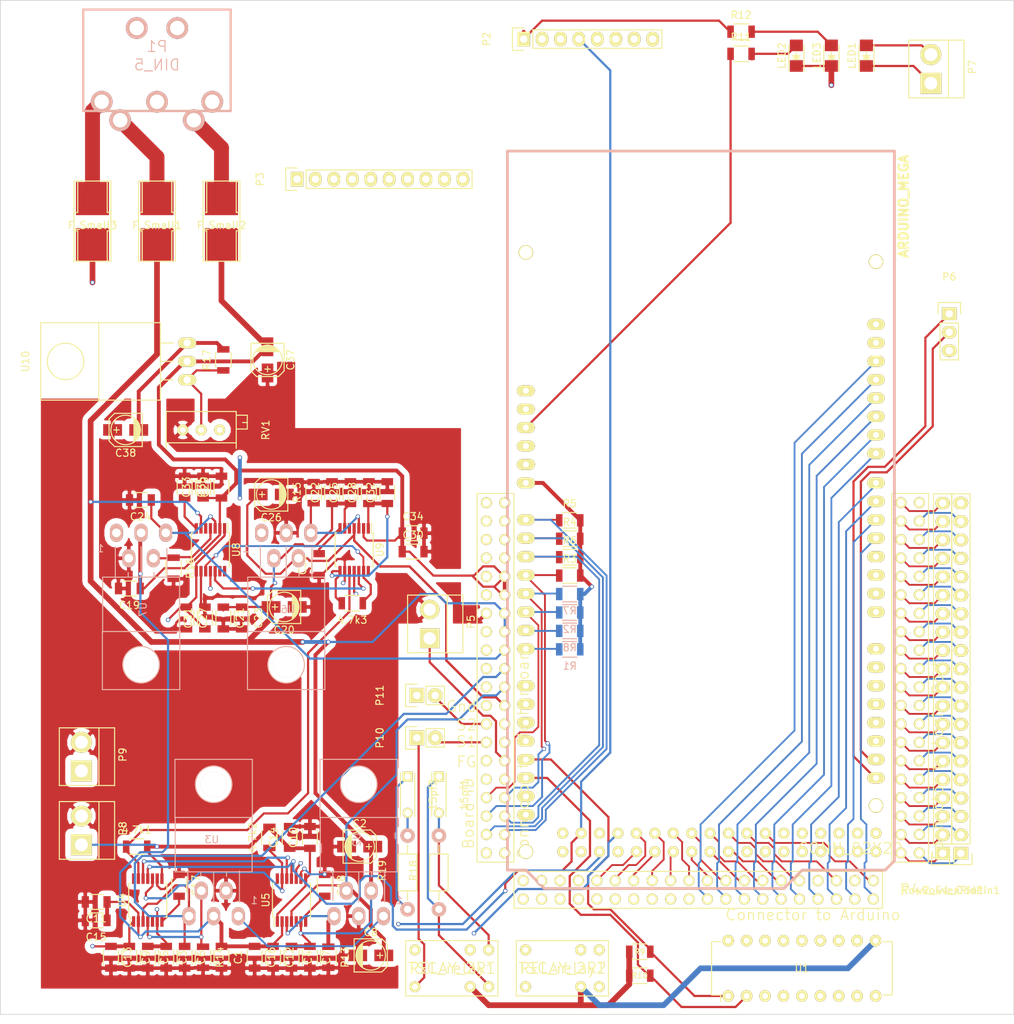
<source format=kicad_pcb>
(kicad_pcb (version 4) (host pcbnew 4.0.1-stable)
  (layers (0 F.Cu mixed) (1 In1.Cu mixed hide) (2 In2.Cu mixed hide) (31 B.Cu mixed) (34 B.Paste user) (35 F.Paste user) (36 B.SilkS user hide) (37 F.SilkS user) (38 B.Mask user) (39 F.Mask user) (44 Edge.Cuts user))
  (net 0 "")
  (net 1 "Net-(4.7k1-Pad1)")
  (net 2 5V+)
  (net 3 "Net-(4.7k2-Pad1)")
  (net 4 "Net-(4.7k3-Pad1)")
  (net 5 "Net-(15pf1-Pad1)")
  (net 6 Scope1+)
  (net 7 "Net-(15pf2-Pad1)")
  (net 8 Scope2+)
  (net 9 15V-)
  (net 10 FG-)
  (net 11 15V+)
  (net 12 V1-)
  (net 13 V1+)
  (net 14 "Net-(C17-Pad2)")
  (net 15 "Net-(C18-Pad2)")
  (net 16 V2-)
  (net 17 V2+)
  (net 18 "Net-(C35-Pad2)")
  (net 19 "Net-(C36-Pad2)")
  (net 20 5V-)
  (net 21 "Net-(F_Small1-Pad2)")
  (net 22 "Net-(F_Small2-Pad2)")
  (net 23 "Net-(F_Small3-Pad2)")
  (net 24 "Net-(LED1-Pad2)")
  (net 25 "Net-(LED1-Pad1)")
  (net 26 "Net-(LED2-Pad2)")
  (net 27 "Net-(LED3-Pad2)")
  (net 28 GNDA)
  (net 29 Ard52)
  (net 30 Ard50)
  (net 31 Ard51)
  (net 32 Ard53)
  (net 33 SCL)
  (net 34 SDA)
  (net 35 VoMeter_A0)
  (net 36 VoMeter_A1)
  (net 37 VoMeter_A2)
  (net 38 VoMeter_A3)
  (net 39 Scope2-)
  (net 40 Scope1-)
  (net 41 FG+)
  (net 42 Ara01)
  (net 43 Ara00)
  (net 44 Ara15)
  (net 45 Ara14)
  (net 46 Ard13)
  (net 47 Ard12)
  (net 48 Ard11)
  (net 49 Ard10)
  (net 50 Ard09)
  (net 51 Ard08)
  (net 52 Ard07)
  (net 53 Ard06)
  (net 54 Ard05)
  (net 55 Ard04)
  (net 56 D1)
  (net 57 D0)
  (net 58 D3)
  (net 59 D2)
  (net 60 D5)
  (net 61 D4)
  (net 62 D7)
  (net 63 D6)
  (net 64 Log10)
  (net 65 Log9)
  (net 66 A1)
  (net 67 A0)
  (net 68 A3)
  (net 69 A2)
  (net 70 A5)
  (net 71 A4)
  (net 72 A7)
  (net 73 A6)
  (net 74 CLK)
  (net 75 Log19)
  (net 76 A9)
  (net 77 A8)
  (net 78 A11)
  (net 79 A10)
  (net 80 A13)
  (net 81 A12)
  (net 82 A15)
  (net 83 A14)
  (net 84 Log30)
  (net 85 Log29)
  (net 86 ~RD)
  (net 87 ~WR)
  (net 88 ~CSRAM)
  (net 89 ~MREQ)
  (net 90 ~M1)
  (net 91 ~CSROM)
  (net 92 ~RFSH)
  (net 93 ~RST)
  (net 94 Log39)
  (net 95 Ard22)
  (net 96 Ard23)
  (net 97 Ard24)
  (net 98 Ard25)
  (net 99 Ard26)
  (net 100 Ard27)
  (net 101 Ard28)
  (net 102 Ard29)
  (net 103 Ard30)
  (net 104 Ard31)
  (net 105 Ard32)
  (net 106 Ard33)
  (net 107 Ard34)
  (net 108 Ard35)
  (net 109 Ard36)
  (net 110 Ard37)
  (net 111 Ard38)
  (net 112 Ard39)
  (net 113 Ard40)
  (net 114 Ard41)
  (net 115 Ard42)
  (net 116 Ard43)
  (net 117 Ard44)
  (net 118 Ard45)
  (net 119 Ard46)
  (net 120 Ard47)
  (net 121 Ara02)
  (net 122 Ara03)
  (net 123 Ara04)
  (net 124 Ara05)
  (net 125 Ara06)
  (net 126 Ara07)
  (net 127 "Net-(P10-Pad1)")
  (net 128 "Net-(P11-Pad1)")
  (net 129 Ara12)
  (net 130 Ara13)
  (net 131 Ard_PWR)
  (net 132 "Net-(R13-Pad1)")
  (net 133 "Net-(R14-Pad1)")
  (net 134 "Net-(R15-Pad1)")
  (net 135 "Net-(R16-Pad1)")
  (net 136 "Net-(R17-Pad1)")
  (net 137 Ara08)
  (net 138 Ara09)
  (net 139 Ard48)
  (net 140 Relay1)
  (net 141 Relay2)
  (module TO_SOT_Packages_THT:Pentawatt_Neutral_Staggered-Typ1_Horizontal_TO220-5-TA05B (layer B.Cu) (at 67.5 140 180)
    (fp_text reference U3 (at 0.254 9.144 180) (layer B.SilkS) (effects (justify mirror)))
    (fp_text value LT3015)
    (fp_text user 1 (at -5.588 0.762 180) (layer B.SilkS) (effects (justify mirror)))
    (pad 3 thru_hole oval (at 0 -1.39954 90) (size 2.49936 1.80086) (drill 1.19888) (layers *.Cu *.Mask B.SilkS) (net 9 15V-))
    (pad 1 thru_hole oval (at -3.40106 -1.39954 90) (size 2.49936 1.80086) (drill 1.19888) (layers *.Cu *.Mask B.SilkS) (net 137 Ara08))
    (pad 5 thru_hole oval (at 3.40106 -1.39954 90) (size 2.49936 1.80086) (drill 1.19888) (layers *.Cu *.Mask B.SilkS) (net 12 V1-))
    (pad "" np_thru_hole circle (at 0 16.764 90) (size 3.556 3.556) (drill 3.556) (layers *.Cu *.Mask B.SilkS))
    (pad 2 thru_hole oval (at -1.69926 2.10058 90) (size 2.49936 1.80086) (drill 1.19888) (layers *.Cu *.Mask B.SilkS) (net 10 FG-))
    (pad 4 thru_hole oval (at 1.69926 2.10058 90) (size 2.49936 1.80086) (drill 1.19888) (layers *.Cu *.Mask B.SilkS) (net 133 "Net-(R14-Pad1)"))
  )
  (module TO_SOT_Packages_THT:Pentawatt_Neutral_Staggered-Typ1_Horizontal_TO220-5-TA05B (layer B.Cu) (at 77.5 90)
    (fp_text reference U6 (at 0.254 9.144) (layer B.SilkS) (effects (justify mirror)))
    (fp_text value LT1963)
    (fp_text user 1 (at -5.588 0.762) (layer B.SilkS) (effects (justify mirror)))
    (pad 3 thru_hole oval (at 0 -1.39954 270) (size 2.49936 1.80086) (drill 1.19888) (layers *.Cu *.Mask B.SilkS) (net 10 FG-))
    (pad 1 thru_hole oval (at -3.40106 -1.39954 270) (size 2.49936 1.80086) (drill 1.19888) (layers *.Cu *.Mask B.SilkS) (net 138 Ara09))
    (pad 5 thru_hole oval (at 3.40106 -1.39954 270) (size 2.49936 1.80086) (drill 1.19888) (layers *.Cu *.Mask B.SilkS) (net 134 "Net-(R15-Pad1)"))
    (pad "" np_thru_hole circle (at 0 16.764 270) (size 3.556 3.556) (drill 3.556) (layers *.Cu *.Mask B.SilkS))
    (pad 2 thru_hole oval (at -1.69926 2.10058 270) (size 2.49936 1.80086) (drill 1.19888) (layers *.Cu *.Mask B.SilkS) (net 11 15V+))
    (pad 4 thru_hole oval (at 1.69926 2.10058 270) (size 2.49936 1.80086) (drill 1.19888) (layers *.Cu *.Mask B.SilkS) (net 17 V2+))
  )
  (module Capacitors_ThroughHole:C_Disc_D6_P5 (layer F.Cu) (at 94.234 122.174 270)
    (fp_text reference 15pf2 (at 2.5 -3.5 270) (layer F.SilkS))
    (fp_text value C_Small)
    (pad 1 thru_hole rect (at 0 0 270) (size 1.4 1.4) (drill 0.9) (layers *.Cu *.Mask F.SilkS) (net 7 "Net-(15pf2-Pad1)"))
    (pad 2 thru_hole circle (at 5 0 270) (size 1.4 1.4) (drill 0.9) (layers *.Cu *.Mask F.SilkS) (net 8 Scope2+))
  )
  (module Capacitors_ThroughHole:C_Disc_D6_P5 (layer F.Cu) (at 98.552 122.174 270)
    (fp_text reference 15pf1 (at 2.5 -3.5 270) (layer F.SilkS))
    (fp_text value C_Small)
    (pad 1 thru_hole rect (at 0 0 270) (size 1.4 1.4) (drill 0.9) (layers *.Cu *.Mask F.SilkS) (net 5 "Net-(15pf1-Pad1)"))
    (pad 2 thru_hole circle (at 5 0 270) (size 1.4 1.4) (drill 0.9) (layers *.Cu *.Mask F.SilkS) (net 6 Scope1+))
  )
  (module Resistors_SMD:R_1206 (layer B.Cu) (at 116.586 102.108)
    (fp_text reference R8 (at 0 2.3) (layer B.SilkS) (effects (justify mirror)))
    (fp_text value 4.7k)
    (pad 1 smd rect (at -1.45 0) (size 0.9 1.7) (layers B.Cu B.Paste B.Mask) (net 125 Ara06))
    (pad 2 smd rect (at 1.45 0) (size 0.9 1.7) (layers B.Cu B.Paste B.Mask) (net 2 5V+))
  )
  (module Pin_Headers:Pin_Header_Straight_1x02_Pitch3.96mm_Friction_Lock (layer F.Cu) (at 97.282 103.124 90)
    (fp_text reference P5 (at 2.25 5.7 90) (layer F.SilkS))
    (fp_text value FG_input)
    (pad 1 thru_hole rect (at 0 0 90) (size 2.7 2.7) (drill 1.7) (layers *.Cu *.Mask F.SilkS) (net 41 FG+))
    (pad 2 thru_hole circle (at 3.96 0 90) (size 2.7 2.7) (drill 1.7) (layers *.Cu *.Mask F.SilkS) (net 10 FG-))
  )
  (module Housings_SSOP:TSSOP-14_4.4x5mm_Pitch0.65mm (layer F.Cu) (at 58.42 139.192 90)
    (fp_text reference U4 (at 0 -3.55 90) (layer F.SilkS))
    (fp_text value AD5293)
    (pad 1 smd rect (at -2.95 -1.95 90) (size 1.45 0.45) (layers F.Cu F.Paste F.Mask) (net 2 5V+))
    (pad 2 smd rect (at -2.95 -1.3 90) (size 1.45 0.45) (layers F.Cu F.Paste F.Mask) (net 9 15V-))
    (pad 3 smd rect (at -2.95 -0.65 90) (size 1.45 0.45) (layers F.Cu F.Paste F.Mask) (net 12 V1-))
    (pad 4 smd rect (at -2.95 0 90) (size 1.45 0.45) (layers F.Cu F.Paste F.Mask) (net 133 "Net-(R14-Pad1)"))
    (pad 5 smd rect (at -2.95 0.65 90) (size 1.45 0.45) (layers F.Cu F.Paste F.Mask))
    (pad 6 smd rect (at -2.95 1.3 90) (size 1.45 0.45) (layers F.Cu F.Paste F.Mask) (net 11 15V+))
    (pad 7 smd rect (at -2.95 1.95 90) (size 1.45 0.45) (layers F.Cu F.Paste F.Mask) (net 14 "Net-(C17-Pad2)"))
    (pad 8 smd rect (at 2.95 1.95 90) (size 1.45 0.45) (layers F.Cu F.Paste F.Mask) (net 2 5V+))
    (pad 9 smd rect (at 2.95 1.3 90) (size 1.45 0.45) (layers F.Cu F.Paste F.Mask) (net 10 FG-))
    (pad 10 smd rect (at 2.95 0.65 90) (size 1.45 0.45) (layers F.Cu F.Paste F.Mask) (net 3 "Net-(4.7k2-Pad1)"))
    (pad 11 smd rect (at 2.95 0 90) (size 1.45 0.45) (layers F.Cu F.Paste F.Mask) (net 29 Ard52))
    (pad 12 smd rect (at 2.95 -0.65 90) (size 1.45 0.45) (layers F.Cu F.Paste F.Mask) (net 139 Ard48))
    (pad 13 smd rect (at 2.95 -1.3 90) (size 1.45 0.45) (layers F.Cu F.Paste F.Mask) (net 1 "Net-(4.7k1-Pad1)"))
    (pad 14 smd rect (at 2.95 -1.95 90) (size 1.45 0.45) (layers F.Cu F.Paste F.Mask))
  )
  (module Housings_SSOP:TSSOP-14_4.4x5mm_Pitch0.65mm (layer F.Cu) (at 78.232 139.192 90)
    (fp_text reference U5 (at 0 -3.55 90) (layer F.SilkS))
    (fp_text value AD5293)
    (pad 1 smd rect (at -2.95 -1.95 90) (size 1.45 0.45) (layers F.Cu F.Paste F.Mask) (net 2 5V+))
    (pad 2 smd rect (at -2.95 -1.3 90) (size 1.45 0.45) (layers F.Cu F.Paste F.Mask) (net 9 15V-))
    (pad 3 smd rect (at -2.95 -0.65 90) (size 1.45 0.45) (layers F.Cu F.Paste F.Mask) (net 132 "Net-(R13-Pad1)"))
    (pad 4 smd rect (at -2.95 0 90) (size 1.45 0.45) (layers F.Cu F.Paste F.Mask) (net 13 V1+))
    (pad 5 smd rect (at -2.95 0.65 90) (size 1.45 0.45) (layers F.Cu F.Paste F.Mask))
    (pad 6 smd rect (at -2.95 1.3 90) (size 1.45 0.45) (layers F.Cu F.Paste F.Mask) (net 11 15V+))
    (pad 7 smd rect (at -2.95 1.95 90) (size 1.45 0.45) (layers F.Cu F.Paste F.Mask) (net 15 "Net-(C18-Pad2)"))
    (pad 8 smd rect (at 2.95 1.95 90) (size 1.45 0.45) (layers F.Cu F.Paste F.Mask) (net 2 5V+))
    (pad 9 smd rect (at 2.95 1.3 90) (size 1.45 0.45) (layers F.Cu F.Paste F.Mask) (net 10 FG-))
    (pad 10 smd rect (at 2.95 0.65 90) (size 1.45 0.45) (layers F.Cu F.Paste F.Mask) (net 31 Ard51))
    (pad 11 smd rect (at 2.95 0 90) (size 1.45 0.45) (layers F.Cu F.Paste F.Mask) (net 29 Ard52))
    (pad 12 smd rect (at 2.95 -0.65 90) (size 1.45 0.45) (layers F.Cu F.Paste F.Mask) (net 139 Ard48))
    (pad 13 smd rect (at 2.95 -1.3 90) (size 1.45 0.45) (layers F.Cu F.Paste F.Mask) (net 3 "Net-(4.7k2-Pad1)"))
    (pad 14 smd rect (at 2.95 -1.95 90) (size 1.45 0.45) (layers F.Cu F.Paste F.Mask))
  )
  (module Housings_SSOP:TSSOP-14_4.4x5mm_Pitch0.65mm (layer F.Cu) (at 67.056 90.932 270)
    (fp_text reference U8 (at 0 -3.55 270) (layer F.SilkS))
    (fp_text value AD5293)
    (pad 1 smd rect (at -2.95 -1.95 270) (size 1.45 0.45) (layers F.Cu F.Paste F.Mask) (net 2 5V+))
    (pad 2 smd rect (at -2.95 -1.3 270) (size 1.45 0.45) (layers F.Cu F.Paste F.Mask) (net 9 15V-))
    (pad 3 smd rect (at -2.95 -0.65 270) (size 1.45 0.45) (layers F.Cu F.Paste F.Mask) (net 16 V2-))
    (pad 4 smd rect (at -2.95 0 270) (size 1.45 0.45) (layers F.Cu F.Paste F.Mask) (net 135 "Net-(R16-Pad1)"))
    (pad 5 smd rect (at -2.95 0.65 270) (size 1.45 0.45) (layers F.Cu F.Paste F.Mask))
    (pad 6 smd rect (at -2.95 1.3 270) (size 1.45 0.45) (layers F.Cu F.Paste F.Mask) (net 11 15V+))
    (pad 7 smd rect (at -2.95 1.95 270) (size 1.45 0.45) (layers F.Cu F.Paste F.Mask) (net 18 "Net-(C35-Pad2)"))
    (pad 8 smd rect (at 2.95 1.95 270) (size 1.45 0.45) (layers F.Cu F.Paste F.Mask) (net 2 5V+))
    (pad 9 smd rect (at 2.95 1.3 270) (size 1.45 0.45) (layers F.Cu F.Paste F.Mask) (net 10 FG-))
    (pad 10 smd rect (at 2.95 0.65 270) (size 1.45 0.45) (layers F.Cu F.Paste F.Mask) (net 4 "Net-(4.7k3-Pad1)"))
    (pad 11 smd rect (at 2.95 0 270) (size 1.45 0.45) (layers F.Cu F.Paste F.Mask) (net 29 Ard52))
    (pad 12 smd rect (at 2.95 -0.65 270) (size 1.45 0.45) (layers F.Cu F.Paste F.Mask) (net 139 Ard48))
    (pad 13 smd rect (at 2.95 -1.3 270) (size 1.45 0.45) (layers F.Cu F.Paste F.Mask))
    (pad 14 smd rect (at 2.95 -1.95 270) (size 1.45 0.45) (layers F.Cu F.Paste F.Mask))
  )
  (module Housings_SSOP:TSSOP-14_4.4x5mm_Pitch0.65mm (layer F.Cu) (at 86.868 90.932 270)
    (fp_text reference U9 (at 0 -3.55 270) (layer F.SilkS))
    (fp_text value AD5293)
    (pad 1 smd rect (at -2.95 -1.95 270) (size 1.45 0.45) (layers F.Cu F.Paste F.Mask) (net 2 5V+))
    (pad 2 smd rect (at -2.95 -1.3 270) (size 1.45 0.45) (layers F.Cu F.Paste F.Mask) (net 9 15V-))
    (pad 3 smd rect (at -2.95 -0.65 270) (size 1.45 0.45) (layers F.Cu F.Paste F.Mask) (net 134 "Net-(R15-Pad1)"))
    (pad 4 smd rect (at -2.95 0 270) (size 1.45 0.45) (layers F.Cu F.Paste F.Mask) (net 17 V2+))
    (pad 5 smd rect (at -2.95 0.65 270) (size 1.45 0.45) (layers F.Cu F.Paste F.Mask))
    (pad 6 smd rect (at -2.95 1.3 270) (size 1.45 0.45) (layers F.Cu F.Paste F.Mask) (net 11 15V+))
    (pad 7 smd rect (at -2.95 1.95 270) (size 1.45 0.45) (layers F.Cu F.Paste F.Mask) (net 19 "Net-(C36-Pad2)"))
    (pad 8 smd rect (at 2.95 1.95 270) (size 1.45 0.45) (layers F.Cu F.Paste F.Mask) (net 2 5V+))
    (pad 9 smd rect (at 2.95 1.3 270) (size 1.45 0.45) (layers F.Cu F.Paste F.Mask) (net 10 FG-))
    (pad 10 smd rect (at 2.95 0.65 270) (size 1.45 0.45) (layers F.Cu F.Paste F.Mask) (net 1 "Net-(4.7k1-Pad1)"))
    (pad 11 smd rect (at 2.95 0 270) (size 1.45 0.45) (layers F.Cu F.Paste F.Mask) (net 29 Ard52))
    (pad 12 smd rect (at 2.95 -0.65 270) (size 1.45 0.45) (layers F.Cu F.Paste F.Mask) (net 139 Ard48))
    (pad 13 smd rect (at 2.95 -1.3 270) (size 1.45 0.45) (layers F.Cu F.Paste F.Mask) (net 4 "Net-(4.7k3-Pad1)"))
    (pad 14 smd rect (at 2.95 -1.95 270) (size 1.45 0.45) (layers F.Cu F.Paste F.Mask))
  )
  (module TO_SOT_Packages_THT:TO-220_Neutral123_Horizontal (layer F.Cu) (at 63.85 64.98 90)
    (fp_text reference U10 (at 0 -22.3012 90) (layer F.SilkS))
    (fp_text value LM337T)
    (pad 2 thru_hole oval (at 0 0 180) (size 2.49936 1.50114) (drill 1.00076) (layers *.Cu *.Mask F.SilkS) (net 9 15V-))
    (pad 1 thru_hole oval (at -2.54 0 180) (size 2.49936 1.50114) (drill 1.00076) (layers *.Cu *.Mask F.SilkS) (net 136 "Net-(R17-Pad1)"))
    (pad 3 thru_hole oval (at 2.54 0 180) (size 2.49936 1.50114) (drill 1.00076) (layers *.Cu *.Mask F.SilkS) (net 20 5V-))
    (pad "" np_thru_hole circle (at 0 -16.764 180) (size 3.79984 3.79984) (drill 3.79984) (layers *.Cu *.Mask F.SilkS))
  )
  (module TO_SOT_Packages_THT:Pentawatt_Neutral_Staggered-Typ1_Horizontal_TO220-5-TA05B (layer B.Cu) (at 57.5 90)
    (fp_text reference U7 (at 0.254 9.144 90) (layer B.SilkS) (effects (justify mirror)))
    (fp_text value LT3015)
    (fp_text user 1 (at -5.588 0.762) (layer B.SilkS) (effects (justify mirror)))
    (pad 3 thru_hole oval (at 0 -1.39954 270) (size 2.49936 1.80086) (drill 1.19888) (layers *.Cu *.Mask B.SilkS) (net 9 15V-))
    (pad 1 thru_hole oval (at -3.40106 -1.39954 270) (size 2.49936 1.80086) (drill 1.19888) (layers *.Cu *.Mask B.SilkS) (net 138 Ara09))
    (pad 5 thru_hole oval (at 3.40106 -1.39954 270) (size 2.49936 1.80086) (drill 1.19888) (layers *.Cu *.Mask B.SilkS) (net 16 V2-))
    (pad "" np_thru_hole circle (at 0 16.764 270) (size 3.556 3.556) (drill 3.556) (layers *.Cu *.Mask B.SilkS))
    (pad 2 thru_hole oval (at -1.69926 2.10058 270) (size 2.49936 1.80086) (drill 1.19888) (layers *.Cu *.Mask B.SilkS) (net 10 FG-))
    (pad 4 thru_hole oval (at 1.69926 2.10058 270) (size 2.49936 1.80086) (drill 1.19888) (layers *.Cu *.Mask B.SilkS) (net 135 "Net-(R16-Pad1)"))
  )
  (module TO_SOT_Packages_THT:Pentawatt_Neutral_Staggered-Typ1_Horizontal_TO220-5-TA05B (layer B.Cu) (at 87.5 140 180)
    (fp_text reference U2 (at 0.254 9.144 270) (layer B.SilkS) (effects (justify mirror)))
    (fp_text value LT1963)
    (fp_text user 1 (at -5.588 0.762 180) (layer B.SilkS) (effects (justify mirror)))
    (pad 3 thru_hole oval (at 0 -1.39954 90) (size 2.49936 1.80086) (drill 1.19888) (layers *.Cu *.Mask B.SilkS) (net 10 FG-))
    (pad 1 thru_hole oval (at -3.40106 -1.39954 90) (size 2.49936 1.80086) (drill 1.19888) (layers *.Cu *.Mask B.SilkS) (net 137 Ara08))
    (pad 5 thru_hole oval (at 3.40106 -1.39954 90) (size 2.49936 1.80086) (drill 1.19888) (layers *.Cu *.Mask B.SilkS) (net 132 "Net-(R13-Pad1)"))
    (pad "" np_thru_hole circle (at 0 16.764 90) (size 3.556 3.556) (drill 3.556) (layers *.Cu *.Mask B.SilkS))
    (pad 2 thru_hole oval (at -1.69926 2.10058 90) (size 2.49936 1.80086) (drill 1.19888) (layers *.Cu *.Mask B.SilkS) (net 11 15V+))
    (pad 4 thru_hole oval (at 1.69926 2.10058 90) (size 2.49936 1.80086) (drill 1.19888) (layers *.Cu *.Mask B.SilkS) (net 13 V1+))
  )
  (module Housings_DIP:DIP-18_W7.62mm (layer F.Cu) (at 138.43 152.4 90)
    (fp_text reference U1 (at 3.81 10.16 180) (layer F.SilkS))
    (fp_text value ULN2803A)
    (pad 1 thru_hole oval (at 0 0 90) (size 1.6 1.6) (drill 0.8) (layers *.Cu *.Mask F.SilkS) (net 129 Ara12))
    (pad 2 thru_hole oval (at 0 2.54 90) (size 1.6 1.6) (drill 0.8) (layers *.Cu *.Mask F.SilkS) (net 130 Ara13))
    (pad 3 thru_hole oval (at 0 5.08 90) (size 1.6 1.6) (drill 0.8) (layers *.Cu *.Mask F.SilkS))
    (pad 4 thru_hole oval (at 0 7.62 90) (size 1.6 1.6) (drill 0.8) (layers *.Cu *.Mask F.SilkS))
    (pad 5 thru_hole oval (at 0 10.16 90) (size 1.6 1.6) (drill 0.8) (layers *.Cu *.Mask F.SilkS))
    (pad 6 thru_hole oval (at 0 12.7 90) (size 1.6 1.6) (drill 0.8) (layers *.Cu *.Mask F.SilkS))
    (pad 7 thru_hole oval (at 0 15.24 90) (size 1.6 1.6) (drill 0.8) (layers *.Cu *.Mask F.SilkS))
    (pad 8 thru_hole oval (at 0 17.78 90) (size 1.6 1.6) (drill 0.8) (layers *.Cu *.Mask F.SilkS))
    (pad 9 thru_hole oval (at 0 20.32 90) (size 1.6 1.6) (drill 0.8) (layers *.Cu *.Mask F.SilkS) (net 10 FG-))
    (pad 10 thru_hole oval (at 7.62 20.32 90) (size 1.6 1.6) (drill 0.8) (layers *.Cu *.Mask F.SilkS) (net 2 5V+))
    (pad 11 thru_hole oval (at 7.62 17.78 90) (size 1.6 1.6) (drill 0.8) (layers *.Cu *.Mask F.SilkS))
    (pad 12 thru_hole oval (at 7.62 15.24 90) (size 1.6 1.6) (drill 0.8) (layers *.Cu *.Mask F.SilkS))
    (pad 13 thru_hole oval (at 7.62 12.7 90) (size 1.6 1.6) (drill 0.8) (layers *.Cu *.Mask F.SilkS))
    (pad 14 thru_hole oval (at 7.62 10.16 90) (size 1.6 1.6) (drill 0.8) (layers *.Cu *.Mask F.SilkS))
    (pad 15 thru_hole oval (at 7.62 7.62 90) (size 1.6 1.6) (drill 0.8) (layers *.Cu *.Mask F.SilkS))
    (pad 16 thru_hole oval (at 7.62 5.08 90) (size 1.6 1.6) (drill 0.8) (layers *.Cu *.Mask F.SilkS))
    (pad 17 thru_hole oval (at 7.62 2.54 90) (size 1.6 1.6) (drill 0.8) (layers *.Cu *.Mask F.SilkS) (net 141 Relay2))
    (pad 18 thru_hole oval (at 7.62 0 90) (size 1.6 1.6) (drill 0.8) (layers *.Cu *.Mask F.SilkS) (net 140 Relay1))
  )
  (module 10MSOP:TSC (layer F.Cu) (at 115.57 148.59 180)
    (fp_text reference TSC_relay2 (at 0 0 180) (layer F.SilkS) (effects (font (size 1.5 1.5))))
    (fp_text value RELAY_2RT (at 0 0 180) (layer F.SilkS) (effects (font (size 1.5 1.5))))
    (pad 6 thru_hole circle (at -5.08 -2.54 180) (size 1.524 1.524) (drill 0.8128) (layers *.Cu *.Mask F.SilkS) (net 7 "Net-(15pf2-Pad1)"))
    (pad 5 thru_hole circle (at -2.54 -2.54 180) (size 1.524 1.524) (drill 0.8128) (layers *.Cu *.Mask F.SilkS) (net 2 5V+))
    (pad 1 thru_hole circle (at -5.08 2.54 180) (size 1.524 1.524) (drill 0.8128) (layers *.Cu *.Mask F.SilkS) (net 8 Scope2+))
    (pad 2 thru_hole circle (at -2.54 2.54 180) (size 1.524 1.524) (drill 0.8128) (layers *.Cu *.Mask F.SilkS) (net 141 Relay2))
    (pad 3 thru_hole circle (at 5.08 2.54 180) (size 1.524 1.524) (drill 0.8128) (layers *.Cu *.Mask F.SilkS))
    (pad 4 thru_hole circle (at 5.08 -2.54 180) (size 1.524 1.524) (drill 0.8128) (layers *.Cu *.Mask F.SilkS) (net 128 "Net-(P11-Pad1)"))
  )
  (module 10MSOP:TSC (layer F.Cu) (at 100.33 148.59 180)
    (fp_text reference TSC_relay1 (at 0 0 180) (layer F.SilkS) (effects (font (size 1.5 1.5))))
    (fp_text value RELAY_2RT (at 0 0 180) (layer F.SilkS) (effects (font (size 1.5 1.5))))
    (pad 6 thru_hole circle (at -5.08 -2.54 180) (size 1.524 1.524) (drill 0.8128) (layers *.Cu *.Mask F.SilkS) (net 5 "Net-(15pf1-Pad1)"))
    (pad 5 thru_hole circle (at -2.54 -2.54 180) (size 1.524 1.524) (drill 0.8128) (layers *.Cu *.Mask F.SilkS) (net 2 5V+))
    (pad 1 thru_hole circle (at -5.08 2.54 180) (size 1.524 1.524) (drill 0.8128) (layers *.Cu *.Mask F.SilkS) (net 6 Scope1+))
    (pad 2 thru_hole circle (at -2.54 2.54 180) (size 1.524 1.524) (drill 0.8128) (layers *.Cu *.Mask F.SilkS) (net 140 Relay1))
    (pad 3 thru_hole circle (at 5.08 2.54 180) (size 1.524 1.524) (drill 0.8128) (layers *.Cu *.Mask F.SilkS))
    (pad 4 thru_hole circle (at 5.08 -2.54 180) (size 1.524 1.524) (drill 0.8128) (layers *.Cu *.Mask F.SilkS) (net 127 "Net-(P10-Pad1)"))
  )
  (module Potentiometers:Potentiometer_Bourns_3296X_3-8Zoll_Inline_ScrewFront (layer F.Cu) (at 63.246 74.422 270)
    (fp_text reference RV1 (at 0 -11.43 270) (layer F.SilkS))
    (fp_text value POT)
    (pad 2 thru_hole circle (at 0 -2.54 270) (size 1.524 1.524) (drill 0.8128) (layers *.Cu *.Mask F.SilkS) (net 136 "Net-(R17-Pad1)"))
    (pad 3 thru_hole circle (at 0 -5.08 270) (size 1.524 1.524) (drill 0.8128) (layers *.Cu *.Mask F.SilkS))
    (pad 1 thru_hole circle (at 0 0 270) (size 1.524 1.524) (drill 0.8128) (layers *.Cu *.Mask F.SilkS) (net 10 FG-))
  )
  (module Pin_Headers:Pin_Header_Straight_1x20 (layer F.Cu) (at 170.5 132.75 180)
    (fp_text reference Row1_OddPin1 (at 0 -5.1 180) (layer F.SilkS))
    (fp_text value CONN_01X20)
    (pad 1 thru_hole rect (at 0 0 180) (size 2.032 1.7272) (drill 1.016) (layers *.Cu *.Mask F.SilkS) (net 56 D1))
    (pad 2 thru_hole oval (at 0 2.54 180) (size 2.032 1.7272) (drill 1.016) (layers *.Cu *.Mask F.SilkS) (net 58 D3))
    (pad 3 thru_hole oval (at 0 5.08 180) (size 2.032 1.7272) (drill 1.016) (layers *.Cu *.Mask F.SilkS) (net 60 D5))
    (pad 4 thru_hole oval (at 0 7.62 180) (size 2.032 1.7272) (drill 1.016) (layers *.Cu *.Mask F.SilkS) (net 62 D7))
    (pad 5 thru_hole oval (at 0 10.16 180) (size 2.032 1.7272) (drill 1.016) (layers *.Cu *.Mask F.SilkS) (net 64 Log10))
    (pad 6 thru_hole oval (at 0 12.7 180) (size 2.032 1.7272) (drill 1.016) (layers *.Cu *.Mask F.SilkS) (net 66 A1))
    (pad 7 thru_hole oval (at 0 15.24 180) (size 2.032 1.7272) (drill 1.016) (layers *.Cu *.Mask F.SilkS) (net 68 A3))
    (pad 8 thru_hole oval (at 0 17.78 180) (size 2.032 1.7272) (drill 1.016) (layers *.Cu *.Mask F.SilkS) (net 70 A5))
    (pad 9 thru_hole oval (at 0 20.32 180) (size 2.032 1.7272) (drill 1.016) (layers *.Cu *.Mask F.SilkS) (net 72 A7))
    (pad 10 thru_hole oval (at 0 22.86 180) (size 2.032 1.7272) (drill 1.016) (layers *.Cu *.Mask F.SilkS) (net 74 CLK))
    (pad 11 thru_hole oval (at 0 25.4 180) (size 2.032 1.7272) (drill 1.016) (layers *.Cu *.Mask F.SilkS) (net 76 A9))
    (pad 12 thru_hole oval (at 0 27.94 180) (size 2.032 1.7272) (drill 1.016) (layers *.Cu *.Mask F.SilkS) (net 78 A11))
    (pad 13 thru_hole oval (at 0 30.48 180) (size 2.032 1.7272) (drill 1.016) (layers *.Cu *.Mask F.SilkS) (net 80 A13))
    (pad 14 thru_hole oval (at 0 33.02 180) (size 2.032 1.7272) (drill 1.016) (layers *.Cu *.Mask F.SilkS) (net 82 A15))
    (pad 15 thru_hole oval (at 0 35.56 180) (size 2.032 1.7272) (drill 1.016) (layers *.Cu *.Mask F.SilkS) (net 84 Log30))
    (pad 16 thru_hole oval (at 0 38.1 180) (size 2.032 1.7272) (drill 1.016) (layers *.Cu *.Mask F.SilkS) (net 86 ~RD))
    (pad 17 thru_hole oval (at 0 40.64 180) (size 2.032 1.7272) (drill 1.016) (layers *.Cu *.Mask F.SilkS) (net 88 ~CSRAM))
    (pad 18 thru_hole oval (at 0 43.18 180) (size 2.032 1.7272) (drill 1.016) (layers *.Cu *.Mask F.SilkS) (net 90 ~M1))
    (pad 19 thru_hole oval (at 0 45.72 180) (size 2.032 1.7272) (drill 1.016) (layers *.Cu *.Mask F.SilkS) (net 92 ~RFSH))
    (pad 20 thru_hole oval (at 0 48.26 180) (size 2.032 1.7272) (drill 1.016) (layers *.Cu *.Mask F.SilkS))
  )
  (module Resistors_SMD:R_1206 (layer F.Cu) (at 61.976 93.472 270)
    (fp_text reference R16 (at 0 -2.3 270) (layer F.SilkS))
    (fp_text value 1k)
    (pad 1 smd rect (at -1.45 0 270) (size 0.9 1.7) (layers F.Cu F.Paste F.Mask) (net 135 "Net-(R16-Pad1)"))
    (pad 2 smd rect (at 1.45 0 270) (size 0.9 1.7) (layers F.Cu F.Paste F.Mask) (net 10 FG-))
  )
  (module Resistors_SMD:R_1206 (layer F.Cu) (at 81.28 83.058 90)
    (fp_text reference R15 (at 0 -2.3 90) (layer F.SilkS))
    (fp_text value 1k)
    (pad 1 smd rect (at -1.45 0 90) (size 0.9 1.7) (layers F.Cu F.Paste F.Mask) (net 134 "Net-(R15-Pad1)"))
    (pad 2 smd rect (at 1.45 0 90) (size 0.9 1.7) (layers F.Cu F.Paste F.Mask) (net 10 FG-))
  )
  (module Resistors_SMD:R_1206 (layer F.Cu) (at 66.04 147.066 270)
    (fp_text reference R14 (at 0 -2.3 270) (layer F.SilkS))
    (fp_text value 1k)
    (pad 1 smd rect (at -1.45 0 270) (size 0.9 1.7) (layers F.Cu F.Paste F.Mask) (net 133 "Net-(R14-Pad1)"))
    (pad 2 smd rect (at 1.45 0 270) (size 0.9 1.7) (layers F.Cu F.Paste F.Mask) (net 10 FG-))
  )
  (module Resistors_SMD:R_1206 (layer F.Cu) (at 83.312 147.066 270)
    (fp_text reference R13 (at 0 -2.3 270) (layer F.SilkS))
    (fp_text value 1k)
    (pad 1 smd rect (at -1.45 0 270) (size 0.9 1.7) (layers F.Cu F.Paste F.Mask) (net 132 "Net-(R13-Pad1)"))
    (pad 2 smd rect (at 1.45 0 270) (size 0.9 1.7) (layers F.Cu F.Paste F.Mask) (net 10 FG-))
  )
  (module Resistors_SMD:R_1206 (layer F.Cu) (at 140.208 19.558)
    (fp_text reference R12 (at 0 -2.3) (layer F.SilkS))
    (fp_text value 100)
    (pad 1 smd rect (at -1.45 0) (size 0.9 1.7) (layers F.Cu F.Paste F.Mask) (net 2 5V+))
    (pad 2 smd rect (at 1.45 0) (size 0.9 1.7) (layers F.Cu F.Paste F.Mask) (net 27 "Net-(LED3-Pad2)"))
  )
  (module Resistors_SMD:R_1206 (layer F.Cu) (at 140.208 22.606)
    (fp_text reference R11 (at 0 -2.3) (layer F.SilkS))
    (fp_text value 100)
    (pad 1 smd rect (at -1.45 0) (size 0.9 1.7) (layers F.Cu F.Paste F.Mask) (net 131 Ard_PWR))
    (pad 2 smd rect (at 1.45 0) (size 0.9 1.7) (layers F.Cu F.Paste F.Mask) (net 26 "Net-(LED2-Pad2)"))
  )
  (module Resistors_SMD:R_1206 (layer F.Cu) (at 126.238 149.606)
    (fp_text reference R10 (at 0 0) (layer F.SilkS) (effects (font (size 0.762 0.762) (thickness 0.127))))
    (fp_text value 4.7k)
    (pad 1 smd rect (at -1.45 0) (size 0.9 1.7) (layers F.Cu F.Paste F.Mask) (net 2 5V+))
    (pad 2 smd rect (at 1.45 0) (size 0.9 1.7) (layers F.Cu F.Paste F.Mask) (net 130 Ara13))
  )
  (module Resistors_SMD:R_1206 (layer F.Cu) (at 126.238 146.304)
    (fp_text reference R9 (at 0 0) (layer F.SilkS) (effects (font (size 0.762 0.762) (thickness 0.127))))
    (fp_text value 4.7k)
    (pad 1 smd rect (at -1.45 0) (size 0.9 1.7) (layers F.Cu F.Paste F.Mask) (net 2 5V+))
    (pad 2 smd rect (at 1.45 0) (size 0.9 1.7) (layers F.Cu F.Paste F.Mask) (net 129 Ara12))
  )
  (module Resistors_SMD:R_1206 (layer B.Cu) (at 116.586 97.028)
    (fp_text reference R7 (at 0 2.3) (layer B.SilkS) (effects (justify mirror)))
    (fp_text value 4.7k)
    (pad 1 smd rect (at -1.45 0) (size 0.9 1.7) (layers B.Cu B.Paste B.Mask) (net 123 Ara04))
    (pad 2 smd rect (at 1.45 0) (size 0.9 1.7) (layers B.Cu B.Paste B.Mask) (net 2 5V+))
  )
  (module Resistors_SMD:R_1206 (layer F.Cu) (at 116.586 91.948)
    (fp_text reference R6 (at 0 -2.3) (layer F.SilkS))
    (fp_text value 4.7k)
    (pad 1 smd rect (at -1.45 0) (size 0.9 1.7) (layers F.Cu F.Paste F.Mask) (net 121 Ara02))
    (pad 2 smd rect (at 1.45 0) (size 0.9 1.7) (layers F.Cu F.Paste F.Mask) (net 2 5V+))
  )
  (module Resistors_SMD:R_1206 (layer F.Cu) (at 116.586 86.868)
    (fp_text reference R5 (at 0 -2.3) (layer F.SilkS))
    (fp_text value 4.7k)
    (pad 1 smd rect (at -1.45 0) (size 0.9 1.7) (layers F.Cu F.Paste F.Mask) (net 43 Ara00))
    (pad 2 smd rect (at 1.45 0) (size 0.9 1.7) (layers F.Cu F.Paste F.Mask) (net 2 5V+))
  )
  (module Resistors_SMD:R_1206 (layer F.Cu) (at 116.586 89.408)
    (fp_text reference R4 (at 0 -2.3) (layer F.SilkS))
    (fp_text value 4.7k)
    (pad 1 smd rect (at -1.45 0) (size 0.9 1.7) (layers F.Cu F.Paste F.Mask) (net 42 Ara01))
    (pad 2 smd rect (at 1.45 0) (size 0.9 1.7) (layers F.Cu F.Paste F.Mask) (net 2 5V+))
  )
  (module Resistors_SMD:R_1206 (layer F.Cu) (at 116.586 94.488)
    (fp_text reference R3 (at 0 -2.3) (layer F.SilkS))
    (fp_text value 4.7k)
    (pad 1 smd rect (at -1.45 0) (size 0.9 1.7) (layers F.Cu F.Paste F.Mask) (net 122 Ara03))
    (pad 2 smd rect (at 1.45 0) (size 0.9 1.7) (layers F.Cu F.Paste F.Mask) (net 2 5V+))
  )
  (module Resistors_SMD:R_1206 (layer B.Cu) (at 116.586 99.568)
    (fp_text reference R2 (at 0 2.3) (layer B.SilkS) (effects (justify mirror)))
    (fp_text value 4.7k)
    (pad 1 smd rect (at -1.45 0) (size 0.9 1.7) (layers B.Cu B.Paste B.Mask) (net 124 Ara05))
    (pad 2 smd rect (at 1.45 0) (size 0.9 1.7) (layers B.Cu B.Paste B.Mask) (net 2 5V+))
  )
  (module Resistors_SMD:R_1206 (layer B.Cu) (at 116.586 104.648)
    (fp_text reference R1 (at 0 2.3) (layer B.SilkS) (effects (justify mirror)))
    (fp_text value 4.7k)
    (pad 1 smd rect (at -1.45 0) (size 0.9 1.7) (layers B.Cu B.Paste B.Mask) (net 126 Ara07))
    (pad 2 smd rect (at 1.45 0) (size 0.9 1.7) (layers B.Cu B.Paste B.Mask) (net 2 5V+))
  )
  (module Pin_Headers:Pin_Header_Straight_1x02 (layer F.Cu) (at 95.504 110.998 90)
    (fp_text reference P11 (at 0 -5.1 90) (layer F.SilkS))
    (fp_text value Vellemen_prob2)
    (pad 1 thru_hole rect (at 0 0 90) (size 2.032 2.032) (drill 1.016) (layers *.Cu *.Mask F.SilkS) (net 128 "Net-(P11-Pad1)"))
    (pad 2 thru_hole oval (at 0 2.54 90) (size 2.032 2.032) (drill 1.016) (layers *.Cu *.Mask F.SilkS) (net 39 Scope2-))
  )
  (module Pin_Headers:Pin_Header_Straight_1x02 (layer F.Cu) (at 95.504 116.84 90)
    (fp_text reference P10 (at 0 -5.1 90) (layer F.SilkS))
    (fp_text value Vellemen_prob1)
    (pad 1 thru_hole rect (at 0 0 90) (size 2.032 2.032) (drill 1.016) (layers *.Cu *.Mask F.SilkS) (net 127 "Net-(P10-Pad1)"))
    (pad 2 thru_hole oval (at 0 2.54 90) (size 2.032 2.032) (drill 1.016) (layers *.Cu *.Mask F.SilkS) (net 40 Scope1-))
  )
  (module Pin_Headers:Pin_Header_Straight_1x02_Pitch3.96mm_Friction_Lock (layer F.Cu) (at 49.276 121.412 90)
    (fp_text reference P9 (at 2.25 5.7 90) (layer F.SilkS))
    (fp_text value Fan_out)
    (pad 1 thru_hole rect (at 0 0 90) (size 2.9 2.9) (drill 1.78) (layers *.Cu *.Mask F.SilkS) (net 2 5V+))
    (pad 2 thru_hole circle (at 3.96 0 90) (size 2.9 2.9) (drill 1.78) (layers *.Cu *.Mask F.SilkS) (net 10 FG-))
  )
  (module Pin_Headers:Pin_Header_Straight_1x02_Pitch3.96mm_Friction_Lock (layer F.Cu) (at 49.276 131.572 90)
    (fp_text reference P8 (at 2.25 5.7 90) (layer F.SilkS))
    (fp_text value Fan_out)
    (pad 1 thru_hole rect (at 0 0 90) (size 2.9 2.9) (drill 1.78) (layers *.Cu *.Mask F.SilkS) (net 2 5V+))
    (pad 2 thru_hole circle (at 3.96 0 90) (size 2.9 2.9) (drill 1.78) (layers *.Cu *.Mask F.SilkS) (net 10 FG-))
  )
  (module Pin_Headers:Pin_Header_Straight_1x02_Pitch3.96mm_Friction_Lock (layer F.Cu) (at 166.37 26.67 90)
    (fp_text reference P7 (at 2.25 5.7 90) (layer F.SilkS))
    (fp_text value FG_LED)
    (pad 1 thru_hole rect (at 0 0 90) (size 2.9 2.9) (drill 1.78) (layers *.Cu *.Mask F.SilkS) (net 25 "Net-(LED1-Pad1)"))
    (pad 2 thru_hole circle (at 3.96 0 90) (size 2.9 2.9) (drill 1.78) (layers *.Cu *.Mask F.SilkS) (net 24 "Net-(LED1-Pad2)"))
  )
  (module Pin_Headers:Pin_Header_Straight_1x03 (layer F.Cu) (at 168.91 58.42)
    (fp_text reference P6 (at 0 -5.1) (layer F.SilkS))
    (fp_text value Clock_Test_Point)
    (pad 1 thru_hole rect (at 0 0) (size 2.032 1.7272) (drill 1.016) (layers *.Cu *.Mask F.SilkS) (net 33 SCL))
    (pad 2 thru_hole oval (at 0 2.54) (size 2.032 1.7272) (drill 1.016) (layers *.Cu *.Mask F.SilkS) (net 34 SDA))
    (pad 3 thru_hole oval (at 0 5.08) (size 2.032 1.7272) (drill 1.016) (layers *.Cu *.Mask F.SilkS) (net 10 FG-))
  )
  (module 10MSOP:40pinRevised (layer F.Cu) (at 147 120 180)
    (fp_text reference P4 (at -16.51 -17.78 180) (layer F.SilkS) (effects (font (size 1.5 1.5))))
    (fp_text value CONN_02X20 (at -8.255 -12.065 180) (layer F.SilkS) (effects (font (size 1.5 1.5))))
    (fp_text user S2 (at 44.638 4.938 180) (layer F.SilkS) (effects (font (size 1.5 1.5))))
    (fp_text user S1 (at 44.638 2.652 180) (layer F.SilkS) (effects (font (size 1.5 1.5))))
    (fp_text user "Connector to Motherboard" (at 36.83 1.27 270) (layer F.SilkS) (effects (font (size 1.5 1.5))))
    (fp_text user "Board ID" (at 44.384 -7.254 450) (layer F.SilkS) (effects (font (size 1.5 1.5))))
    (fp_text user FG (at 44.638 -0.142 360) (layer F.SilkS) (effects (font (size 1.5 1.5))))
    (fp_text user Gnd (at 45.339 7.493 180) (layer F.SilkS) (effects (font (size 1.5 1.5))))
    (fp_text user "Connector to Arduino" (at -3.114 -21.224 180) (layer F.SilkS) (effects (font (size 1.5 1.5))))
    (fp_text user "Connector to Logic Port" (at -20.32 0 270) (layer F.SilkS) (effects (font (size 1.5 1.5))))
    (pad 20 thru_hole circle (at 39.37 12.7 180) (size 1.524 1.524) (drill 1.016) (layers *.Cu *.Mask F.SilkS) (net 12 V1-))
    (pad 12 thru_hole circle (at 39.37 22.86 180) (size 1.524 1.524) (drill 1.016) (layers *.Cu *.Mask F.SilkS) (net 9 15V-))
    (pad 10 thru_hole circle (at 39.37 25.4 180) (size 1.524 1.524) (drill 1.016) (layers *.Cu *.Mask F.SilkS) (net 9 15V-))
    (pad 9 thru_hole circle (at 41.91 25.4 180) (size 1.524 1.524) (drill 1.016) (layers *.Cu *.Mask F.SilkS) (net 28 GNDA))
    (pad 11 thru_hole circle (at 41.91 22.86 180) (size 1.524 1.524) (drill 1.016) (layers *.Cu *.Mask F.SilkS) (net 28 GNDA))
    (pad 3 thru_hole circle (at 41.91 33.02 180) (size 1.524 1.524) (drill 1.016) (layers *.Cu *.Mask F.SilkS) (net 28 GNDA))
    (pad 1 thru_hole circle (at 41.91 35.56 180) (size 1.524 1.524) (drill 1.016) (layers *.Cu *.Mask F.SilkS) (net 28 GNDA))
    (pad 4 thru_hole circle (at 39.37 33.02 180) (size 1.524 1.524) (drill 1.016) (layers *.Cu *.Mask F.SilkS) (net 20 5V-))
    (pad 2 thru_hole circle (at 39.37 35.56 180) (size 1.524 1.524) (drill 1.016) (layers *.Cu *.Mask F.SilkS) (net 20 5V-))
    (pad 6 thru_hole circle (at 39.37 30.48 180) (size 1.524 1.524) (drill 1.016) (layers *.Cu *.Mask F.SilkS) (net 2 5V+))
    (pad 8 thru_hole circle (at 39.37 27.94 180) (size 1.524 1.524) (drill 1.016) (layers *.Cu *.Mask F.SilkS) (net 2 5V+))
    (pad 5 thru_hole circle (at 41.91 30.48 180) (size 1.524 1.524) (drill 1.016) (layers *.Cu *.Mask F.SilkS) (net 28 GNDA))
    (pad 7 thru_hole circle (at 41.91 27.94 180) (size 1.524 1.524) (drill 1.016) (layers *.Cu *.Mask F.SilkS) (net 28 GNDA))
    (pad 15 thru_hole circle (at 41.91 17.78 180) (size 1.524 1.524) (drill 1.016) (layers *.Cu *.Mask F.SilkS) (net 10 FG-))
    (pad 13 thru_hole circle (at 41.91 20.32 180) (size 1.524 1.524) (drill 1.016) (layers *.Cu *.Mask F.SilkS) (net 10 FG-))
    (pad 17 thru_hole circle (at 41.91 15.24 180) (size 1.524 1.524) (drill 1.016) (layers *.Cu *.Mask F.SilkS) (net 10 FG-))
    (pad 19 thru_hole circle (at 41.91 12.7 180) (size 1.524 1.524) (drill 1.016) (layers *.Cu *.Mask F.SilkS) (net 10 FG-))
    (pad 18 thru_hole circle (at 39.37 15.24 180) (size 1.524 1.524) (drill 1.016) (layers *.Cu *.Mask F.SilkS) (net 16 V2-))
    (pad 25 thru_hole circle (at 41.91 5.08 180) (size 1.524 1.524) (drill 1.016) (layers *.Cu *.Mask F.SilkS) (net 39 Scope2-))
    (pad 26 thru_hole circle (at 39.37 5.08 180) (size 1.524 1.524) (drill 1.016) (layers *.Cu *.Mask F.SilkS) (net 8 Scope2+))
    (pad 27 thru_hole circle (at 41.91 2.54 180) (size 1.524 1.524) (drill 1.016) (layers *.Cu *.Mask F.SilkS) (net 40 Scope1-))
    (pad 28 thru_hole circle (at 39.37 2.54 180) (size 1.524 1.524) (drill 1.016) (layers *.Cu *.Mask F.SilkS) (net 6 Scope1+))
    (pad 29 thru_hole circle (at 41.91 0 180) (size 1.524 1.524) (drill 1.016) (layers *.Cu *.Mask F.SilkS) (net 10 FG-))
    (pad 30 thru_hole circle (at 39.37 0 180) (size 1.524 1.524) (drill 1.016) (layers *.Cu *.Mask F.SilkS) (net 41 FG+))
    (pad 37 thru_hole circle (at 41.91 -10.16 180) (size 1.524 1.524) (drill 1.016) (layers *.Cu *.Mask F.SilkS) (net 42 Ara01))
    (pad 38 thru_hole circle (at 39.37 -10.16 180) (size 1.524 1.524) (drill 1.016) (layers *.Cu *.Mask F.SilkS) (net 43 Ara00))
    (pad 39 thru_hole circle (at 41.91 -12.7 180) (size 1.524 1.524) (drill 1.016) (layers *.Cu *.Mask F.SilkS) (net 44 Ara15))
    (pad 40 thru_hole circle (at 39.37 -12.7 180) (size 1.524 1.524) (drill 1.016) (layers *.Cu *.Mask F.SilkS) (net 45 Ara14))
    (pad 61 thru_hole circle (at 11.43 -19.05 270) (size 1.524 1.524) (drill 1.016) (layers *.Cu *.Mask F.SilkS) (net 46 Ard13))
    (pad 63 thru_hole circle (at 8.89 -19.05 270) (size 1.524 1.524) (drill 1.016) (layers *.Cu *.Mask F.SilkS) (net 47 Ard12))
    (pad 65 thru_hole circle (at 6.35 -19.05 270) (size 1.524 1.524) (drill 1.016) (layers *.Cu *.Mask F.SilkS) (net 48 Ard11))
    (pad 67 thru_hole circle (at 3.81 -19.05 270) (size 1.524 1.524) (drill 1.016) (layers *.Cu *.Mask F.SilkS) (net 49 Ard10))
    (pad 69 thru_hole circle (at 1.27 -19.05 270) (size 1.524 1.524) (drill 1.016) (layers *.Cu *.Mask F.SilkS) (net 50 Ard09))
    (pad 71 thru_hole circle (at -1.27 -19.05 270) (size 1.524 1.524) (drill 1.016) (layers *.Cu *.Mask F.SilkS) (net 51 Ard08))
    (pad 73 thru_hole circle (at -3.81 -19.05 270) (size 1.524 1.524) (drill 1.016) (layers *.Cu *.Mask F.SilkS) (net 52 Ard07))
    (pad 75 thru_hole circle (at -6.35 -19.05 270) (size 1.524 1.524) (drill 1.016) (layers *.Cu *.Mask F.SilkS) (net 53 Ard06))
    (pad 77 thru_hole circle (at -8.89 -19.05 270) (size 1.524 1.524) (drill 1.016) (layers *.Cu *.Mask F.SilkS) (net 54 Ard05))
    (pad 79 thru_hole circle (at -11.43 -19.05 270) (size 1.524 1.524) (drill 1.016) (layers *.Cu *.Mask F.SilkS) (net 55 Ard04))
    (pad 119 thru_hole circle (at -17.78 -12.7 180) (size 1.524 1.524) (drill 1.016) (layers *.Cu *.Mask F.SilkS) (net 56 D1))
    (pad 120 thru_hole circle (at -15.24 -12.7 180) (size 1.524 1.524) (drill 1.016) (layers *.Cu *.Mask F.SilkS) (net 57 D0))
    (pad 117 thru_hole circle (at -17.78 -10.16 180) (size 1.524 1.524) (drill 1.016) (layers *.Cu *.Mask F.SilkS) (net 58 D3))
    (pad 118 thru_hole circle (at -15.24 -10.16 180) (size 1.524 1.524) (drill 1.016) (layers *.Cu *.Mask F.SilkS) (net 59 D2))
    (pad 115 thru_hole circle (at -17.78 -7.62 180) (size 1.524 1.524) (drill 1.016) (layers *.Cu *.Mask F.SilkS) (net 60 D5))
    (pad 116 thru_hole circle (at -15.24 -7.62 180) (size 1.524 1.524) (drill 1.016) (layers *.Cu *.Mask F.SilkS) (net 61 D4))
    (pad 113 thru_hole circle (at -17.78 -5.08 180) (size 1.524 1.524) (drill 1.016) (layers *.Cu *.Mask F.SilkS) (net 62 D7))
    (pad 114 thru_hole circle (at -15.24 -5.08 180) (size 1.524 1.524) (drill 1.016) (layers *.Cu *.Mask F.SilkS) (net 63 D6))
    (pad 111 thru_hole circle (at -17.78 -2.54 180) (size 1.524 1.524) (drill 1.016) (layers *.Cu *.Mask F.SilkS) (net 64 Log10))
    (pad 112 thru_hole circle (at -15.24 -2.54 180) (size 1.524 1.524) (drill 1.016) (layers *.Cu *.Mask F.SilkS) (net 65 Log9))
    (pad 109 thru_hole circle (at -17.78 0 180) (size 1.524 1.524) (drill 1.016) (layers *.Cu *.Mask F.SilkS) (net 66 A1))
    (pad 110 thru_hole circle (at -15.24 0 180) (size 1.524 1.524) (drill 1.016) (layers *.Cu *.Mask F.SilkS) (net 67 A0))
    (pad 107 thru_hole circle (at -17.78 2.54 180) (size 1.524 1.524) (drill 1.016) (layers *.Cu *.Mask F.SilkS) (net 68 A3))
    (pad 108 thru_hole circle (at -15.24 2.54 180) (size 1.524 1.524) (drill 1.016) (layers *.Cu *.Mask F.SilkS) (net 69 A2))
    (pad 105 thru_hole circle (at -17.78 5.08 180) (size 1.524 1.524) (drill 1.016) (layers *.Cu *.Mask F.SilkS) (net 70 A5))
    (pad 106 thru_hole circle (at -15.24 5.08 180) (size 1.524 1.524) (drill 1.016) (layers *.Cu *.Mask F.SilkS) (net 71 A4))
    (pad 103 thru_hole circle (at -17.78 7.62 180) (size 1.524 1.524) (drill 1.016) (layers *.Cu *.Mask F.SilkS) (net 72 A7))
    (pad 104 thru_hole circle (at -15.24 7.62 180) (size 1.524 1.524) (drill 1.016) (layers *.Cu *.Mask F.SilkS) (net 73 A6))
    (pad 101 thru_hole circle (at -17.78 10.16 180) (size 1.524 1.524) (drill 1.016) (layers *.Cu *.Mask F.SilkS) (net 74 CLK))
    (pad 102 thru_hole circle (at -15.24 10.16 180) (size 1.524 1.524) (drill 1.016) (layers *.Cu *.Mask F.SilkS) (net 75 Log19))
    (pad 99 thru_hole circle (at -17.78 12.7 270) (size 1.524 1.524) (drill 1.016) (layers *.Cu *.Mask F.SilkS) (net 76 A9))
    (pad 100 thru_hole circle (at -15.24 12.7 270) (size 1.524 1.524) (drill 1.016) (layers *.Cu *.Mask F.SilkS) (net 77 A8))
    (pad 97 thru_hole circle (at -17.78 15.24 270) (size 1.524 1.524) (drill 1.016) (layers *.Cu *.Mask F.SilkS) (net 78 A11))
    (pad 98 thru_hole circle (at -15.24 15.24 270) (size 1.524 1.524) (drill 1.016) (layers *.Cu *.Mask F.SilkS) (net 79 A10))
    (pad 95 thru_hole circle (at -17.78 17.78 270) (size 1.524 1.524) (drill 1.016) (layers *.Cu *.Mask F.SilkS) (net 80 A13))
    (pad 96 thru_hole circle (at -15.24 17.78 270) (size 1.524 1.524) (drill 1.016) (layers *.Cu *.Mask F.SilkS) (net 81 A12))
    (pad 93 thru_hole circle (at -17.78 20.32 270) (size 1.524 1.524) (drill 1.016) (layers *.Cu *.Mask F.SilkS) (net 82 A15))
    (pad 94 thru_hole circle (at -15.24 20.32 270) (size 1.524 1.524) (drill 1.016) (layers *.Cu *.Mask F.SilkS) (net 83 A14))
    (pad 91 thru_hole circle (at -17.78 22.86 270) (size 1.524 1.524) (drill 1.016) (layers *.Cu *.Mask F.SilkS) (net 84 Log30))
    (pad 92 thru_hole circle (at -15.24 22.86 270) (size 1.524 1.524) (drill 1.016) (layers *.Cu *.Mask F.SilkS) (net 85 Log29))
    (pad 89 thru_hole circle (at -17.78 25.4 270) (size 1.524 1.524) (drill 1.016) (layers *.Cu *.Mask F.SilkS) (net 86 ~RD))
    (pad 90 thru_hole circle (at -15.24 25.4 270) (size 1.524 1.524) (drill 1.016) (layers *.Cu *.Mask F.SilkS) (net 87 ~WR))
    (pad 87 thru_hole circle (at -17.78 27.94 270) (size 1.524 1.524) (drill 1.016) (layers *.Cu *.Mask F.SilkS) (net 88 ~CSRAM))
    (pad 88 thru_hole circle (at -15.24 27.94 270) (size 1.524 1.524) (drill 1.016) (layers *.Cu *.Mask F.SilkS) (net 89 ~MREQ))
    (pad 85 thru_hole circle (at -17.78 30.48 270) (size 1.524 1.524) (drill 1.016) (layers *.Cu *.Mask F.SilkS) (net 90 ~M1))
    (pad 86 thru_hole circle (at -15.24 30.48 270) (size 1.524 1.524) (drill 1.016) (layers *.Cu *.Mask F.SilkS) (net 91 ~CSROM))
    (pad 83 thru_hole circle (at -17.78 33.02 270) (size 1.524 1.524) (drill 1.016) (layers *.Cu *.Mask F.SilkS) (net 92 ~RFSH))
    (pad 84 thru_hole circle (at -15.24 33.02 270) (size 1.524 1.524) (drill 1.016) (layers *.Cu *.Mask F.SilkS) (net 93 ~RST))
    (pad 81 thru_hole circle (at -17.78 35.56 270) (size 1.524 1.524) (drill 1.016) (layers *.Cu *.Mask F.SilkS))
    (pad 82 thru_hole circle (at -15.24 35.56 270) (size 1.524 1.524) (drill 1.016) (layers *.Cu *.Mask F.SilkS) (net 94 Log39))
    (pad 59 thru_hole circle (at 13.97 -19.05 270) (size 1.524 1.524) (drill 1.016) (layers *.Cu *.Mask F.SilkS) (net 95 Ard22))
    (pad 57 thru_hole circle (at 16.51 -19.05 270) (size 1.524 1.524) (drill 1.016) (layers *.Cu *.Mask F.SilkS) (net 96 Ard23))
    (pad 55 thru_hole circle (at 19.05 -19.05 270) (size 1.524 1.524) (drill 1.016) (layers *.Cu *.Mask F.SilkS) (net 97 Ard24))
    (pad 53 thru_hole circle (at 21.59 -19.05 270) (size 1.524 1.524) (drill 1.016) (layers *.Cu *.Mask F.SilkS) (net 98 Ard25))
    (pad 51 thru_hole circle (at 24.13 -19.05 270) (size 1.524 1.524) (drill 1.016) (layers *.Cu *.Mask F.SilkS) (net 99 Ard26))
    (pad 49 thru_hole circle (at 26.67 -19.05 270) (size 1.524 1.524) (drill 1.016) (layers *.Cu *.Mask F.SilkS) (net 100 Ard27))
    (pad 47 thru_hole circle (at 29.21 -19.05 270) (size 1.524 1.524) (drill 1.016) (layers *.Cu *.Mask F.SilkS) (net 101 Ard28))
    (pad 45 thru_hole circle (at 31.75 -19.05 270) (size 1.524 1.524) (drill 1.016) (layers *.Cu *.Mask F.SilkS) (net 102 Ard29))
    (pad 43 thru_hole circle (at 34.29 -19.05 270) (size 1.524 1.524) (drill 1.016) (layers *.Cu *.Mask F.SilkS) (net 103 Ard30))
    (pad 41 thru_hole circle (at 36.83 -19.05 270) (size 1.524 1.524) (drill 1.016) (layers *.Cu *.Mask F.SilkS) (net 104 Ard31))
    (pad 80 thru_hole circle (at -11.43 -16.51 270) (size 1.524 1.524) (drill 1.016) (layers *.Cu *.Mask F.SilkS) (net 105 Ard32))
    (pad 78 thru_hole circle (at -8.89 -16.51 270) (size 1.524 1.524) (drill 1.016) (layers *.Cu *.Mask F.SilkS) (net 106 Ard33))
    (pad 76 thru_hole circle (at -6.35 -16.51 270) (size 1.524 1.524) (drill 1.016) (layers *.Cu *.Mask F.SilkS) (net 107 Ard34))
    (pad 74 thru_hole circle (at -3.81 -16.51 270) (size 1.524 1.524) (drill 1.016) (layers *.Cu *.Mask F.SilkS) (net 108 Ard35))
    (pad 72 thru_hole circle (at -1.27 -16.51 270) (size 1.524 1.524) (drill 1.016) (layers *.Cu *.Mask F.SilkS) (net 109 Ard36))
    (pad 70 thru_hole circle (at 1.27 -16.51 270) (size 1.524 1.524) (drill 1.016) (layers *.Cu *.Mask F.SilkS) (net 110 Ard37))
    (pad 68 thru_hole circle (at 3.81 -16.51 270) (size 1.524 1.524) (drill 1.016) (layers *.Cu *.Mask F.SilkS) (net 111 Ard38))
    (pad 66 thru_hole circle (at 6.35 -16.51 270) (size 1.524 1.524) (drill 1.016) (layers *.Cu *.Mask F.SilkS) (net 112 Ard39))
    (pad 64 thru_hole circle (at 8.89 -16.51 270) (size 1.524 1.524) (drill 1.016) (layers *.Cu *.Mask F.SilkS) (net 113 Ard40))
    (pad 62 thru_hole circle (at 11.43 -16.51 270) (size 1.524 1.524) (drill 1.016) (layers *.Cu *.Mask F.SilkS) (net 114 Ard41))
    (pad 60 thru_hole circle (at 13.97 -16.51 270) (size 1.524 1.524) (drill 1.016) (layers *.Cu *.Mask F.SilkS) (net 115 Ard42))
    (pad 58 thru_hole circle (at 16.51 -16.51 270) (size 1.524 1.524) (drill 1.016) (layers *.Cu *.Mask F.SilkS) (net 116 Ard43))
    (pad 56 thru_hole circle (at 19.05 -16.51 270) (size 1.524 1.524) (drill 1.016) (layers *.Cu *.Mask F.SilkS) (net 117 Ard44))
    (pad 54 thru_hole circle (at 21.59 -16.51 270) (size 1.524 1.524) (drill 1.016) (layers *.Cu *.Mask F.SilkS) (net 118 Ard45))
    (pad 52 thru_hole circle (at 24.13 -16.51 270) (size 1.524 1.524) (drill 1.016) (layers *.Cu *.Mask F.SilkS) (net 119 Ard46))
    (pad 50 thru_hole circle (at 26.67 -16.51 270) (size 1.524 1.524) (drill 1.016) (layers *.Cu *.Mask F.SilkS) (net 120 Ard47))
    (pad 48 thru_hole circle (at 29.21 -16.51 270) (size 1.524 1.524) (drill 1.016) (layers *.Cu *.Mask F.SilkS) (net 35 VoMeter_A0))
    (pad 46 thru_hole circle (at 31.75 -16.51 270) (size 1.524 1.524) (drill 1.016) (layers *.Cu *.Mask F.SilkS) (net 36 VoMeter_A1))
    (pad 44 thru_hole circle (at 34.29 -16.51 270) (size 1.524 1.524) (drill 1.016) (layers *.Cu *.Mask F.SilkS) (net 37 VoMeter_A2))
    (pad 42 thru_hole circle (at 36.83 -16.51 270) (size 1.524 1.524) (drill 1.016) (layers *.Cu *.Mask F.SilkS) (net 38 VoMeter_A3))
    (pad 36 thru_hole circle (at 39.37 -7.62 180) (size 1.524 1.524) (drill 1.016) (layers *.Cu *.Mask F.SilkS) (net 121 Ara02))
    (pad 35 thru_hole circle (at 41.91 -7.62 180) (size 1.524 1.524) (drill 1.016) (layers *.Cu *.Mask F.SilkS) (net 122 Ara03))
    (pad 34 thru_hole circle (at 39.37 -5.08 180) (size 1.524 1.524) (drill 1.016) (layers *.Cu *.Mask F.SilkS) (net 123 Ara04))
    (pad 33 thru_hole circle (at 41.91 -5.08 180) (size 1.524 1.524) (drill 1.016) (layers *.Cu *.Mask F.SilkS) (net 124 Ara05))
    (pad 32 thru_hole circle (at 39.37 -2.54 180) (size 1.524 1.524) (drill 1.016) (layers *.Cu *.Mask F.SilkS) (net 125 Ara06))
    (pad 31 thru_hole circle (at 41.91 -2.54 180) (size 1.524 1.524) (drill 1.016) (layers *.Cu *.Mask F.SilkS) (net 126 Ara07))
    (pad 24 thru_hole circle (at 39.37 7.62 180) (size 1.524 1.524) (drill 1.016) (layers *.Cu *.Mask F.SilkS) (net 17 V2+))
    (pad 22 thru_hole circle (at 39.37 10.16 180) (size 1.524 1.524) (drill 1.016) (layers *.Cu *.Mask F.SilkS) (net 13 V1+))
    (pad 23 thru_hole circle (at 41.91 7.62 180) (size 1.524 1.524) (drill 1.016) (layers *.Cu *.Mask F.SilkS) (net 10 FG-))
    (pad 21 thru_hole circle (at 41.91 10.16 180) (size 1.524 1.524) (drill 1.016) (layers *.Cu *.Mask F.SilkS) (net 10 FG-))
    (pad 16 thru_hole circle (at 39.37 17.78 180) (size 1.524 1.524) (drill 1.016) (layers *.Cu *.Mask F.SilkS) (net 11 15V+))
    (pad 14 thru_hole circle (at 39.37 20.32 180) (size 1.524 1.524) (drill 1.016) (layers *.Cu *.Mask F.SilkS) (net 11 15V+))
  )
  (module Pin_Headers:Pin_Header_Straight_1x10 (layer F.Cu) (at 78.994 39.878 90)
    (fp_text reference P3 (at 0 -5.1 90) (layer F.SilkS))
    (fp_text value CONN_01X10)
    (pad 1 thru_hole rect (at 0 0 90) (size 2.032 1.7272) (drill 1.016) (layers *.Cu *.Mask F.SilkS) (net 2 5V+))
    (pad 2 thru_hole oval (at 0 2.54 90) (size 2.032 1.7272) (drill 1.016) (layers *.Cu *.Mask F.SilkS) (net 10 FG-))
    (pad 3 thru_hole oval (at 0 5.08 90) (size 2.032 1.7272) (drill 1.016) (layers *.Cu *.Mask F.SilkS) (net 33 SCL))
    (pad 4 thru_hole oval (at 0 7.62 90) (size 2.032 1.7272) (drill 1.016) (layers *.Cu *.Mask F.SilkS) (net 34 SDA))
    (pad 5 thru_hole oval (at 0 10.16 90) (size 2.032 1.7272) (drill 1.016) (layers *.Cu *.Mask F.SilkS) (net 10 FG-))
    (pad 6 thru_hole oval (at 0 12.7 90) (size 2.032 1.7272) (drill 1.016) (layers *.Cu *.Mask F.SilkS))
    (pad 7 thru_hole oval (at 0 15.24 90) (size 2.032 1.7272) (drill 1.016) (layers *.Cu *.Mask F.SilkS) (net 35 VoMeter_A0))
    (pad 8 thru_hole oval (at 0 17.78 90) (size 2.032 1.7272) (drill 1.016) (layers *.Cu *.Mask F.SilkS) (net 36 VoMeter_A1))
    (pad 9 thru_hole oval (at 0 20.32 90) (size 2.032 1.7272) (drill 1.016) (layers *.Cu *.Mask F.SilkS) (net 37 VoMeter_A2))
    (pad 10 thru_hole oval (at 0 22.86 90) (size 2.032 1.7272) (drill 1.016) (layers *.Cu *.Mask F.SilkS) (net 38 VoMeter_A3))
  )
  (module Pin_Headers:Pin_Header_Straight_1x08 (layer F.Cu) (at 110.236 20.574 90)
    (fp_text reference P2 (at 0 -5.1 90) (layer F.SilkS))
    (fp_text value Micro_SD)
    (pad 1 thru_hole rect (at 0 0 90) (size 2.032 1.7272) (drill 1.016) (layers *.Cu *.Mask F.SilkS) (net 2 5V+))
    (pad 2 thru_hole oval (at 0 2.54 90) (size 2.032 1.7272) (drill 1.016) (layers *.Cu *.Mask F.SilkS))
    (pad 3 thru_hole oval (at 0 5.08 90) (size 2.032 1.7272) (drill 1.016) (layers *.Cu *.Mask F.SilkS) (net 10 FG-))
    (pad 4 thru_hole oval (at 0 7.62 90) (size 2.032 1.7272) (drill 1.016) (layers *.Cu *.Mask F.SilkS) (net 29 Ard52))
    (pad 5 thru_hole oval (at 0 10.16 90) (size 2.032 1.7272) (drill 1.016) (layers *.Cu *.Mask F.SilkS) (net 30 Ard50))
    (pad 6 thru_hole oval (at 0 12.7 90) (size 2.032 1.7272) (drill 1.016) (layers *.Cu *.Mask F.SilkS) (net 31 Ard51))
    (pad 7 thru_hole oval (at 0 15.24 90) (size 2.032 1.7272) (drill 1.016) (layers *.Cu *.Mask F.SilkS) (net 32 Ard53))
    (pad 8 thru_hole oval (at 0 17.78 90) (size 2.032 1.7272) (drill 1.016) (layers *.Cu *.Mask F.SilkS))
  )
  (module 10MSOP:DIN_5 (layer B.Cu) (at 59.69 29.21)
    (fp_text reference P1 (at 0 -7.62) (layer B.SilkS) (effects (font (size 1.5 1.5)) (justify mirror)))
    (fp_text value DIN_5 (at 0 -5.08) (layer B.SilkS) (effects (font (size 1.5 1.5)) (justify mirror)))
    (pad "" thru_hole circle (at 2.794 -10.16) (size 3 3) (drill 2) (layers *.Cu *.Mask B.SilkS))
    (pad "" thru_hole circle (at -2.794 -10.16) (size 3 3) (drill 2) (layers *.Cu *.Mask B.SilkS))
    (pad 1 thru_hole circle (at -7.62 0) (size 3 3) (drill 2) (layers *.Cu *.Mask B.SilkS) (net 23 "Net-(F_Small3-Pad2)"))
    (pad 2 thru_hole circle (at -5.08 2.54) (size 3 3) (drill 2) (layers *.Cu *.Mask B.SilkS) (net 21 "Net-(F_Small1-Pad2)"))
    (pad 3 thru_hole circle (at 0 0) (size 3 3) (drill 2) (layers *.Cu *.Mask B.SilkS) (net 28 GNDA))
    (pad 4 thru_hole circle (at 5.08 2.54) (size 3 3) (drill 2) (layers *.Cu *.Mask B.SilkS) (net 22 "Net-(F_Small2-Pad2)"))
    (pad 5 thru_hole circle (at 7.62 0) (size 3 3) (drill 2) (layers *.Cu *.Mask B.SilkS) (net 10 FG-))
  )
  (module LEDs:LED-1206 (layer F.Cu) (at 152.654 22.86 90)
    (fp_text reference LED3 (at 0 -2 90) (layer F.SilkS))
    (fp_text value PWR)
    (pad 2 smd rect (at 1.41986 0 270) (size 1.59766 1.80086) (layers F.Cu F.Paste F.Mask) (net 27 "Net-(LED3-Pad2)"))
    (pad 1 smd rect (at -1.41986 0 270) (size 1.59766 1.80086) (layers F.Cu F.Paste F.Mask) (net 10 FG-))
  )
  (module LEDs:LED-1206 (layer F.Cu) (at 147.828 22.86 90)
    (fp_text reference LED2 (at 0 -2 90) (layer F.SilkS))
    (fp_text value Ard)
    (pad 2 smd rect (at 1.41986 0 270) (size 1.59766 1.80086) (layers F.Cu F.Paste F.Mask) (net 26 "Net-(LED2-Pad2)"))
    (pad 1 smd rect (at -1.41986 0 270) (size 1.59766 1.80086) (layers F.Cu F.Paste F.Mask) (net 10 FG-))
  )
  (module LEDs:LED-1206 (layer F.Cu) (at 157.48 22.86 90)
    (fp_text reference LED1 (at 0 -2 90) (layer F.SilkS))
    (fp_text value Scope)
    (pad 2 smd rect (at 1.41986 0 270) (size 1.59766 1.80086) (layers F.Cu F.Paste F.Mask) (net 24 "Net-(LED1-Pad2)"))
    (pad 1 smd rect (at -1.41986 0 270) (size 1.59766 1.80086) (layers F.Cu F.Paste F.Mask) (net 25 "Net-(LED1-Pad1)"))
  )
  (module SMD_Packages:Fuse_SMD (layer F.Cu) (at 50.8 45.72 180)
    (fp_text reference F_Small3 (at 0 -0.508 180) (layer F.SilkS))
    (fp_text value 4A)
    (pad 1 smd rect (at 0 -3.175 180) (size 4.572 4.572) (layers F.Cu F.Paste F.Mask) (net 2 5V+))
    (pad 2 smd rect (at 0 3.175 180) (size 4.572 4.572) (layers F.Cu F.Paste F.Mask) (net 23 "Net-(F_Small3-Pad2)"))
  )
  (module SMD_Packages:Fuse_SMD (layer F.Cu) (at 68.58 45.72 180)
    (fp_text reference F_Small2 (at 0 -0.508 180) (layer F.SilkS))
    (fp_text value 1A)
    (pad 1 smd rect (at 0 -3.175 180) (size 4.572 4.572) (layers F.Cu F.Paste F.Mask) (net 9 15V-))
    (pad 2 smd rect (at 0 3.175 180) (size 4.572 4.572) (layers F.Cu F.Paste F.Mask) (net 22 "Net-(F_Small2-Pad2)"))
  )
  (module SMD_Packages:Fuse_SMD (layer F.Cu) (at 59.69 45.72 180)
    (fp_text reference F_Small1 (at 0 -0.508 180) (layer F.SilkS))
    (fp_text value 1.5A)
    (pad 1 smd rect (at 0 -3.175 180) (size 4.572 4.572) (layers F.Cu F.Paste F.Mask) (net 11 15V+))
    (pad 2 smd rect (at 0 3.175 180) (size 4.572 4.572) (layers F.Cu F.Paste F.Mask) (net 21 "Net-(F_Small1-Pad2)"))
  )
  (module Capacitors_SMD:c_elec_4x5.8 (layer F.Cu) (at 55.372 74.422 180)
    (fp_text reference C38 (at 0 -3.175 180) (layer F.SilkS))
    (fp_text value 10uf)
    (pad 1 smd rect (at 1.80086 0 180) (size 2.60096 1.6002) (layers F.Cu F.Paste F.Mask) (net 10 FG-))
    (pad 2 smd rect (at -1.80086 0 180) (size 2.60096 1.6002) (layers F.Cu F.Paste F.Mask) (net 20 5V-))
  )
  (module Capacitors_SMD:c_elec_4x5.8 (layer F.Cu) (at 74.93 64.77 270)
    (fp_text reference C37 (at 0 -3.175 270) (layer F.SilkS))
    (fp_text value 1uf)
    (pad 1 smd rect (at 1.80086 0 270) (size 2.60096 1.6002) (layers F.Cu F.Paste F.Mask) (net 10 FG-))
    (pad 2 smd rect (at -1.80086 0 270) (size 2.60096 1.6002) (layers F.Cu F.Paste F.Mask) (net 9 15V-))
  )
  (module Capacitors_SMD:C_1206 (layer F.Cu) (at 82.042 92.964 90)
    (fp_text reference C36 (at 0 -2.3 90) (layer F.SilkS))
    (fp_text value 1uF)
    (pad 1 smd rect (at -1.5 0 90) (size 1 1.6) (layers F.Cu F.Paste F.Mask) (net 10 FG-))
    (pad 2 smd rect (at 1.5 0 90) (size 1 1.6) (layers F.Cu F.Paste F.Mask) (net 19 "Net-(C36-Pad2)"))
  )
  (module Capacitors_SMD:C_1206 (layer F.Cu) (at 63.5 82.296 270)
    (fp_text reference C35 (at 0 -2.3 270) (layer F.SilkS))
    (fp_text value 1uF)
    (pad 1 smd rect (at -1.5 0 270) (size 1 1.6) (layers F.Cu F.Paste F.Mask) (net 10 FG-))
    (pad 2 smd rect (at 1.5 0 270) (size 1 1.6) (layers F.Cu F.Paste F.Mask) (net 18 "Net-(C35-Pad2)"))
  )
  (module Capacitors_SMD:C_1206 (layer F.Cu) (at 94.996 88.646)
    (fp_text reference C34 (at 0 -2.3) (layer F.SilkS))
    (fp_text value 10uF)
    (pad 1 smd rect (at -1.5 0) (size 1 1.6) (layers F.Cu F.Paste F.Mask) (net 9 15V-))
    (pad 2 smd rect (at 1.5 0) (size 1 1.6) (layers F.Cu F.Paste F.Mask) (net 10 FG-))
  )
  (module Capacitors_SMD:C_1206 (layer F.Cu) (at 66.04 82.296 90)
    (fp_text reference C33 (at 0 -2.3 90) (layer F.SilkS))
    (fp_text value 10uF)
    (pad 1 smd rect (at -1.5 0 90) (size 1 1.6) (layers F.Cu F.Paste F.Mask) (net 9 15V-))
    (pad 2 smd rect (at 1.5 0 90) (size 1 1.6) (layers F.Cu F.Paste F.Mask) (net 10 FG-))
  )
  (module Capacitors_SMD:C_1206 (layer F.Cu) (at 91.44 83.058 90)
    (fp_text reference C32 (at 0 -2.3 90) (layer F.SilkS))
    (fp_text value 10uF)
    (pad 1 smd rect (at -1.5 0 90) (size 1 1.6) (layers F.Cu F.Paste F.Mask) (net 2 5V+))
    (pad 2 smd rect (at 1.5 0 90) (size 1 1.6) (layers F.Cu F.Paste F.Mask) (net 10 FG-))
  )
  (module Capacitors_SMD:C_1206 (layer F.Cu) (at 66.294 100.33 90)
    (fp_text reference C31 (at 0 -2.3 90) (layer F.SilkS))
    (fp_text value 10uF)
    (pad 1 smd rect (at -1.5 0 90) (size 1 1.6) (layers F.Cu F.Paste F.Mask) (net 2 5V+))
    (pad 2 smd rect (at 1.5 0 90) (size 1 1.6) (layers F.Cu F.Paste F.Mask) (net 10 FG-))
  )
  (module Capacitors_SMD:C_1206 (layer F.Cu) (at 94.996 91.186)
    (fp_text reference C30 (at 0 -2.3) (layer F.SilkS))
    (fp_text value 0.1uF)
    (pad 1 smd rect (at -1.5 0) (size 1 1.6) (layers F.Cu F.Paste F.Mask) (net 9 15V-))
    (pad 2 smd rect (at 1.5 0) (size 1 1.6) (layers F.Cu F.Paste F.Mask) (net 10 FG-))
  )
  (module Capacitors_SMD:C_1206 (layer F.Cu) (at 68.58 82.296 90)
    (fp_text reference C29 (at 0 -2.3 90) (layer F.SilkS))
    (fp_text value 0.1uF)
    (pad 1 smd rect (at -1.5 0 90) (size 1 1.6) (layers F.Cu F.Paste F.Mask) (net 9 15V-))
    (pad 2 smd rect (at 1.5 0 90) (size 1 1.6) (layers F.Cu F.Paste F.Mask) (net 10 FG-))
  )
  (module Capacitors_SMD:C_1206 (layer F.Cu) (at 88.9 83.058 90)
    (fp_text reference C28 (at 0 -2.3 90) (layer F.SilkS))
    (fp_text value 0.1uF)
    (pad 1 smd rect (at -1.5 0 90) (size 1 1.6) (layers F.Cu F.Paste F.Mask) (net 2 5V+))
    (pad 2 smd rect (at 1.5 0 90) (size 1 1.6) (layers F.Cu F.Paste F.Mask) (net 10 FG-))
  )
  (module Capacitors_SMD:C_1206 (layer F.Cu) (at 63.754 100.33 270)
    (fp_text reference C27 (at 0 -2.3 270) (layer F.SilkS))
    (fp_text value 0.1uF)
    (pad 1 smd rect (at -1.5 0 270) (size 1 1.6) (layers F.Cu F.Paste F.Mask) (net 2 5V+))
    (pad 2 smd rect (at 1.5 0 270) (size 1 1.6) (layers F.Cu F.Paste F.Mask) (net 10 FG-))
  )
  (module Capacitors_SMD:c_elec_4x5.7 (layer F.Cu) (at 75.438 83.312 180)
    (fp_text reference C26 (at 0 -3.175 180) (layer F.SilkS))
    (fp_text value 10uF)
    (pad 1 smd rect (at 1.80086 0 180) (size 2.60096 1.6002) (layers F.Cu F.Paste F.Mask) (net 17 V2+))
    (pad 2 smd rect (at -1.80086 0 180) (size 2.60096 1.6002) (layers F.Cu F.Paste F.Mask) (net 10 FG-))
  )
  (module Capacitors_SMD:C_1206 (layer F.Cu) (at 86.36 83.058 90)
    (fp_text reference C25 (at 0 -2.3 90) (layer F.SilkS))
    (fp_text value 10uF)
    (pad 1 smd rect (at -1.5 0 90) (size 1 1.6) (layers F.Cu F.Paste F.Mask) (net 11 15V+))
    (pad 2 smd rect (at 1.5 0 90) (size 1 1.6) (layers F.Cu F.Paste F.Mask) (net 10 FG-))
  )
  (module Capacitors_SMD:C_1206 (layer F.Cu) (at 57.404 84.074 180)
    (fp_text reference C24 (at 0 -2.3 180) (layer F.SilkS))
    (fp_text value 10uF)
    (pad 1 smd rect (at -1.5 0 180) (size 1 1.6) (layers F.Cu F.Paste F.Mask) (net 16 V2-))
    (pad 2 smd rect (at 1.5 0 180) (size 1 1.6) (layers F.Cu F.Paste F.Mask) (net 10 FG-))
  )
  (module Capacitors_SMD:C_1206 (layer F.Cu) (at 71.374 100.33 270)
    (fp_text reference C23 (at 0 -2.3 270) (layer F.SilkS))
    (fp_text value 10uF)
    (pad 1 smd rect (at -1.5 0 270) (size 1 1.6) (layers F.Cu F.Paste F.Mask) (net 11 15V+))
    (pad 2 smd rect (at 1.5 0 270) (size 1 1.6) (layers F.Cu F.Paste F.Mask) (net 10 FG-))
  )
  (module Capacitors_SMD:C_1206 (layer F.Cu) (at 83.82 83.058 90)
    (fp_text reference C22 (at 0 -2.3 90) (layer F.SilkS))
    (fp_text value 0.1uF)
    (pad 1 smd rect (at -1.5 0 90) (size 1 1.6) (layers F.Cu F.Paste F.Mask) (net 11 15V+))
    (pad 2 smd rect (at 1.5 0 90) (size 1 1.6) (layers F.Cu F.Paste F.Mask) (net 10 FG-))
  )
  (module Capacitors_SMD:C_1206 (layer F.Cu) (at 68.834 100.33 270)
    (fp_text reference C21 (at 0 -2.3 270) (layer F.SilkS))
    (fp_text value 0.1uF)
    (pad 1 smd rect (at -1.5 0 270) (size 1 1.6) (layers F.Cu F.Paste F.Mask) (net 11 15V+))
    (pad 2 smd rect (at 1.5 0 270) (size 1 1.6) (layers F.Cu F.Paste F.Mask) (net 10 FG-))
  )
  (module Capacitors_SMD:c_elec_4x5.7 (layer F.Cu) (at 77.216 98.806 180)
    (fp_text reference C20 (at 0 -3.175 180) (layer F.SilkS))
    (fp_text value 10uF)
    (pad 1 smd rect (at 1.80086 0 180) (size 2.60096 1.6002) (layers F.Cu F.Paste F.Mask) (net 11 15V+))
    (pad 2 smd rect (at -1.80086 0 180) (size 2.60096 1.6002) (layers F.Cu F.Paste F.Mask) (net 10 FG-))
  )
  (module Capacitors_SMD:C_1206 (layer F.Cu) (at 55.88 96.266 180)
    (fp_text reference C19 (at 0 -2.3 180) (layer F.SilkS))
    (fp_text value 10uF)
    (pad 1 smd rect (at -1.5 0 180) (size 1 1.6) (layers F.Cu F.Paste F.Mask) (net 9 15V-))
    (pad 2 smd rect (at 1.5 0 180) (size 1 1.6) (layers F.Cu F.Paste F.Mask) (net 10 FG-))
  )
  (module Capacitors_SMD:C_1206 (layer F.Cu) (at 82.804 137.16 270)
    (fp_text reference C18 (at 0 -2.3 270) (layer F.SilkS))
    (fp_text value 1uF)
    (pad 1 smd rect (at -1.5 0 270) (size 1 1.6) (layers F.Cu F.Paste F.Mask) (net 10 FG-))
    (pad 2 smd rect (at 1.5 0 270) (size 1 1.6) (layers F.Cu F.Paste F.Mask) (net 15 "Net-(C18-Pad2)"))
  )
  (module Capacitors_SMD:C_1206 (layer F.Cu) (at 62.738 137.16 270)
    (fp_text reference C17 (at 0 -2.3 270) (layer F.SilkS))
    (fp_text value 1uF)
    (pad 1 smd rect (at -1.5 0 270) (size 1 1.6) (layers F.Cu F.Paste F.Mask) (net 10 FG-))
    (pad 2 smd rect (at 1.5 0 270) (size 1 1.6) (layers F.Cu F.Paste F.Mask) (net 14 "Net-(C17-Pad2)"))
  )
  (module Capacitors_SMD:C_1206 (layer F.Cu) (at 73.152 147.066 270)
    (fp_text reference C16 (at 0 -2.3 270) (layer F.SilkS))
    (fp_text value 10uF)
    (pad 1 smd rect (at -1.5 0 270) (size 1 1.6) (layers F.Cu F.Paste F.Mask) (net 9 15V-))
    (pad 2 smd rect (at 1.5 0 270) (size 1 1.6) (layers F.Cu F.Paste F.Mask) (net 10 FG-))
  )
  (module Capacitors_SMD:C_1206 (layer F.Cu) (at 51.308 141.986 180)
    (fp_text reference C15 (at 0 -2.3 180) (layer F.SilkS))
    (fp_text value 10uF)
    (pad 1 smd rect (at -1.5 0 180) (size 1 1.6) (layers F.Cu F.Paste F.Mask) (net 9 15V-))
    (pad 2 smd rect (at 1.5 0 180) (size 1 1.6) (layers F.Cu F.Paste F.Mask) (net 10 FG-))
  )
  (module Capacitors_SMD:C_1206 (layer F.Cu) (at 77.978 130.556 90)
    (fp_text reference C14 (at 0 -2.3 90) (layer F.SilkS))
    (fp_text value 10uF)
    (pad 1 smd rect (at -1.5 0 90) (size 1 1.6) (layers F.Cu F.Paste F.Mask) (net 2 5V+))
    (pad 2 smd rect (at 1.5 0 90) (size 1 1.6) (layers F.Cu F.Paste F.Mask) (net 10 FG-))
  )
  (module Capacitors_SMD:C_1206 (layer F.Cu) (at 53.34 147.066 270)
    (fp_text reference C13 (at 0 -2.3 270) (layer F.SilkS))
    (fp_text value 10uF)
    (pad 1 smd rect (at -1.5 0 270) (size 1 1.6) (layers F.Cu F.Paste F.Mask) (net 2 5V+))
    (pad 2 smd rect (at 1.5 0 270) (size 1 1.6) (layers F.Cu F.Paste F.Mask) (net 10 FG-))
  )
  (module Capacitors_SMD:C_1206 (layer F.Cu) (at 75.692 147.066 270)
    (fp_text reference C12 (at 0 -2.3 270) (layer F.SilkS))
    (fp_text value 0.1uF)
    (pad 1 smd rect (at -1.5 0 270) (size 1 1.6) (layers F.Cu F.Paste F.Mask) (net 9 15V-))
    (pad 2 smd rect (at 1.5 0 270) (size 1 1.6) (layers F.Cu F.Paste F.Mask) (net 10 FG-))
  )
  (module Capacitors_SMD:C_1206 (layer F.Cu) (at 51.308 139.446 180)
    (fp_text reference C11 (at 0 -2.3 180) (layer F.SilkS))
    (fp_text value 0.1uF)
    (pad 1 smd rect (at -1.5 0 180) (size 1 1.6) (layers F.Cu F.Paste F.Mask) (net 9 15V-))
    (pad 2 smd rect (at 1.5 0 180) (size 1 1.6) (layers F.Cu F.Paste F.Mask) (net 10 FG-))
  )
  (module Capacitors_SMD:C_1206 (layer F.Cu) (at 80.772 130.556 90)
    (fp_text reference C10 (at 0 -2.3 90) (layer F.SilkS))
    (fp_text value 0.1uF)
    (pad 1 smd rect (at -1.5 0 90) (size 1 1.6) (layers F.Cu F.Paste F.Mask) (net 2 5V+))
    (pad 2 smd rect (at 1.5 0 90) (size 1 1.6) (layers F.Cu F.Paste F.Mask) (net 10 FG-))
  )
  (module Capacitors_SMD:C_1206 (layer F.Cu) (at 55.88 147.066 270)
    (fp_text reference C9 (at 0 -2.3 270) (layer F.SilkS))
    (fp_text value 0.1uF)
    (pad 1 smd rect (at -1.5 0 270) (size 1 1.6) (layers F.Cu F.Paste F.Mask) (net 2 5V+))
    (pad 2 smd rect (at 1.5 0 270) (size 1 1.6) (layers F.Cu F.Paste F.Mask) (net 10 FG-))
  )
  (module Capacitors_SMD:c_elec_4x5.7 (layer F.Cu) (at 89.154 146.812)
    (fp_text reference C8 (at 0 -3.175) (layer F.SilkS))
    (fp_text value 10uF)
    (pad 1 smd rect (at 1.80086 0) (size 2.60096 1.6002) (layers F.Cu F.Paste F.Mask) (net 13 V1+))
    (pad 2 smd rect (at -1.80086 0) (size 2.60096 1.6002) (layers F.Cu F.Paste F.Mask) (net 10 FG-))
  )
  (module Capacitors_SMD:C_1206 (layer F.Cu) (at 80.772 147.066 270)
    (fp_text reference C7 (at 0 -2.3 270) (layer F.SilkS))
    (fp_text value 10uF)
    (pad 1 smd rect (at -1.5 0 270) (size 1 1.6) (layers F.Cu F.Paste F.Mask) (net 11 15V+))
    (pad 2 smd rect (at 1.5 0 270) (size 1 1.6) (layers F.Cu F.Paste F.Mask) (net 10 FG-))
  )
  (module Capacitors_SMD:C_1206 (layer F.Cu) (at 63.5 147.066 270)
    (fp_text reference C6 (at 0 -2.3 270) (layer F.SilkS))
    (fp_text value 10uF)
    (pad 1 smd rect (at -1.5 0 270) (size 1 1.6) (layers F.Cu F.Paste F.Mask) (net 12 V1-))
    (pad 2 smd rect (at 1.5 0 270) (size 1 1.6) (layers F.Cu F.Paste F.Mask) (net 10 FG-))
  )
  (module Capacitors_SMD:C_1206 (layer F.Cu) (at 58.42 147.066 270)
    (fp_text reference C5 (at 0 -2.3 270) (layer F.SilkS))
    (fp_text value 10uF)
    (pad 1 smd rect (at -1.5 0 270) (size 1 1.6) (layers F.Cu F.Paste F.Mask) (net 11 15V+))
    (pad 2 smd rect (at 1.5 0 270) (size 1 1.6) (layers F.Cu F.Paste F.Mask) (net 10 FG-))
  )
  (module Capacitors_SMD:C_1206 (layer F.Cu) (at 78.232 147.066 270)
    (fp_text reference C4 (at 0 -2.3 270) (layer F.SilkS))
    (fp_text value 0.1uF)
    (pad 1 smd rect (at -1.5 0 270) (size 1 1.6) (layers F.Cu F.Paste F.Mask) (net 11 15V+))
    (pad 2 smd rect (at 1.5 0 270) (size 1 1.6) (layers F.Cu F.Paste F.Mask) (net 10 FG-))
  )
  (module Capacitors_SMD:C_1206 (layer F.Cu) (at 60.96 147.066 270)
    (fp_text reference C3 (at 0 -2.3 270) (layer F.SilkS))
    (fp_text value 0.1uF)
    (pad 1 smd rect (at -1.5 0 270) (size 1 1.6) (layers F.Cu F.Paste F.Mask) (net 11 15V+))
    (pad 2 smd rect (at 1.5 0 270) (size 1 1.6) (layers F.Cu F.Paste F.Mask) (net 10 FG-))
  )
  (module Capacitors_SMD:c_elec_4x5.7 (layer F.Cu) (at 87.63 131.826)
    (fp_text reference C2 (at 0 -3.175) (layer F.SilkS))
    (fp_text value 10uF)
    (pad 1 smd rect (at 1.80086 0) (size 2.60096 1.6002) (layers F.Cu F.Paste F.Mask) (net 11 15V+))
    (pad 2 smd rect (at -1.80086 0) (size 2.60096 1.6002) (layers F.Cu F.Paste F.Mask) (net 10 FG-))
  )
  (module Capacitors_SMD:C_1206 (layer F.Cu) (at 68.58 147.066 270)
    (fp_text reference C1 (at 0 -2.3 270) (layer F.SilkS))
    (fp_text value 10uF)
    (pad 1 smd rect (at -1.5 0 270) (size 1 1.6) (layers F.Cu F.Paste F.Mask) (net 9 15V-))
    (pad 2 smd rect (at 1.5 0 270) (size 1 1.6) (layers F.Cu F.Paste F.Mask) (net 10 FG-))
  )
  (module Resistors_SMD:R_1206 (layer F.Cu) (at 86.614 98.298 180)
    (fp_text reference 4.7k3 (at 0 -2.3 180) (layer F.SilkS))
    (fp_text value R)
    (pad 1 smd rect (at -1.45 0 180) (size 0.9 1.7) (layers F.Cu F.Paste F.Mask) (net 4 "Net-(4.7k3-Pad1)"))
    (pad 2 smd rect (at 1.45 0 180) (size 0.9 1.7) (layers F.Cu F.Paste F.Mask) (net 2 5V+))
  )
  (module Resistors_SMD:R_1206 (layer F.Cu) (at 75.184 130.556 90)
    (fp_text reference 4.7k2 (at 0 -2.3 90) (layer F.SilkS))
    (fp_text value R)
    (pad 1 smd rect (at -1.45 0 90) (size 0.9 1.7) (layers F.Cu F.Paste F.Mask) (net 3 "Net-(4.7k2-Pad1)"))
    (pad 2 smd rect (at 1.45 0 90) (size 0.9 1.7) (layers F.Cu F.Paste F.Mask) (net 2 5V+))
  )
  (module Resistors_SMD:R_1206 (layer F.Cu) (at 56.896 131.826)
    (fp_text reference 4.7k1 (at 0 -2.3) (layer F.SilkS))
    (fp_text value R)
    (pad 1 smd rect (at -1.45 0) (size 0.9 1.7) (layers F.Cu F.Paste F.Mask) (net 1 "Net-(4.7k1-Pad1)"))
    (pad 2 smd rect (at 1.45 0) (size 0.9 1.7) (layers F.Cu F.Paste F.Mask) (net 2 5V+))
  )
  (module Pin_Headers:Pin_Header_Straight_1x20 (layer F.Cu) (at 168 132.75 180)
    (fp_text reference Row2_EvenPin1 (at 0 -5.1 180) (layer F.SilkS))
    (fp_text value CONN_01X20)
    (pad 1 thru_hole rect (at 0 0 180) (size 2.032 1.7272) (drill 1.016) (layers *.Cu *.Mask F.SilkS) (net 57 D0))
    (pad 2 thru_hole oval (at 0 2.54 180) (size 2 1.7) (drill 1.016) (layers *.Cu *.Mask F.SilkS) (net 59 D2))
    (pad 3 thru_hole oval (at 0 5.08 180) (size 2 1.7) (drill 1.016) (layers *.Cu *.Mask F.SilkS) (net 61 D4))
    (pad 4 thru_hole oval (at 0 7.62 180) (size 2 1.7) (drill 1.016) (layers *.Cu *.Mask F.SilkS) (net 63 D6))
    (pad 5 thru_hole oval (at 0 10.16 180) (size 2 1.7) (drill 1.016) (layers *.Cu *.Mask F.SilkS) (net 65 Log9))
    (pad 6 thru_hole oval (at 0 12.7 180) (size 2 1.7) (drill 1.016) (layers *.Cu *.Mask F.SilkS) (net 67 A0))
    (pad 7 thru_hole oval (at 0 15.24 180) (size 2 1.7) (drill 1.016) (layers *.Cu *.Mask F.SilkS) (net 69 A2))
    (pad 8 thru_hole oval (at 0 17.78 180) (size 2 1.7) (drill 1.016) (layers *.Cu *.Mask F.SilkS) (net 71 A4))
    (pad 9 thru_hole oval (at 0 20.32 180) (size 2 1.7) (drill 1.016) (layers *.Cu *.Mask F.SilkS) (net 73 A6))
    (pad 10 thru_hole oval (at 0 22.86 180) (size 2 1.7) (drill 1.016) (layers *.Cu *.Mask F.SilkS) (net 75 Log19))
    (pad 11 thru_hole oval (at 0 25.4 180) (size 2 1.7) (drill 1.016) (layers *.Cu *.Mask F.SilkS) (net 77 A8))
    (pad 12 thru_hole oval (at 0 27.94 180) (size 2 1.7) (drill 1.016) (layers *.Cu *.Mask F.SilkS) (net 79 A10))
    (pad 13 thru_hole oval (at 0 30.48 180) (size 2 1.7) (drill 1.016) (layers *.Cu *.Mask F.SilkS) (net 81 A12))
    (pad 14 thru_hole oval (at 0 33.02 180) (size 2 1.7) (drill 1.016) (layers *.Cu *.Mask F.SilkS) (net 83 A14))
    (pad 15 thru_hole oval (at 0 35.56 180) (size 2 1.7) (drill 1.016) (layers *.Cu *.Mask F.SilkS) (net 85 Log29))
    (pad 16 thru_hole oval (at 0 38.1 180) (size 2 1.7) (drill 1.016) (layers *.Cu *.Mask F.SilkS) (net 87 ~WR))
    (pad 17 thru_hole oval (at 0 40.64 180) (size 2 1.7) (drill 1.016) (layers *.Cu *.Mask F.SilkS) (net 89 ~MREQ))
    (pad 18 thru_hole oval (at 0 43.18 180) (size 2 1.7) (drill 1.016) (layers *.Cu *.Mask F.SilkS) (net 91 ~CSROM))
    (pad 19 thru_hole oval (at 0 45.72 180) (size 2 1.7) (drill 1.016) (layers *.Cu *.Mask F.SilkS) (net 93 ~RST))
    (pad 20 thru_hole oval (at 0 48.26 180) (size 2 1.7) (drill 1.016) (layers *.Cu *.Mask F.SilkS) (net 94 Log39))
  )
  (module 10MSOP:ARDUINO_MEGA_SHIELD (layer F.Cu) (at 108 36 270)
    (fp_text reference "" (at 2.54 -57.15 270) (layer F.SilkS) (effects (font (thickness 0.3048))))
    (fp_text value ARDUINO_MEGA (at 7.62 -54.61 270) (layer F.SilkS) (effects (font (size 1.27 1.27) (thickness 0.3048))))
    (pad 14 thru_hole oval (at 68.58 -50.8) (size 2.4 1.524) (drill 0.8128) (layers *.Cu *.Mask F.SilkS))
    (pad 15 thru_hole oval (at 71.12 -50.8) (size 2.4 1.524) (drill 0.8128) (layers *.Cu *.Mask F.SilkS))
    (pad 16 thru_hole oval (at 73.66 -50.8) (size 2.4 1.524) (drill 0.8128) (layers *.Cu *.Mask F.SilkS))
    (pad 17 thru_hole oval (at 76.2 -50.8) (size 2.4 1.524) (drill 0.8128) (layers *.Cu *.Mask F.SilkS))
    (pad 18 thru_hole oval (at 78.74 -50.8) (size 2.4 1.524) (drill 0.8128) (layers *.Cu *.Mask F.SilkS))
    (pad 19 thru_hole oval (at 81.28 -50.8) (size 2.4 1.524) (drill 0.8128) (layers *.Cu *.Mask F.SilkS))
    (pad 20 thru_hole oval (at 83.82 -50.8) (size 2.4 1.524) (drill 0.8128) (layers *.Cu *.Mask F.SilkS) (net 34 SDA))
    (pad 21 thru_hole oval (at 86.36 -50.8) (size 2.4 1.524) (drill 0.8128) (layers *.Cu *.Mask F.SilkS) (net 33 SCL))
    (pad AD15 thru_hole oval (at 91.44 -2.54) (size 2.4 1.5) (drill 0.8128) (layers *.Cu *.Mask F.SilkS) (net 44 Ara15))
    (pad AD14 thru_hole oval (at 88.9 -2.54) (size 2.4 1.5) (drill 0.8128) (layers *.Cu *.Mask F.SilkS) (net 45 Ara14))
    (pad AD13 thru_hole oval (at 86.36 -2.54) (size 2.4 1.5) (drill 0.8128) (layers *.Cu *.Mask F.SilkS) (net 130 Ara13))
    (pad AD12 thru_hole oval (at 83.82 -2.54) (size 2.4 1.5) (drill 0.8128) (layers *.Cu *.Mask F.SilkS) (net 129 Ara12))
    (pad AD8 thru_hole oval (at 73.66 -2.54) (size 2.4 1.5) (drill 0.8128) (layers *.Cu *.Mask F.SilkS) (net 137 Ara08))
    (pad AD7 thru_hole oval (at 68.58 -2.54) (size 2.4 1.5) (drill 0.8128) (layers *.Cu *.Mask F.SilkS) (net 126 Ara07))
    (pad AD6 thru_hole oval (at 66.04 -2.54) (size 2.4 1.5) (drill 0.8128) (layers *.Cu *.Mask F.SilkS) (net 125 Ara06))
    (pad AD9 thru_hole oval (at 76.2 -2.54) (size 2.4 1.5) (drill 0.8128) (layers *.Cu *.Mask F.SilkS) (net 138 Ara09))
    (pad AD10 thru_hole oval (at 78.74 -2.54) (size 2.4 1.5) (drill 0.8128) (layers *.Cu *.Mask F.SilkS))
    (pad AD11 thru_hole oval (at 81.28 -2.54) (size 2.4 1.5) (drill 0.8128) (layers *.Cu *.Mask F.SilkS))
    (pad AD5 thru_hole oval (at 63.5 -2.54) (size 2.4 1.5) (drill 0.8128) (layers *.Cu *.Mask F.SilkS) (net 124 Ara05))
    (pad AD4 thru_hole oval (at 60.96 -2.54) (size 2.4 1.5) (drill 0.8128) (layers *.Cu *.Mask F.SilkS) (net 123 Ara04))
    (pad AD3 thru_hole oval (at 58.42 -2.54) (size 2.4 1.5) (drill 0.8128) (layers *.Cu *.Mask F.SilkS) (net 122 Ara03))
    (pad AD0 thru_hole oval (at 50.8 -2.54) (size 2.4 1.5) (drill 0.8128) (layers *.Cu *.Mask F.SilkS) (net 43 Ara00))
    (pad AD1 thru_hole oval (at 53.34 -2.54) (size 2.4 1.5) (drill 0.8128) (layers *.Cu *.Mask F.SilkS) (net 42 Ara01))
    (pad AD2 thru_hole oval (at 55.88 -2.54) (size 2.4 1.5) (drill 0.8128) (layers *.Cu *.Mask F.SilkS) (net 121 Ara02))
    (pad V_IN thru_hole oval (at 45.72 -2.54) (size 2.5 1.5) (drill 0.8128) (layers *.Cu *.Mask F.SilkS) (net 2 5V+))
    (pad GND2 thru_hole oval (at 43.18 -2.54) (size 2.5 1.5) (drill 0.8128) (layers *.Cu *.Mask F.SilkS))
    (pad GND1 thru_hole oval (at 40.64 -2.54) (size 2.5 1.5) (drill 0.8128) (layers *.Cu *.Mask F.SilkS))
    (pad 3V3 thru_hole oval (at 35.56 -2.54) (size 2.5 1.5) (drill 0.8128) (layers *.Cu *.Mask F.SilkS))
    (pad RST thru_hole oval (at 33.02 -2.54) (size 2.5 1.5) (drill 0.8128) (layers *.Cu *.Mask F.SilkS))
    (pad 0 thru_hole oval (at 63.5 -50.8) (size 2.4 1.524) (drill 0.8128) (layers *.Cu *.Mask F.SilkS))
    (pad 1 thru_hole oval (at 60.96 -50.8) (size 2.4 1.524) (drill 0.8128) (layers *.Cu *.Mask F.SilkS))
    (pad 2 thru_hole oval (at 58.42 -50.8) (size 2.4 1.524) (drill 0.8128) (layers *.Cu *.Mask F.SilkS))
    (pad 3 thru_hole oval (at 55.88 -50.8) (size 2.4 1.524) (drill 0.8128) (layers *.Cu *.Mask F.SilkS))
    (pad 4 thru_hole oval (at 53.34 -50.8) (size 2.4 1.524) (drill 0.8128) (layers *.Cu *.Mask F.SilkS) (net 55 Ard04))
    (pad 5 thru_hole oval (at 50.8 -50.8) (size 2.4 1.524) (drill 0.8128) (layers *.Cu *.Mask F.SilkS) (net 54 Ard05))
    (pad 6 thru_hole oval (at 48.26 -50.8) (size 2.4 1.524) (drill 0.8128) (layers *.Cu *.Mask F.SilkS) (net 53 Ard06))
    (pad 7 thru_hole oval (at 45.72 -50.8) (size 2.4 1.524) (drill 0.8128) (layers *.Cu *.Mask F.SilkS) (net 52 Ard07))
    (pad 8 thru_hole oval (at 41.656 -50.8) (size 2.4 1.524) (drill 0.8128) (layers *.Cu *.Mask F.SilkS) (net 51 Ard08))
    (pad 9 thru_hole oval (at 39.116 -50.8) (size 2.4 1.524) (drill 0.8128) (layers *.Cu *.Mask F.SilkS) (net 50 Ard09))
    (pad 10 thru_hole oval (at 36.576 -50.8) (size 2.4 1.524) (drill 0.8128) (layers *.Cu *.Mask F.SilkS) (net 49 Ard10))
    (pad 11 thru_hole oval (at 34.036 -50.8) (size 2.4 1.524) (drill 0.8128) (layers *.Cu *.Mask F.SilkS) (net 48 Ard11))
    (pad 12 thru_hole oval (at 31.496 -50.8) (size 2.4 1.524) (drill 0.8128) (layers *.Cu *.Mask F.SilkS) (net 47 Ard12))
    (pad 13 thru_hole oval (at 28.956 -50.8) (size 2.4 1.524) (drill 0.8128) (layers *.Cu *.Mask F.SilkS) (net 46 Ard13))
    (pad GND3 thru_hole oval (at 26.416 -50.8) (size 2.4 1.524) (drill 0.8128) (layers *.Cu *.Mask F.SilkS))
    (pad AREF thru_hole oval (at 23.876 -50.8) (size 2.4 1.524) (drill 0.8128) (layers *.Cu *.Mask F.SilkS))
    (pad 5V thru_hole oval (at 38.1 -2.54) (size 2.5 1.5) (drill 0.8128) (layers *.Cu *.Mask F.SilkS) (net 131 Ard_PWR))
    (pad "" thru_hole circle (at 96.52 -2.54) (size 2 2) (drill 1.7) (layers *.Cu *.Mask F.SilkS))
    (pad "" thru_hole circle (at 90.17 -50.8) (size 2 2) (drill 1.7) (layers *.Cu *.Mask F.SilkS))
    (pad "" thru_hole circle (at 15.24 -50.8) (size 2 2) (drill 1.7) (layers *.Cu *.Mask F.SilkS))
    (pad "" thru_hole circle (at 13.97 -2.54) (size 2 2) (drill 1.7) (layers *.Cu *.Mask F.SilkS))
    (pad 22 thru_hole circle (at 93.98 -48.26 270) (size 1.524 1.524) (drill 0.8128) (layers *.Cu *.Mask F.SilkS) (net 95 Ard22))
    (pad 23 thru_hole circle (at 96.52 -48.26 270) (size 1.524 1.524) (drill 0.8128) (layers *.Cu *.Mask F.SilkS) (net 96 Ard23))
    (pad 24 thru_hole circle (at 93.98 -45.72 270) (size 1.524 1.524) (drill 0.8128) (layers *.Cu *.Mask F.SilkS) (net 97 Ard24))
    (pad 25 thru_hole circle (at 96.52 -45.72 270) (size 1.524 1.524) (drill 0.8128) (layers *.Cu *.Mask F.SilkS) (net 98 Ard25))
    (pad 26 thru_hole circle (at 93.98 -43.18 270) (size 1.524 1.524) (drill 0.8128) (layers *.Cu *.Mask F.SilkS) (net 99 Ard26))
    (pad 27 thru_hole circle (at 96.52 -43.18 270) (size 1.524 1.524) (drill 0.8128) (layers *.Cu *.Mask F.SilkS) (net 100 Ard27))
    (pad 28 thru_hole circle (at 93.98 -40.64 270) (size 1.524 1.524) (drill 0.8128) (layers *.Cu *.Mask F.SilkS) (net 101 Ard28))
    (pad 29 thru_hole circle (at 96.52 -40.64 270) (size 1.524 1.524) (drill 0.8128) (layers *.Cu *.Mask F.SilkS) (net 102 Ard29))
    (pad 5V_4 thru_hole circle (at 93.98 -50.8 270) (size 1.524 1.524) (drill 0.8128) (layers *.Cu *.Mask F.SilkS))
    (pad 5V_5 thru_hole circle (at 96.52 -50.8 270) (size 1.524 1.524) (drill 0.8128) (layers *.Cu *.Mask F.SilkS))
    (pad 31 thru_hole circle (at 96.52 -38.1 270) (size 1.524 1.524) (drill 0.8128) (layers *.Cu *.Mask F.SilkS) (net 104 Ard31))
    (pad 30 thru_hole circle (at 93.98 -38.1 270) (size 1.524 1.524) (drill 0.8128) (layers *.Cu *.Mask F.SilkS) (net 103 Ard30))
    (pad 32 thru_hole circle (at 93.98 -35.56 270) (size 1.524 1.524) (drill 0.8128) (layers *.Cu *.Mask F.SilkS) (net 105 Ard32))
    (pad 33 thru_hole circle (at 96.52 -35.56 270) (size 1.524 1.524) (drill 0.8128) (layers *.Cu *.Mask F.SilkS) (net 106 Ard33))
    (pad 34 thru_hole circle (at 93.98 -33.02 270) (size 1.524 1.524) (drill 0.8128) (layers *.Cu *.Mask F.SilkS) (net 107 Ard34))
    (pad 35 thru_hole circle (at 96.52 -33.02 270) (size 1.524 1.524) (drill 0.8128) (layers *.Cu *.Mask F.SilkS) (net 108 Ard35))
    (pad 36 thru_hole circle (at 93.98 -30.48 270) (size 1.524 1.524) (drill 0.8128) (layers *.Cu *.Mask F.SilkS) (net 109 Ard36))
    (pad 37 thru_hole circle (at 96.52 -30.48 270) (size 1.524 1.524) (drill 0.8128) (layers *.Cu *.Mask F.SilkS) (net 110 Ard37))
    (pad 38 thru_hole circle (at 93.98 -27.94 270) (size 1.524 1.524) (drill 0.8128) (layers *.Cu *.Mask F.SilkS) (net 111 Ard38))
    (pad 39 thru_hole circle (at 96.52 -27.94 270) (size 1.524 1.524) (drill 0.8128) (layers *.Cu *.Mask F.SilkS) (net 112 Ard39))
    (pad 40 thru_hole circle (at 93.98 -25.4 270) (size 1.524 1.524) (drill 0.8128) (layers *.Cu *.Mask F.SilkS) (net 113 Ard40))
    (pad 41 thru_hole circle (at 96.52 -25.4 270) (size 1.524 1.524) (drill 0.8128) (layers *.Cu *.Mask F.SilkS) (net 114 Ard41))
    (pad 42 thru_hole circle (at 93.98 -22.86 270) (size 1.524 1.524) (drill 0.8128) (layers *.Cu *.Mask F.SilkS) (net 115 Ard42))
    (pad 43 thru_hole circle (at 96.52 -22.86 270) (size 1.524 1.524) (drill 0.8128) (layers *.Cu *.Mask F.SilkS) (net 116 Ard43))
    (pad 44 thru_hole circle (at 93.98 -20.32 270) (size 1.524 1.524) (drill 0.8128) (layers *.Cu *.Mask F.SilkS) (net 117 Ard44))
    (pad 45 thru_hole circle (at 96.52 -20.32 270) (size 1.524 1.524) (drill 0.8128) (layers *.Cu *.Mask F.SilkS) (net 118 Ard45))
    (pad 46 thru_hole circle (at 93.98 -17.78 270) (size 1.524 1.524) (drill 0.8128) (layers *.Cu *.Mask F.SilkS) (net 119 Ard46))
    (pad 47 thru_hole circle (at 96.52 -17.78 270) (size 1.524 1.524) (drill 0.8128) (layers *.Cu *.Mask F.SilkS) (net 120 Ard47))
    (pad 48 thru_hole circle (at 93.98 -15.24 270) (size 1.524 1.524) (drill 0.8128) (layers *.Cu *.Mask F.SilkS) (net 139 Ard48))
    (pad 49 thru_hole circle (at 96.52 -15.24 270) (size 1.524 1.524) (drill 0.8128) (layers *.Cu *.Mask F.SilkS))
    (pad 50 thru_hole circle (at 93.98 -12.7 270) (size 1.524 1.524) (drill 0.8128) (layers *.Cu *.Mask F.SilkS) (net 30 Ard50))
    (pad 51 thru_hole circle (at 96.52 -12.7 270) (size 1.524 1.524) (drill 0.8128) (layers *.Cu *.Mask F.SilkS) (net 31 Ard51))
    (pad 52 thru_hole circle (at 93.98 -10.16 270) (size 1.524 1.524) (drill 0.8128) (layers *.Cu *.Mask F.SilkS) (net 29 Ard52))
    (pad 53 thru_hole circle (at 96.52 -10.16 270) (size 1.524 1.524) (drill 0.8128) (layers *.Cu *.Mask F.SilkS) (net 32 Ard53))
    (pad GND4 thru_hole circle (at 93.98 -7.62 270) (size 1.524 1.524) (drill 0.8128) (layers *.Cu *.Mask F.SilkS))
    (pad GND5 thru_hole circle (at 96.52 -7.62 270) (size 1.524 1.524) (drill 0.8128) (layers *.Cu *.Mask F.SilkS))
  )
  (module Resistors_SMD:R_1206 (layer F.Cu) (at 68.834 64.77 90)
    (fp_text reference R17 (at 0 -2.3 90) (layer F.SilkS))
    (fp_text value R)
    (pad 1 smd rect (at -1.45 0 90) (size 0.9 1.7) (layers F.Cu F.Paste F.Mask) (net 136 "Net-(R17-Pad1)"))
    (pad 2 smd rect (at 1.45 0 90) (size 0.9 1.7) (layers F.Cu F.Paste F.Mask) (net 20 5V-))
  )
  (module Resistors_ThroughHole:Resistor_Horizontal_RM10mm (layer F.Cu) (at 98.552 135.382 90)
    (fp_text reference R18 (at 0.24892 -3.50012 90) (layer F.SilkS))
    (fp_text value 9M)
    (pad 1 thru_hole circle (at -5.08 0 90) (size 1.99898 1.99898) (drill 1.00076) (layers *.Cu *.SilkS *.Mask) (net 5 "Net-(15pf1-Pad1)"))
    (pad 2 thru_hole circle (at 5.08 0 90) (size 1.99898 1.99898) (drill 1.00076) (layers *.Cu *.SilkS *.Mask) (net 6 Scope1+))
  )
  (module Resistors_ThroughHole:Resistor_Horizontal_RM10mm (layer F.Cu) (at 94.234 135.382 90)
    (fp_text reference R19 (at 0.24892 -3.50012 90) (layer F.SilkS))
    (fp_text value 9M)
    (pad 1 thru_hole circle (at -5.08 0 90) (size 1.99898 1.99898) (drill 1.00076) (layers *.Cu *.SilkS *.Mask) (net 7 "Net-(15pf2-Pad1)"))
    (pad 2 thru_hole circle (at 5.08 0 90) (size 1.99898 1.99898) (drill 1.00076) (layers *.Cu *.SilkS *.Mask) (net 8 Scope2+))
  )
  (gr_line (start 177.8 154.94) (end 177.8 15.24) (angle 90) (layer Edge.Cuts) (width 0.1))
  (gr_line (start 38.1 154.94) (end 177.8 154.94) (angle 90) (layer Edge.Cuts) (width 0.1))
  (gr_line (start 38.1 15.24) (end 38.1 154.94) (angle 90) (layer Edge.Cuts) (width 0.1))
  (gr_line (start 177.8 15.24) (end 38.1 15.24) (angle 90) (layer Edge.Cuts) (width 0.1))
  (via (at 71.12 78.232) (size 0.6) (drill 0.4) (layers F.Cu B.Cu) (net 0))
  (via (at 71.12 83.82) (size 0.6) (drill 0.4) (layers F.Cu B.Cu) (net 0))
  (segment (start 71.12 78.232) (end 71.12 83.82) (width 0.5334) (layer B.Cu) (net 0))
  (segment (start 77.724 127.254) (end 74.422 127.254) (width 0.3048) (layer F.Cu) (net 1))
  (segment (start 86.218 99.456) (end 80.518 105.156) (width 0.3048) (layer F.Cu) (net 1))
  (segment (start 80.518 105.156) (end 80.518 124.46) (width 0.3048) (layer F.Cu) (net 1))
  (segment (start 80.518 124.46) (end 77.724 127.254) (width 0.3048) (layer F.Cu) (net 1))
  (segment (start 86.218 93.882) (end 86.218 99.456) (width 0.3048) (layer F.Cu) (net 1))
  (segment (start 57.732 129.54) (end 55.446 131.826) (width 0.3048) (layer F.Cu) (net 1))
  (segment (start 72.136 129.54) (end 57.732 129.54) (width 0.3048) (layer F.Cu) (net 1))
  (segment (start 74.422 127.254) (end 72.136 129.54) (width 0.3048) (layer F.Cu) (net 1))
  (segment (start 57.12 134.082) (end 57.12 136.242) (width 0.3048) (layer F.Cu) (net 1))
  (segment (start 55.446 132.408) (end 57.12 134.082) (width 0.3048) (layer F.Cu) (net 1))
  (segment (start 55.446 131.826) (end 55.446 132.408) (width 0.3048) (layer F.Cu) (net 1))
  (segment (start 83.82 94.488) (end 83.82 93.98) (width 0.3048) (layer F.Cu) (net 2))
  (via (at 83.82 94.488) (size 0.6) (drill 0.4) (layers F.Cu B.Cu) (net 2))
  (segment (start 83.82 94.488) (end 84.074 94.488) (width 0.3048) (layer B.Cu) (net 2))
  (segment (start 84.074 94.488) (end 88.9 94.488) (width 0.3048) (layer B.Cu) (net 2))
  (segment (start 88.9 94.488) (end 91.44 91.948) (width 0.3048) (layer B.Cu) (net 2))
  (segment (start 91.44 86.36) (end 91.44 91.948) (width 0.3048) (layer B.Cu) (net 2))
  (segment (start 83.918 93.882) (end 84.918 93.882) (width 0.3048) (layer F.Cu) (net 2))
  (segment (start 83.82 93.98) (end 83.918 93.882) (width 0.3048) (layer F.Cu) (net 2))
  (segment (start 84.918 93.882) (end 84.918 94.406) (width 0.3048) (layer F.Cu) (net 2))
  (segment (start 84.918 94.406) (end 84.328 94.996) (width 0.3048) (layer F.Cu) (net 2))
  (segment (start 84.328 97.462) (end 85.164 98.298) (width 0.3048) (layer F.Cu) (net 2))
  (segment (start 84.328 94.996) (end 84.328 97.462) (width 0.3048) (layer F.Cu) (net 2))
  (segment (start 50.824 145.566) (end 50.8 145.542) (width 0.3048) (layer F.Cu) (net 2))
  (segment (start 50.824 145.566) (end 53.34 145.566) (width 0.3048) (layer F.Cu) (net 2))
  (via (at 50.8 145.542) (size 0.6) (drill 0.4) (layers F.Cu B.Cu) (net 2))
  (via (at 61.214 100.584) (size 0.6) (drill 0.4) (layers F.Cu B.Cu) (net 2))
  (segment (start 61.214 100.584) (end 62.968 98.83) (width 0.3048) (layer F.Cu) (net 2))
  (segment (start 62.968 98.83) (end 63.754 98.83) (width 0.3048) (layer F.Cu) (net 2))
  (segment (start 84.918 98.052) (end 85.164 98.298) (width 0.3048) (layer F.Cu) (net 2))
  (segment (start 110.54 81.72) (end 112.888 81.72) (width 0.5334) (layer F.Cu) (net 2))
  (segment (start 112.888 81.72) (end 118.036 86.868) (width 0.5334) (layer F.Cu) (net 2))
  (segment (start 118.036 97.028) (end 118.618 97.028) (width 0.5334) (layer B.Cu) (net 2))
  (segment (start 118.618 97.028) (end 119.634 96.012) (width 0.5334) (layer B.Cu) (net 2))
  (segment (start 118.036 94.488) (end 118.11 94.488) (width 0.5334) (layer F.Cu) (net 2))
  (segment (start 118.11 94.488) (end 119.634 96.012) (width 0.5334) (layer F.Cu) (net 2))
  (segment (start 118.036 94.488) (end 118.036 91.948) (width 0.5334) (layer F.Cu) (net 2))
  (segment (start 118.036 91.948) (end 118.036 89.408) (width 0.5334) (layer F.Cu) (net 2))
  (segment (start 118.036 86.868) (end 118.036 89.408) (width 0.5334) (layer F.Cu) (net 2))
  (segment (start 118.036 102.108) (end 118.036 99.568) (width 0.5334) (layer B.Cu) (net 2))
  (segment (start 118.036 97.028) (end 118.036 99.568) (width 0.5334) (layer B.Cu) (net 2))
  (segment (start 118.036 104.648) (end 118.036 102.108) (width 0.5334) (layer B.Cu) (net 2))
  (segment (start 118.11 94.488) (end 119.634 96.012) (width 0.254) (layer F.Cu) (net 2))
  (segment (start 119.634 96.012) (end 118.618 97.028) (width 0.254) (layer B.Cu) (net 2))
  (via (at 119.634 96.012) (size 0.6) (drill 0.4) (layers F.Cu B.Cu) (net 2))
  (segment (start 112.888 81.72) (end 118.036 86.868) (width 0.254) (layer F.Cu) (net 2))
  (segment (start 91.44 86.36) (end 91.44 84.558) (width 0.3048) (layer F.Cu) (net 2))
  (via (at 91.44 86.36) (size 0.6) (drill 0.4) (layers F.Cu B.Cu) (net 2))
  (segment (start 58.346 131.826) (end 59.69 131.826) (width 0.3048) (layer F.Cu) (net 2))
  (segment (start 59.436 131.572) (end 49.276 131.572) (width 0.3048) (layer B.Cu) (net 2))
  (segment (start 59.69 131.826) (end 59.436 131.572) (width 0.3048) (layer B.Cu) (net 2))
  (via (at 59.69 131.826) (size 0.6) (drill 0.4) (layers F.Cu B.Cu) (net 2))
  (segment (start 58.346 131.826) (end 72.464 131.826) (width 0.5334) (layer F.Cu) (net 2))
  (segment (start 58.346 132.514) (end 60.37 134.538) (width 0.3048) (layer F.Cu) (net 2))
  (segment (start 58.346 131.826) (end 58.346 131.498) (width 0.5334) (layer F.Cu) (net 2))
  (segment (start 58.346 131.826) (end 58.346 132.514) (width 0.3048) (layer F.Cu) (net 2))
  (segment (start 72.464 131.826) (end 75.184 129.106) (width 0.5334) (layer F.Cu) (net 2))
  (segment (start 60.37 134.538) (end 60.37 136.242) (width 0.3048) (layer F.Cu) (net 2))
  (segment (start 63.754 98.83) (end 63.754 99.29) (width 0.3048) (layer F.Cu) (net 2))
  (segment (start 63.754 99.29) (end 66.294 101.83) (width 0.3048) (layer F.Cu) (net 2))
  (segment (start 65.106 93.882) (end 65.106 97.478) (width 0.3048) (layer F.Cu) (net 2))
  (segment (start 65.106 97.478) (end 63.754 98.83) (width 0.3048) (layer F.Cu) (net 2))
  (segment (start 138.758 19.558) (end 138.684 19.558) (width 0.3048) (layer F.Cu) (net 2))
  (segment (start 138.684 19.558) (end 137.16 18.034) (width 0.3048) (layer F.Cu) (net 2))
  (segment (start 137.16 18.034) (end 112.776 18.034) (width 0.3048) (layer F.Cu) (net 2))
  (segment (start 112.776 18.034) (end 110.236 20.574) (width 0.3048) (layer F.Cu) (net 2))
  (segment (start 110.236 20.574) (end 110.236 19.558) (width 0.5334) (layer F.Cu) (net 2))
  (segment (start 50.8 48.895) (end 50.8 54.102) (width 0.7874) (layer F.Cu) (net 2))
  (via (at 50.8 54.102) (size 0.6) (drill 0.4) (layers F.Cu B.Cu) (net 2))
  (segment (start 69.006 87.982) (end 69.006 88.982) (width 0.3048) (layer F.Cu) (net 2))
  (segment (start 65.106 92.882) (end 65.106 93.882) (width 0.3048) (layer F.Cu) (net 2))
  (segment (start 69.006 88.982) (end 65.106 92.882) (width 0.3048) (layer F.Cu) (net 2))
  (segment (start 76.282 142.142) (end 76.282 141.142) (width 0.3048) (layer F.Cu) (net 2))
  (segment (start 80.182 137.242) (end 80.182 136.242) (width 0.3048) (layer F.Cu) (net 2))
  (segment (start 76.282 141.142) (end 80.182 137.242) (width 0.3048) (layer F.Cu) (net 2))
  (segment (start 80.772 132.056) (end 80.772 135.652) (width 0.3048) (layer F.Cu) (net 2))
  (segment (start 80.772 135.652) (end 80.182 136.242) (width 0.3048) (layer F.Cu) (net 2))
  (segment (start 158.75 144.78) (end 154.94 148.59) (width 0.7874) (layer B.Cu) (net 2))
  (segment (start 120.65 153.67) (end 118.11 151.13) (width 0.7874) (layer B.Cu) (net 2))
  (segment (start 129.54 153.67) (end 120.65 153.67) (width 0.7874) (layer B.Cu) (net 2))
  (segment (start 134.62 148.59) (end 129.54 153.67) (width 0.7874) (layer B.Cu) (net 2))
  (segment (start 154.94 148.59) (end 134.62 148.59) (width 0.7874) (layer B.Cu) (net 2))
  (segment (start 102.87 151.13) (end 105.41 153.67) (width 0.7874) (layer F.Cu) (net 2))
  (segment (start 105.41 153.67) (end 118.11 153.67) (width 0.7874) (layer F.Cu) (net 2))
  (segment (start 118.11 151.13) (end 118.11 153.67) (width 0.7874) (layer F.Cu) (net 2))
  (segment (start 124.788 150.802) (end 124.788 149.606) (width 0.7874) (layer F.Cu) (net 2))
  (segment (start 121.92 153.67) (end 124.788 150.802) (width 0.7874) (layer F.Cu) (net 2))
  (segment (start 118.11 153.67) (end 121.92 153.67) (width 0.7874) (layer F.Cu) (net 2))
  (segment (start 124.788 149.606) (end 124.788 146.304) (width 0.7874) (layer F.Cu) (net 2))
  (segment (start 88.818 87.982) (end 88.818 84.64) (width 0.3048) (layer F.Cu) (net 2))
  (segment (start 88.818 84.64) (end 88.9 84.558) (width 0.3048) (layer F.Cu) (net 2))
  (segment (start 88.9 84.558) (end 91.44 84.558) (width 0.5334) (layer F.Cu) (net 2))
  (segment (start 55.88 145.566) (end 55.88 142.732) (width 0.3048) (layer F.Cu) (net 2))
  (segment (start 55.88 142.732) (end 56.47 142.142) (width 0.3048) (layer F.Cu) (net 2))
  (segment (start 75.184 129.106) (end 75.184 129.262) (width 0.5334) (layer F.Cu) (net 2))
  (segment (start 75.184 129.262) (end 77.978 132.056) (width 0.5334) (layer F.Cu) (net 2))
  (segment (start 77.978 132.056) (end 80.772 132.056) (width 0.5334) (layer F.Cu) (net 2))
  (segment (start 53.34 145.566) (end 55.88 145.566) (width 0.5334) (layer F.Cu) (net 2))
  (segment (start 60.96 138.938) (end 58.166 138.938) (width 0.3048) (layer B.Cu) (net 3))
  (segment (start 60.96 138.938) (end 62.738 137.16) (width 0.3048) (layer B.Cu) (net 3))
  (segment (start 62.738 137.16) (end 63.754 137.16) (width 0.3048) (layer B.Cu) (net 3))
  (segment (start 63.754 137.16) (end 65.532 135.382) (width 0.3048) (layer B.Cu) (net 3))
  (segment (start 65.532 135.382) (end 74.422 135.382) (width 0.3048) (layer B.Cu) (net 3))
  (segment (start 74.422 135.382) (end 76.962 137.922) (width 0.3048) (layer B.Cu) (net 3))
  (via (at 76.962 137.922) (size 0.6) (drill 0.4) (layers F.Cu B.Cu) (net 3))
  (segment (start 76.962 137.922) (end 76.932 137.892) (width 0.3048) (layer F.Cu) (net 3))
  (segment (start 76.932 136.242) (end 76.932 137.892) (width 0.3048) (layer F.Cu) (net 3))
  (segment (start 59.07 137.272) (end 59.07 136.242) (width 0.3048) (layer F.Cu) (net 3))
  (segment (start 58.166 138.176) (end 59.07 137.272) (width 0.3048) (layer F.Cu) (net 3))
  (segment (start 58.166 138.938) (end 58.166 138.176) (width 0.3048) (layer F.Cu) (net 3))
  (via (at 58.166 138.938) (size 0.6) (drill 0.4) (layers F.Cu B.Cu) (net 3))
  (segment (start 75.184 132.006) (end 75.184 132.334) (width 0.3048) (layer F.Cu) (net 3))
  (segment (start 75.184 132.334) (end 76.932 134.082) (width 0.3048) (layer F.Cu) (net 3))
  (segment (start 76.932 134.082) (end 76.932 136.242) (width 0.3048) (layer F.Cu) (net 3))
  (segment (start 66.406 93.882) (end 66.406 93.106) (width 0.254) (layer F.Cu) (net 4))
  (segment (start 66.406 93.106) (end 67.818 91.694) (width 0.254) (layer F.Cu) (net 4))
  (via (at 67.818 91.694) (size 0.6) (drill 0.4) (layers F.Cu B.Cu) (net 4))
  (segment (start 67.818 91.694) (end 69.088 90.424) (width 0.254) (layer B.Cu) (net 4))
  (segment (start 69.088 90.424) (end 86.614 90.424) (width 0.254) (layer B.Cu) (net 4))
  (segment (start 86.614 90.424) (end 87.376 91.186) (width 0.254) (layer B.Cu) (net 4))
  (via (at 87.376 91.186) (size 0.6) (drill 0.4) (layers F.Cu B.Cu) (net 4))
  (segment (start 87.376 91.186) (end 88.138 91.948) (width 0.254) (layer F.Cu) (net 4))
  (segment (start 88.138 91.948) (end 88.168 93.882) (width 0.254) (layer F.Cu) (net 4))
  (segment (start 88.168 93.882) (end 88.168 94.772) (width 0.3048) (layer F.Cu) (net 4))
  (segment (start 89.154 97.028) (end 88.064 98.118) (width 0.3048) (layer F.Cu) (net 4))
  (segment (start 89.154 95.758) (end 89.154 97.028) (width 0.3048) (layer F.Cu) (net 4))
  (segment (start 88.168 94.772) (end 89.154 95.758) (width 0.3048) (layer F.Cu) (net 4))
  (segment (start 88.064 98.118) (end 88.064 98.298) (width 0.3048) (layer F.Cu) (net 4))
  (segment (start 88.138 98.298) (end 88.034 98.402) (width 0.3048) (layer F.Cu) (net 4))
  (segment (start 98.552 140.462) (end 97.536 139.446) (width 0.3048) (layer B.Cu) (net 5))
  (segment (start 97.028 123.698) (end 98.552 122.174) (width 0.3048) (layer B.Cu) (net 5))
  (segment (start 97.028 138.938) (end 97.028 123.698) (width 0.3048) (layer B.Cu) (net 5))
  (segment (start 97.536 139.446) (end 97.028 138.938) (width 0.3048) (layer B.Cu) (net 5))
  (segment (start 98.552 140.462) (end 98.552 144.018) (width 0.3048) (layer F.Cu) (net 5))
  (segment (start 98.552 144.018) (end 105.41 150.876) (width 0.3048) (layer F.Cu) (net 5))
  (segment (start 105.41 150.876) (end 105.41 151.13) (width 0.3048) (layer F.Cu) (net 5))
  (segment (start 98.552 130.302) (end 98.552 137.16) (width 0.3048) (layer F.Cu) (net 6))
  (segment (start 105.41 144.018) (end 105.41 146.05) (width 0.3048) (layer F.Cu) (net 6))
  (segment (start 98.552 137.16) (end 105.41 144.018) (width 0.3048) (layer F.Cu) (net 6))
  (segment (start 98.552 127.174) (end 98.552 130.302) (width 0.3048) (layer B.Cu) (net 6))
  (segment (start 94.234 140.462) (end 92.71 138.938) (width 0.3048) (layer B.Cu) (net 7))
  (segment (start 92.71 123.698) (end 94.234 122.174) (width 0.3048) (layer B.Cu) (net 7))
  (segment (start 92.71 138.938) (end 92.71 123.698) (width 0.3048) (layer B.Cu) (net 7))
  (segment (start 94.234 130.302) (end 94.234 127.174) (width 0.3048) (layer B.Cu) (net 8))
  (segment (start 57.404 144.272) (end 54.61 141.478) (width 0.3048) (layer B.Cu) (net 9))
  (via (at 57.404 94.234) (size 0.6) (drill 0.4) (layers F.Cu B.Cu) (net 9))
  (segment (start 57.404 99.568) (end 57.404 94.234) (width 0.3048) (layer B.Cu) (net 9))
  (segment (start 61.214 103.378) (end 57.404 99.568) (width 0.3048) (layer B.Cu) (net 9))
  (segment (start 61.214 131.826) (end 61.214 103.378) (width 0.3048) (layer B.Cu) (net 9))
  (segment (start 60.448802 132.591198) (end 61.214 131.826) (width 0.3048) (layer B.Cu) (net 9))
  (segment (start 57.400802 132.591198) (end 60.448802 132.591198) (width 0.3048) (layer B.Cu) (net 9))
  (segment (start 54.61 135.382) (end 57.400802 132.591198) (width 0.3048) (layer B.Cu) (net 9))
  (segment (start 54.61 141.478) (end 54.61 135.382) (width 0.3048) (layer B.Cu) (net 9))
  (segment (start 57.404 94.234) (end 57.38 94.234) (width 0.3048) (layer F.Cu) (net 9))
  (segment (start 57.38 94.234) (end 57.404 94.234) (width 0.3048) (layer F.Cu) (net 9))
  (segment (start 57.404 94.234) (end 57.38 94.234) (width 0.3048) (layer F.Cu) (net 9))
  (segment (start 103.124 94.488) (end 103.378 94.488) (width 0.3048) (layer F.Cu) (net 9))
  (segment (start 106.172 93.218) (end 104.648 93.218) (width 0.3048) (layer F.Cu) (net 9))
  (segment (start 104.648 93.218) (end 103.378 94.488) (width 0.3048) (layer F.Cu) (net 9))
  (segment (start 106.172 93.218) (end 107.554 94.6) (width 0.3048) (layer F.Cu) (net 9))
  (segment (start 107.63 94.6) (end 107.554 94.6) (width 0.3048) (layer F.Cu) (net 9))
  (segment (start 106.172 96.012) (end 104.648 96.012) (width 0.3048) (layer F.Cu) (net 9))
  (segment (start 94.488 91.186) (end 93.496 91.186) (width 0.3048) (layer F.Cu) (net 9))
  (segment (start 97.79 94.488) (end 94.488 91.186) (width 0.3048) (layer F.Cu) (net 9))
  (segment (start 99.06 94.488) (end 97.79 94.488) (width 0.3048) (layer F.Cu) (net 9))
  (segment (start 102.87 94.488) (end 99.06 94.488) (width 0.3048) (layer F.Cu) (net 9))
  (segment (start 103.124 94.488) (end 102.87 94.488) (width 0.3048) (layer F.Cu) (net 9))
  (segment (start 104.648 96.012) (end 103.124 94.488) (width 0.3048) (layer F.Cu) (net 9))
  (segment (start 106.172 96.012) (end 106.218 96.012) (width 0.3048) (layer F.Cu) (net 9))
  (segment (start 106.218 96.012) (end 107.63 94.6) (width 0.3048) (layer F.Cu) (net 9))
  (segment (start 107.3 97.14) (end 106.172 96.012) (width 0.3048) (layer F.Cu) (net 9))
  (segment (start 107.63 97.14) (end 107.3 97.14) (width 0.3048) (layer F.Cu) (net 9))
  (segment (start 107.63 97.14) (end 107.63 94.6) (width 0.5334) (layer F.Cu) (net 9))
  (segment (start 68.58 48.895) (end 68.58 56.61914) (width 0.7874) (layer F.Cu) (net 9))
  (segment (start 68.58 56.61914) (end 74.93 62.96914) (width 0.7874) (layer F.Cu) (net 9))
  (segment (start 57.12 142.142) (end 57.12 143.988) (width 0.3048) (layer F.Cu) (net 9))
  (segment (start 65.38954 143.51) (end 67.5 141.39954) (width 0.3048) (layer B.Cu) (net 9))
  (segment (start 58.166 143.51) (end 65.38954 143.51) (width 0.3048) (layer B.Cu) (net 9))
  (segment (start 57.404 144.272) (end 58.166 143.51) (width 0.3048) (layer B.Cu) (net 9))
  (via (at 57.404 144.272) (size 0.6) (drill 0.4) (layers F.Cu B.Cu) (net 9))
  (segment (start 57.12 143.988) (end 57.404 144.272) (width 0.3048) (layer F.Cu) (net 9))
  (segment (start 93.496 88.646) (end 93.496 80.796) (width 0.5334) (layer F.Cu) (net 9))
  (segment (start 92.71 80.01) (end 70.612 80.01) (width 0.5334) (layer F.Cu) (net 9))
  (segment (start 93.496 80.796) (end 92.71 80.01) (width 0.5334) (layer F.Cu) (net 9))
  (segment (start 68.356 87.982) (end 68.356 88.87) (width 0.3048) (layer F.Cu) (net 9))
  (segment (start 57.912 96.266) (end 57.38 96.266) (width 0.3048) (layer F.Cu) (net 9))
  (segment (start 60.706 93.472) (end 57.912 96.266) (width 0.3048) (layer F.Cu) (net 9))
  (segment (start 63.5 93.472) (end 60.706 93.472) (width 0.3048) (layer F.Cu) (net 9))
  (segment (start 64.516 92.456) (end 63.5 93.472) (width 0.3048) (layer F.Cu) (net 9))
  (segment (start 64.77 92.456) (end 64.516 92.456) (width 0.3048) (layer F.Cu) (net 9))
  (segment (start 68.356 88.87) (end 64.77 92.456) (width 0.3048) (layer F.Cu) (net 9))
  (segment (start 63.85 64.98) (end 63.544 64.98) (width 0.5334) (layer F.Cu) (net 9))
  (segment (start 63.544 64.98) (end 59.944 68.58) (width 0.5334) (layer F.Cu) (net 9))
  (segment (start 59.944 68.58) (end 59.944 76.454) (width 0.5334) (layer F.Cu) (net 9))
  (segment (start 59.944 76.454) (end 61.976 78.486) (width 0.5334) (layer F.Cu) (net 9))
  (segment (start 61.976 78.486) (end 69.088 78.486) (width 0.5334) (layer F.Cu) (net 9))
  (segment (start 69.088 78.486) (end 70.612 80.01) (width 0.5334) (layer F.Cu) (net 9))
  (segment (start 70.612 81.764) (end 68.58 83.796) (width 0.5334) (layer F.Cu) (net 9))
  (segment (start 70.612 80.01) (end 70.612 81.764) (width 0.5334) (layer F.Cu) (net 9))
  (segment (start 63.85 64.98) (end 72.91914 64.98) (width 0.5334) (layer F.Cu) (net 9))
  (segment (start 72.91914 64.98) (end 74.93 62.96914) (width 0.5334) (layer F.Cu) (net 9))
  (segment (start 68.58 56.61914) (end 74.93 62.96914) (width 0.5334) (layer F.Cu) (net 9))
  (segment (start 72.91914 64.98) (end 74.93 62.96914) (width 0.3048) (layer F.Cu) (net 9))
  (segment (start 68.356 87.982) (end 68.356 84.02) (width 0.3048) (layer F.Cu) (net 9))
  (segment (start 68.356 84.02) (end 68.58 83.796) (width 0.3048) (layer F.Cu) (net 9))
  (segment (start 66.04 83.796) (end 68.58 83.796) (width 0.3048) (layer F.Cu) (net 9))
  (segment (start 57.38 96.266) (end 57.38 94.234) (width 0.5334) (layer F.Cu) (net 9))
  (segment (start 57.38 94.234) (end 57.38 88.72046) (width 0.5334) (layer F.Cu) (net 9))
  (segment (start 57.38 88.72046) (end 57.5 88.60046) (width 0.5334) (layer F.Cu) (net 9))
  (segment (start 88.168 87.982) (end 88.168 89.184) (width 0.3048) (layer F.Cu) (net 9))
  (segment (start 92.48 89.662) (end 93.496 88.646) (width 0.3048) (layer F.Cu) (net 9))
  (segment (start 88.646 89.662) (end 92.48 89.662) (width 0.3048) (layer F.Cu) (net 9))
  (segment (start 88.168 89.184) (end 88.646 89.662) (width 0.3048) (layer F.Cu) (net 9))
  (segment (start 93.496 91.186) (end 93.496 88.646) (width 0.5334) (layer F.Cu) (net 9))
  (segment (start 75.692 145.566) (end 75.692 145.288) (width 0.3048) (layer F.Cu) (net 9))
  (segment (start 75.692 145.288) (end 76.932 144.048) (width 0.3048) (layer F.Cu) (net 9))
  (segment (start 76.932 144.048) (end 76.932 142.142) (width 0.3048) (layer F.Cu) (net 9))
  (segment (start 52.808 139.446) (end 55.626 139.446) (width 0.3048) (layer F.Cu) (net 9))
  (segment (start 57.12 140.94) (end 57.12 142.142) (width 0.3048) (layer F.Cu) (net 9))
  (segment (start 55.626 139.446) (end 57.12 140.94) (width 0.3048) (layer F.Cu) (net 9))
  (segment (start 52.808 141.986) (end 52.808 139.446) (width 0.5334) (layer F.Cu) (net 9))
  (segment (start 68.58 145.566) (end 68.58 142.47954) (width 0.5334) (layer F.Cu) (net 9))
  (segment (start 68.58 142.47954) (end 67.5 141.39954) (width 0.5334) (layer F.Cu) (net 9))
  (segment (start 68.58 145.566) (end 73.152 145.566) (width 0.5334) (layer F.Cu) (net 9))
  (segment (start 73.152 145.566) (end 75.692 145.566) (width 0.5334) (layer F.Cu) (net 9))
  (segment (start 79.532 136.242) (end 79.532 135.352) (width 0.254) (layer F.Cu) (net 10))
  (segment (start 82.804 135.636) (end 82.804 135.66) (width 0.254) (layer F.Cu) (net 10))
  (via (at 82.804 135.636) (size 0.6) (drill 0.4) (layers F.Cu B.Cu) (net 10))
  (segment (start 80.772 135.636) (end 82.804 135.636) (width 0.254) (layer B.Cu) (net 10))
  (segment (start 80.01 134.874) (end 80.772 135.636) (width 0.254) (layer B.Cu) (net 10))
  (via (at 80.01 134.874) (size 0.6) (drill 0.4) (layers F.Cu B.Cu) (net 10))
  (segment (start 79.532 135.352) (end 80.01 134.874) (width 0.254) (layer F.Cu) (net 10))
  (segment (start 82.042 94.464) (end 82.32 94.464) (width 0.3048) (layer F.Cu) (net 10))
  (segment (start 82.32 94.464) (end 84.582 92.202) (width 0.3048) (layer F.Cu) (net 10))
  (segment (start 84.582 92.202) (end 85.344 92.202) (width 0.3048) (layer F.Cu) (net 10))
  (segment (start 85.344 92.202) (end 85.568 92.426) (width 0.3048) (layer F.Cu) (net 10))
  (segment (start 85.568 92.426) (end 85.568 93.882) (width 0.3048) (layer F.Cu) (net 10))
  (segment (start 59.72 136.242) (end 59.72 137.19) (width 0.3048) (layer F.Cu) (net 10))
  (segment (start 60.73 137.668) (end 62.738 135.66) (width 0.3048) (layer F.Cu) (net 10))
  (segment (start 60.198 137.668) (end 60.73 137.668) (width 0.3048) (layer F.Cu) (net 10))
  (segment (start 59.72 137.19) (end 60.198 137.668) (width 0.3048) (layer F.Cu) (net 10))
  (segment (start 85.568 95.28) (end 85.568 93.882) (width 0.3048) (layer F.Cu) (net 10))
  (segment (start 85.344 95.504) (end 85.568 95.28) (width 0.3048) (layer F.Cu) (net 10))
  (via (at 85.344 95.504) (size 0.6) (drill 0.4) (layers F.Cu B.Cu) (net 10))
  (segment (start 65.756 93.882) (end 65.756 98.292) (width 0.3048) (layer F.Cu) (net 10))
  (segment (start 65.756 98.292) (end 66.294 98.83) (width 0.3048) (layer F.Cu) (net 10))
  (segment (start 147.828 24.27986) (end 152.654 24.27986) (width 0.3048) (layer F.Cu) (net 10))
  (segment (start 152.654 26.924) (end 152.654 24.27986) (width 0.7874) (layer F.Cu) (net 10))
  (via (at 152.654 26.924) (size 0.6) (drill 0.4) (layers F.Cu B.Cu) (net 10))
  (segment (start 168.91 63.5) (end 169.418 63.5) (width 0.3048) (layer F.Cu) (net 10))
  (segment (start 55.88 148.566) (end 58.42 148.566) (width 0.7874) (layer F.Cu) (net 10))
  (segment (start 53.34 148.566) (end 55.88 148.566) (width 0.7874) (layer F.Cu) (net 10))
  (segment (start 59.72 140.492) (end 59.72 142.142) (width 0.254) (layer F.Cu) (net 11))
  (segment (start 59.69 140.462) (end 59.72 140.492) (width 0.254) (layer F.Cu) (net 11))
  (via (at 59.69 140.462) (size 0.6) (drill 0.4) (layers F.Cu B.Cu) (net 11))
  (segment (start 89.43086 131.826) (end 88.9 131.826) (width 0.5334) (layer F.Cu) (net 11))
  (segment (start 88.9 131.826) (end 81.534 124.46) (width 0.5334) (layer F.Cu) (net 11))
  (via (at 83.312 103.632) (size 0.6) (drill 0.4) (layers F.Cu B.Cu) (net 11))
  (segment (start 81.534 105.41) (end 83.312 103.632) (width 0.5334) (layer F.Cu) (net 11))
  (segment (start 81.534 124.46) (end 81.534 105.41) (width 0.5334) (layer F.Cu) (net 11))
  (segment (start 89.19926 137.89942) (end 89.19926 142.19474) (width 0.3048) (layer B.Cu) (net 11))
  (segment (start 79.502 143.764) (end 79.532 143.794) (width 0.3048) (layer F.Cu) (net 11))
  (via (at 79.502 143.764) (size 0.6) (drill 0.4) (layers F.Cu B.Cu) (net 11))
  (segment (start 87.63 143.764) (end 79.502 143.764) (width 0.3048) (layer B.Cu) (net 11))
  (segment (start 89.19926 142.19474) (end 87.63 143.764) (width 0.3048) (layer B.Cu) (net 11))
  (segment (start 80.772 145.034) (end 79.532 143.794) (width 0.3048) (layer F.Cu) (net 11))
  (segment (start 80.772 145.566) (end 80.772 145.034) (width 0.3048) (layer F.Cu) (net 11))
  (segment (start 88.66858 137.89942) (end 89.19926 137.89942) (width 0.3048) (layer B.Cu) (net 11))
  (segment (start 107.63 102.22) (end 107.63 99.68) (width 0.3048) (layer B.Cu) (net 11))
  (segment (start 107.63 99.68) (end 106.248 98.298) (width 0.3048) (layer B.Cu) (net 11))
  (segment (start 106.248 98.298) (end 99.568 98.298) (width 0.3048) (layer B.Cu) (net 11))
  (segment (start 99.568 98.298) (end 98.298 97.028) (width 0.3048) (layer B.Cu) (net 11))
  (segment (start 98.298 97.028) (end 96.012 97.028) (width 0.3048) (layer B.Cu) (net 11))
  (segment (start 96.012 97.028) (end 89.408 103.632) (width 0.3048) (layer B.Cu) (net 11))
  (segment (start 89.408 103.632) (end 83.312 103.632) (width 0.3048) (layer B.Cu) (net 11))
  (segment (start 83.312 103.632) (end 79.756 103.632) (width 0.5334) (layer B.Cu) (net 11))
  (via (at 79.756 103.632) (size 0.6) (drill 0.4) (layers F.Cu B.Cu) (net 11))
  (segment (start 79.756 103.632) (end 79.756 103.632) (width 0.3048) (layer F.Cu) (net 11))
  (segment (start 79.756 103.632) (end 72.136 103.632) (width 0.7874) (layer F.Cu) (net 11))
  (segment (start 65.756 87.982) (end 65.756 86.33) (width 0.3048) (layer F.Cu) (net 11))
  (via (at 50.546 84.328) (size 0.6) (drill 0.4) (layers F.Cu B.Cu) (net 11))
  (segment (start 63.754 84.328) (end 50.546 84.328) (width 0.3048) (layer B.Cu) (net 11))
  (segment (start 65.278 85.852) (end 63.754 84.328) (width 0.3048) (layer B.Cu) (net 11))
  (via (at 65.278 85.852) (size 0.6) (drill 0.4) (layers F.Cu B.Cu) (net 11))
  (segment (start 65.756 86.33) (end 65.278 85.852) (width 0.3048) (layer F.Cu) (net 11))
  (segment (start 59.69 48.895) (end 59.69 64.008) (width 0.7874) (layer F.Cu) (net 11))
  (segment (start 75.41514 100.35286) (end 75.41514 98.806) (width 0.7874) (layer F.Cu) (net 11))
  (segment (start 72.136 103.632) (end 75.41514 100.35286) (width 0.7874) (layer F.Cu) (net 11))
  (segment (start 58.928 103.632) (end 72.136 103.632) (width 0.7874) (layer F.Cu) (net 11))
  (segment (start 50.546 95.25) (end 58.928 103.632) (width 0.7874) (layer F.Cu) (net 11))
  (segment (start 50.546 73.152) (end 50.546 84.328) (width 0.7874) (layer F.Cu) (net 11))
  (segment (start 50.546 84.328) (end 50.546 95.25) (width 0.7874) (layer F.Cu) (net 11))
  (segment (start 59.69 64.008) (end 50.546 73.152) (width 0.7874) (layer F.Cu) (net 11))
  (segment (start 75.41514 98.806) (end 75.41514 96.03486) (width 0.3048) (layer F.Cu) (net 11))
  (segment (start 75.80074 95.35874) (end 75.80074 92.10058) (width 0.3048) (layer B.Cu) (net 11))
  (segment (start 75.946 95.504) (end 75.80074 95.35874) (width 0.3048) (layer B.Cu) (net 11))
  (via (at 75.946 95.504) (size 0.6) (drill 0.4) (layers F.Cu B.Cu) (net 11))
  (segment (start 75.41514 96.03486) (end 75.946 95.504) (width 0.3048) (layer F.Cu) (net 11))
  (segment (start 75.41514 98.806) (end 71.398 98.806) (width 0.3048) (layer F.Cu) (net 11))
  (segment (start 71.398 98.806) (end 71.374 98.83) (width 0.3048) (layer F.Cu) (net 11))
  (segment (start 68.834 98.83) (end 71.374 98.83) (width 0.3048) (layer F.Cu) (net 11))
  (segment (start 68.834 98.83) (end 68.834 99.29) (width 0.3048) (layer F.Cu) (net 11))
  (segment (start 83.82 84.558) (end 83.82 88.138) (width 0.3048) (layer F.Cu) (net 11))
  (segment (start 83.82 88.138) (end 81.534 90.424) (width 0.3048) (layer F.Cu) (net 11))
  (segment (start 81.534 90.424) (end 80.01 90.424) (width 0.3048) (layer F.Cu) (net 11))
  (segment (start 80.01 90.424) (end 79.756 90.17) (width 0.3048) (layer F.Cu) (net 11))
  (segment (start 79.756 90.17) (end 78.74 90.17) (width 0.3048) (layer F.Cu) (net 11))
  (segment (start 78.74 90.17) (end 76.80942 92.10058) (width 0.3048) (layer F.Cu) (net 11))
  (segment (start 76.80942 92.10058) (end 75.80074 92.10058) (width 0.3048) (layer F.Cu) (net 11))
  (segment (start 85.568 87.982) (end 85.568 85.35) (width 0.3048) (layer F.Cu) (net 11))
  (segment (start 85.568 85.35) (end 86.36 84.558) (width 0.3048) (layer F.Cu) (net 11))
  (segment (start 83.82 84.558) (end 86.36 84.558) (width 0.5334) (layer F.Cu) (net 11))
  (segment (start 79.532 143.794) (end 79.532 142.142) (width 0.3048) (layer F.Cu) (net 11))
  (segment (start 60.96 145.566) (end 60.96 145.034) (width 0.3048) (layer F.Cu) (net 11))
  (segment (start 60.96 145.034) (end 59.72 143.794) (width 0.3048) (layer F.Cu) (net 11))
  (segment (start 59.72 143.794) (end 59.72 142.142) (width 0.3048) (layer F.Cu) (net 11))
  (segment (start 89.19926 137.89942) (end 89.19926 132.0576) (width 0.5334) (layer F.Cu) (net 11))
  (segment (start 89.19926 132.0576) (end 89.43086 131.826) (width 0.5334) (layer F.Cu) (net 11))
  (segment (start 60.96 145.566) (end 58.42 145.566) (width 0.5334) (layer F.Cu) (net 11))
  (segment (start 78.232 145.566) (end 80.772 145.566) (width 0.5334) (layer F.Cu) (net 11))
  (segment (start 74.168 133.096) (end 57.658 133.096) (width 0.3048) (layer B.Cu) (net 12))
  (segment (start 58.59554 141.39954) (end 64.09894 141.39954) (width 0.3048) (layer B.Cu) (net 12))
  (segment (start 56.642 139.446) (end 58.59554 141.39954) (width 0.3048) (layer B.Cu) (net 12))
  (segment (start 56.642 134.112) (end 56.642 139.446) (width 0.3048) (layer B.Cu) (net 12))
  (segment (start 57.658 133.096) (end 56.642 134.112) (width 0.3048) (layer B.Cu) (net 12))
  (segment (start 107.63 107.3) (end 107.584 107.3) (width 0.3048) (layer B.Cu) (net 12))
  (segment (start 107.584 107.3) (end 106.426 108.458) (width 0.3048) (layer B.Cu) (net 12))
  (segment (start 106.426 108.458) (end 104.648 108.458) (width 0.3048) (layer B.Cu) (net 12))
  (segment (start 104.648 108.458) (end 99.568 113.538) (width 0.3048) (layer B.Cu) (net 12))
  (segment (start 99.568 113.538) (end 93.726 113.538) (width 0.3048) (layer B.Cu) (net 12))
  (segment (start 93.726 113.538) (end 74.168 133.096) (width 0.3048) (layer B.Cu) (net 12))
  (segment (start 64.84846 141.39954) (end 64.09894 141.39954) (width 0.3048) (layer B.Cu) (net 12))
  (segment (start 64.09894 141.39954) (end 64.09894 137.75894) (width 0.3048) (layer F.Cu) (net 12))
  (segment (start 64.09894 137.75894) (end 63.5 137.16) (width 0.3048) (layer F.Cu) (net 12))
  (segment (start 63.5 137.16) (end 62.23 137.16) (width 0.3048) (layer F.Cu) (net 12))
  (segment (start 62.23 137.16) (end 59.69 139.7) (width 0.3048) (layer F.Cu) (net 12))
  (segment (start 59.69 139.7) (end 58.42 139.7) (width 0.3048) (layer F.Cu) (net 12))
  (segment (start 58.42 139.7) (end 57.77 140.35) (width 0.3048) (layer F.Cu) (net 12))
  (segment (start 57.77 140.35) (end 57.77 142.142) (width 0.3048) (layer F.Cu) (net 12))
  (segment (start 63.5 145.566) (end 63.5 141.99848) (width 0.3048) (layer F.Cu) (net 12))
  (segment (start 63.5 141.99848) (end 64.09894 141.39954) (width 0.3048) (layer F.Cu) (net 12))
  (segment (start 85.80074 137.89942) (end 85.80074 128.82926) (width 0.3048) (layer B.Cu) (net 13))
  (segment (start 106.472 110.998) (end 107.63 109.84) (width 0.3048) (layer B.Cu) (net 13))
  (segment (start 104.648 110.998) (end 106.472 110.998) (width 0.3048) (layer B.Cu) (net 13))
  (segment (start 101.346 114.3) (end 104.648 110.998) (width 0.3048) (layer B.Cu) (net 13))
  (segment (start 94.234 114.3) (end 101.346 114.3) (width 0.3048) (layer B.Cu) (net 13))
  (segment (start 92.71 115.824) (end 94.234 114.3) (width 0.3048) (layer B.Cu) (net 13))
  (segment (start 92.71 121.92) (end 92.71 115.824) (width 0.3048) (layer B.Cu) (net 13))
  (segment (start 85.80074 128.82926) (end 92.71 121.92) (width 0.3048) (layer B.Cu) (net 13))
  (segment (start 78.232 142.142) (end 78.232 140.716) (width 0.3048) (layer F.Cu) (net 13))
  (segment (start 81.788 137.16) (end 85.06132 137.16) (width 0.3048) (layer F.Cu) (net 13))
  (segment (start 78.232 140.716) (end 81.788 137.16) (width 0.3048) (layer F.Cu) (net 13))
  (segment (start 85.06132 137.16) (end 85.80074 137.89942) (width 0.3048) (layer F.Cu) (net 13))
  (segment (start 90.95486 146.812) (end 90.95486 144.54886) (width 0.5334) (layer F.Cu) (net 13))
  (segment (start 89.154 140.462) (end 86.59142 137.89942) (width 0.5334) (layer F.Cu) (net 13))
  (segment (start 89.154 142.748) (end 89.154 140.462) (width 0.5334) (layer F.Cu) (net 13))
  (segment (start 90.95486 144.54886) (end 89.154 142.748) (width 0.5334) (layer F.Cu) (net 13))
  (segment (start 86.59142 137.89942) (end 85.80074 137.89942) (width 0.5334) (layer F.Cu) (net 13))
  (segment (start 62.738 138.66) (end 62.738 139.774) (width 0.3048) (layer F.Cu) (net 14))
  (segment (start 62.738 139.774) (end 60.37 142.142) (width 0.3048) (layer F.Cu) (net 14))
  (segment (start 80.182 142.142) (end 80.182 141.282) (width 0.3048) (layer F.Cu) (net 15))
  (segment (start 80.182 141.282) (end 82.804 138.66) (width 0.3048) (layer F.Cu) (net 15))
  (segment (start 67.706 87.982) (end 67.706 87.01) (width 0.3048) (layer F.Cu) (net 16))
  (segment (start 63.246 88.646) (end 63.246 88.60046) (width 0.3048) (layer B.Cu) (net 16))
  (segment (start 63.29154 88.60046) (end 63.246 88.646) (width 0.3048) (layer B.Cu) (net 16))
  (segment (start 64.81554 88.60046) (end 63.29154 88.60046) (width 0.3048) (layer B.Cu) (net 16))
  (segment (start 67.056 86.36) (end 64.81554 88.60046) (width 0.3048) (layer B.Cu) (net 16))
  (via (at 67.056 86.36) (size 0.6) (drill 0.4) (layers F.Cu B.Cu) (net 16))
  (segment (start 67.706 87.01) (end 67.056 86.36) (width 0.3048) (layer F.Cu) (net 16))
  (segment (start 107.63 104.76) (end 107.584 104.76) (width 0.3048) (layer B.Cu) (net 16))
  (segment (start 107.584 104.76) (end 106.426 105.918) (width 0.3048) (layer B.Cu) (net 16))
  (segment (start 106.426 105.918) (end 80.772 105.918) (width 0.3048) (layer B.Cu) (net 16))
  (segment (start 80.772 105.918) (end 63.45446 88.60046) (width 0.3048) (layer B.Cu) (net 16))
  (segment (start 63.45446 88.60046) (end 63.246 88.60046) (width 0.3048) (layer B.Cu) (net 16))
  (segment (start 63.246 88.60046) (end 60.90106 88.60046) (width 0.3048) (layer B.Cu) (net 16))
  (segment (start 58.904 84.074) (end 58.904 86.6034) (width 0.3048) (layer F.Cu) (net 16))
  (segment (start 58.904 86.6034) (end 60.90106 88.60046) (width 0.3048) (layer F.Cu) (net 16))
  (segment (start 86.868 87.982) (end 86.868 89.662) (width 0.3048) (layer F.Cu) (net 17))
  (segment (start 86.868 89.662) (end 90.424 93.218) (width 0.3048) (layer F.Cu) (net 17))
  (segment (start 90.424 93.218) (end 94.488 93.218) (width 0.3048) (layer F.Cu) (net 17))
  (segment (start 94.488 93.218) (end 99.568 98.298) (width 0.3048) (layer F.Cu) (net 17))
  (segment (start 99.568 98.298) (end 99.568 106.172) (width 0.3048) (layer F.Cu) (net 17))
  (segment (start 99.568 106.172) (end 104.648 111.252) (width 0.3048) (layer F.Cu) (net 17))
  (segment (start 104.648 111.252) (end 106.426 111.252) (width 0.3048) (layer F.Cu) (net 17))
  (segment (start 106.426 111.252) (end 107.554 112.38) (width 0.3048) (layer F.Cu) (net 17))
  (segment (start 107.554 112.38) (end 107.63 112.38) (width 0.3048) (layer F.Cu) (net 17))
  (segment (start 107.63 112.38) (end 107.554 112.38) (width 0.3048) (layer F.Cu) (net 17))
  (segment (start 107.554 112.38) (end 106.426 111.252) (width 0.3048) (layer F.Cu) (net 17))
  (segment (start 106.426 111.252) (end 104.648 111.252) (width 0.3048) (layer F.Cu) (net 17))
  (segment (start 104.648 111.252) (end 99.568 106.172) (width 0.3048) (layer F.Cu) (net 17))
  (segment (start 99.568 106.172) (end 99.568 98.298) (width 0.3048) (layer F.Cu) (net 17))
  (segment (start 99.568 98.298) (end 94.488 93.218) (width 0.3048) (layer F.Cu) (net 17))
  (segment (start 94.488 93.218) (end 90.424 93.218) (width 0.3048) (layer F.Cu) (net 17))
  (segment (start 90.424 93.218) (end 86.868 89.662) (width 0.3048) (layer F.Cu) (net 17))
  (segment (start 79.19926 92.10058) (end 78.84142 92.10058) (width 0.3048) (layer F.Cu) (net 17))
  (segment (start 78.84142 92.10058) (end 76.708 94.234) (width 0.3048) (layer F.Cu) (net 17))
  (segment (start 72.136 84.81314) (end 73.63714 83.312) (width 0.3048) (layer F.Cu) (net 17))
  (segment (start 72.136 91.694) (end 72.136 84.81314) (width 0.3048) (layer F.Cu) (net 17))
  (segment (start 74.676 94.234) (end 72.136 91.694) (width 0.3048) (layer F.Cu) (net 17))
  (segment (start 76.708 94.234) (end 74.676 94.234) (width 0.3048) (layer F.Cu) (net 17))
  (segment (start 79.19926 92.10058) (end 80.41658 92.10058) (width 0.3048) (layer F.Cu) (net 17))
  (segment (start 86.868 88.9) (end 86.868 87.982) (width 0.3048) (layer F.Cu) (net 17))
  (segment (start 83.312 92.456) (end 86.868 88.9) (width 0.3048) (layer F.Cu) (net 17))
  (segment (start 80.772 92.456) (end 83.312 92.456) (width 0.3048) (layer F.Cu) (net 17))
  (segment (start 80.41658 92.10058) (end 80.772 92.456) (width 0.3048) (layer F.Cu) (net 17))
  (segment (start 63.5 83.796) (end 63.5 86.376) (width 0.3048) (layer F.Cu) (net 18))
  (segment (start 63.5 86.376) (end 65.106 87.982) (width 0.3048) (layer F.Cu) (net 18))
  (segment (start 82.042 91.464) (end 82.042 90.858) (width 0.3048) (layer F.Cu) (net 19))
  (segment (start 82.042 90.858) (end 84.918 87.982) (width 0.3048) (layer F.Cu) (net 19))
  (segment (start 63.85 62.44) (end 67.954 62.44) (width 0.5334) (layer F.Cu) (net 20))
  (segment (start 67.954 62.44) (end 68.834 63.32) (width 0.5334) (layer F.Cu) (net 20))
  (segment (start 57.17286 74.422) (end 57.17286 69.11714) (width 0.5334) (layer F.Cu) (net 20))
  (segment (start 57.17286 69.11714) (end 63.85 62.44) (width 0.5334) (layer F.Cu) (net 20))
  (segment (start 67.954 62.44) (end 68.834 63.32) (width 0.3048) (layer F.Cu) (net 20))
  (segment (start 59.69 42.545) (end 59.69 36.83) (width 2.0574) (layer F.Cu) (net 21))
  (segment (start 59.69 36.83) (end 54.61 31.75) (width 2.0574) (layer F.Cu) (net 21))
  (segment (start 68.58 42.545) (end 68.58 35.56) (width 2.0574) (layer F.Cu) (net 22))
  (segment (start 68.58 35.56) (end 64.77 31.75) (width 2.0574) (layer F.Cu) (net 22))
  (segment (start 50.8 42.545) (end 50.8 30.48) (width 2.0574) (layer F.Cu) (net 23))
  (segment (start 50.8 30.48) (end 52.07 29.21) (width 2.0574) (layer F.Cu) (net 23))
  (segment (start 157.48 21.44014) (end 165.10014 21.44014) (width 0.3048) (layer F.Cu) (net 24))
  (segment (start 165.10014 21.44014) (end 166.37 22.71) (width 0.3048) (layer F.Cu) (net 24))
  (segment (start 157.48 24.27986) (end 163.97986 24.27986) (width 0.3048) (layer F.Cu) (net 25))
  (segment (start 163.97986 24.27986) (end 166.37 26.67) (width 0.3048) (layer F.Cu) (net 25))
  (segment (start 141.658 22.606) (end 146.66214 22.606) (width 0.3048) (layer F.Cu) (net 26))
  (segment (start 146.66214 22.606) (end 147.828 21.44014) (width 0.3048) (layer F.Cu) (net 26))
  (segment (start 141.658 23.368) (end 141.732 23.368) (width 0.3048) (layer F.Cu) (net 26))
  (segment (start 141.658 19.558) (end 150.77186 19.558) (width 0.3048) (layer F.Cu) (net 27))
  (segment (start 150.77186 19.558) (end 152.654 21.44014) (width 0.3048) (layer F.Cu) (net 27))
  (segment (start 118.16 129.98) (end 118.16 122.886) (width 0.3048) (layer B.Cu) (net 29))
  (segment (start 122.174 24.892) (end 117.856 20.574) (width 0.3048) (layer B.Cu) (net 29))
  (segment (start 122.174 118.872) (end 122.174 24.892) (width 0.3048) (layer B.Cu) (net 29))
  (segment (start 118.16 122.886) (end 122.174 118.872) (width 0.3048) (layer B.Cu) (net 29))
  (segment (start 78.486 133.858) (end 78.486 135.128) (width 0.3048) (layer B.Cu) (net 29))
  (segment (start 116.84 131.3) (end 118.16 129.98) (width 0.3048) (layer F.Cu) (net 29))
  (segment (start 116.84 133.858) (end 116.84 131.3) (width 0.3048) (layer F.Cu) (net 29))
  (segment (start 115.57 135.128) (end 116.84 133.858) (width 0.3048) (layer F.Cu) (net 29))
  (segment (start 109.474 135.128) (end 115.57 135.128) (width 0.3048) (layer F.Cu) (net 29))
  (segment (start 107.696 136.906) (end 109.474 135.128) (width 0.3048) (layer F.Cu) (net 29))
  (segment (start 107.696 137.922) (end 107.696 136.906) (width 0.3048) (layer F.Cu) (net 29))
  (via (at 107.696 137.922) (size 0.6) (drill 0.4) (layers F.Cu B.Cu) (net 29))
  (segment (start 102.362 143.256) (end 107.696 137.922) (width 0.3048) (layer B.Cu) (net 29))
  (segment (start 92.71 143.256) (end 102.362 143.256) (width 0.3048) (layer B.Cu) (net 29))
  (segment (start 92.202 142.748) (end 92.71 143.256) (width 0.3048) (layer B.Cu) (net 29))
  (segment (start 92.202 139.954) (end 92.202 142.748) (width 0.3048) (layer B.Cu) (net 29))
  (segment (start 91.948 139.7) (end 92.202 139.954) (width 0.3048) (layer B.Cu) (net 29))
  (segment (start 91.948 137.414) (end 91.948 139.7) (width 0.3048) (layer B.Cu) (net 29))
  (segment (start 90.424 135.89) (end 91.948 137.414) (width 0.3048) (layer B.Cu) (net 29))
  (segment (start 88.392 135.89) (end 90.424 135.89) (width 0.3048) (layer B.Cu) (net 29))
  (segment (start 87.63 136.652) (end 88.392 135.89) (width 0.3048) (layer B.Cu) (net 29))
  (segment (start 87.63 138.684) (end 87.63 136.652) (width 0.3048) (layer B.Cu) (net 29))
  (segment (start 86.614 139.7) (end 87.63 138.684) (width 0.3048) (layer B.Cu) (net 29))
  (segment (start 83.058 139.7) (end 86.614 139.7) (width 0.3048) (layer B.Cu) (net 29))
  (segment (start 78.486 135.128) (end 83.058 139.7) (width 0.3048) (layer B.Cu) (net 29))
  (segment (start 72.136 134.62) (end 77.724 134.62) (width 0.3048) (layer B.Cu) (net 29))
  (segment (start 78.232 134.112) (end 78.232 136.242) (width 0.3048) (layer F.Cu) (net 29))
  (segment (start 78.486 133.858) (end 78.232 134.112) (width 0.3048) (layer F.Cu) (net 29))
  (via (at 78.486 133.858) (size 0.6) (drill 0.4) (layers F.Cu B.Cu) (net 29))
  (segment (start 77.724 134.62) (end 78.486 133.858) (width 0.3048) (layer B.Cu) (net 29))
  (segment (start 58.42 136.242) (end 58.42 134.874) (width 0.3048) (layer F.Cu) (net 29))
  (segment (start 67.564 134.62) (end 72.136 134.62) (width 0.3048) (layer B.Cu) (net 29))
  (segment (start 58.674 134.62) (end 67.564 134.62) (width 0.3048) (layer B.Cu) (net 29))
  (via (at 58.674 134.62) (size 0.6) (drill 0.4) (layers F.Cu B.Cu) (net 29))
  (segment (start 58.42 134.874) (end 58.674 134.62) (width 0.3048) (layer F.Cu) (net 29))
  (via (at 87.122 97.028) (size 0.6) (drill 0.4) (layers F.Cu B.Cu) (net 29))
  (segment (start 87.122 97.028) (end 86.868 96.774) (width 0.3048) (layer F.Cu) (net 29))
  (segment (start 86.868 96.774) (end 86.868 93.882) (width 0.3048) (layer F.Cu) (net 29))
  (via (at 67.056 96.266) (size 0.6) (drill 0.4) (layers F.Cu B.Cu) (net 29))
  (segment (start 67.056 93.882) (end 67.056 96.266) (width 0.3048) (layer F.Cu) (net 29))
  (segment (start 78.882 136.242) (end 78.882 134.986) (width 0.3048) (layer F.Cu) (net 31))
  (segment (start 78.882 134.986) (end 79.502 134.112) (width 0.3048) (layer F.Cu) (net 31))
  (segment (start 102.616 141.732) (end 101.854 142.494) (width 0.3048) (layer B.Cu) (net 31))
  (segment (start 101.854 142.494) (end 92.964 142.494) (width 0.3048) (layer B.Cu) (net 31))
  (segment (start 120.7 132.52) (end 120.7 133.3) (width 0.3048) (layer B.Cu) (net 31))
  (segment (start 109.22 135.128) (end 107.188 137.16) (width 0.3048) (layer B.Cu) (net 31))
  (segment (start 118.872 135.128) (end 109.22 135.128) (width 0.3048) (layer B.Cu) (net 31))
  (segment (start 120.7 133.3) (end 118.872 135.128) (width 0.3048) (layer B.Cu) (net 31))
  (segment (start 107.188 137.16) (end 102.616 141.732) (width 0.3048) (layer B.Cu) (net 31))
  (via (at 79.502 134.112) (size 0.6) (drill 0.4) (layers F.Cu B.Cu) (net 31))
  (via (at 92.964 142.494) (size 0.6) (drill 0.4) (layers F.Cu B.Cu) (net 31))
  (segment (start 158.8 122.36) (end 158.682 122.36) (width 0.3048) (layer F.Cu) (net 33))
  (segment (start 158.682 122.36) (end 155.702 119.38) (width 0.3048) (layer F.Cu) (net 33))
  (segment (start 155.702 119.38) (end 155.702 81.534) (width 0.3048) (layer F.Cu) (net 33))
  (segment (start 155.702 81.534) (end 157.734 79.502) (width 0.3048) (layer F.Cu) (net 33))
  (segment (start 157.734 79.502) (end 160.02 79.502) (width 0.3048) (layer F.Cu) (net 33))
  (segment (start 160.02 79.502) (end 165.608 73.914) (width 0.3048) (layer F.Cu) (net 33))
  (segment (start 165.608 73.914) (end 165.608 61.722) (width 0.3048) (layer F.Cu) (net 33))
  (segment (start 165.608 61.722) (end 168.91 58.42) (width 0.3048) (layer F.Cu) (net 33))
  (segment (start 158.8 119.82) (end 157.92 119.82) (width 0.3048) (layer F.Cu) (net 34))
  (segment (start 157.92 119.82) (end 156.718 118.618) (width 0.3048) (layer F.Cu) (net 34))
  (segment (start 156.718 118.618) (end 156.718 81.534) (width 0.3048) (layer F.Cu) (net 34))
  (segment (start 156.718 81.534) (end 157.988 80.264) (width 0.3048) (layer F.Cu) (net 34))
  (segment (start 157.988 80.264) (end 160.274 80.264) (width 0.3048) (layer F.Cu) (net 34))
  (segment (start 160.274 80.264) (end 166.624 73.914) (width 0.3048) (layer F.Cu) (net 34))
  (segment (start 166.624 73.914) (end 166.624 63.246) (width 0.3048) (layer F.Cu) (net 34))
  (segment (start 166.624 63.246) (end 168.91 60.96) (width 0.3048) (layer F.Cu) (net 34))
  (segment (start 105.09 114.92) (end 101.712 114.92) (width 0.3048) (layer F.Cu) (net 39))
  (segment (start 101.712 114.92) (end 98.044 111.252) (width 0.3048) (layer F.Cu) (net 39))
  (segment (start 105.09 117.46) (end 98.664 117.46) (width 0.3048) (layer F.Cu) (net 40))
  (segment (start 98.664 117.46) (end 98.044 116.84) (width 0.3048) (layer F.Cu) (net 40))
  (segment (start 97.282 103.124) (end 97.282 106.426) (width 0.3048) (layer F.Cu) (net 41))
  (segment (start 97.282 106.426) (end 104.648 113.792) (width 0.3048) (layer F.Cu) (net 41))
  (segment (start 104.648 113.792) (end 105.664 113.792) (width 0.3048) (layer F.Cu) (net 41))
  (segment (start 105.664 113.792) (end 106.426 114.554) (width 0.3048) (layer F.Cu) (net 41))
  (segment (start 106.426 114.554) (end 106.426 118.796) (width 0.3048) (layer F.Cu) (net 41))
  (segment (start 106.426 118.796) (end 107.63 120) (width 0.3048) (layer F.Cu) (net 41))
  (segment (start 110.54 89.34) (end 115.068 89.34) (width 0.254) (layer F.Cu) (net 42))
  (segment (start 115.068 89.34) (end 115.136 89.408) (width 0.254) (layer F.Cu) (net 42))
  (segment (start 110.54 89.34) (end 115.756 89.34) (width 0.254) (layer B.Cu) (net 42))
  (segment (start 106.218 129.032) (end 105.09 130.16) (width 0.254) (layer B.Cu) (net 42))
  (segment (start 111.76 129.032) (end 106.218 129.032) (width 0.254) (layer B.Cu) (net 42))
  (segment (start 112.776 128.016) (end 111.76 129.032) (width 0.254) (layer B.Cu) (net 42))
  (segment (start 112.776 126.492) (end 112.776 128.016) (width 0.254) (layer B.Cu) (net 42))
  (segment (start 121.158 118.11) (end 112.776 126.492) (width 0.254) (layer B.Cu) (net 42))
  (segment (start 121.158 94.742) (end 121.158 118.11) (width 0.254) (layer B.Cu) (net 42))
  (segment (start 115.756 89.34) (end 121.158 94.742) (width 0.254) (layer B.Cu) (net 42))
  (segment (start 110.54 86.8) (end 115.068 86.8) (width 0.254) (layer F.Cu) (net 43))
  (segment (start 115.068 86.8) (end 115.136 86.868) (width 0.254) (layer F.Cu) (net 43))
  (segment (start 110.54 86.8) (end 113.978 86.8) (width 0.254) (layer B.Cu) (net 43))
  (segment (start 108.25 129.54) (end 107.63 130.16) (width 0.254) (layer B.Cu) (net 43))
  (segment (start 111.894056 129.54) (end 108.25 129.54) (width 0.254) (layer B.Cu) (net 43))
  (segment (start 113.284 128.150056) (end 111.894056 129.54) (width 0.254) (layer B.Cu) (net 43))
  (segment (start 113.284 126.746) (end 113.284 128.150056) (width 0.254) (layer B.Cu) (net 43))
  (segment (start 121.666 118.364) (end 113.284 126.746) (width 0.254) (layer B.Cu) (net 43))
  (segment (start 121.666 94.488) (end 121.666 118.364) (width 0.254) (layer B.Cu) (net 43))
  (segment (start 113.978 86.8) (end 121.666 94.488) (width 0.254) (layer B.Cu) (net 43))
  (segment (start 135.57 139.05) (end 135.57 138.872) (width 0.25) (layer B.Cu) (net 46))
  (segment (start 135.57 138.872) (end 134.366 137.668) (width 0.25) (layer B.Cu) (net 46))
  (segment (start 134.366 137.668) (end 134.366 134.112) (width 0.25) (layer B.Cu) (net 46))
  (segment (start 134.366 134.112) (end 134.62 133.858) (width 0.25) (layer B.Cu) (net 46))
  (segment (start 134.62 133.858) (end 134.62 128.778) (width 0.25) (layer B.Cu) (net 46))
  (segment (start 134.62 128.778) (end 147.574 115.824) (width 0.25) (layer B.Cu) (net 46))
  (segment (start 147.574 115.824) (end 147.574 76.182) (width 0.25) (layer B.Cu) (net 46))
  (segment (start 147.574 76.182) (end 158.8 64.956) (width 0.25) (layer B.Cu) (net 46))
  (segment (start 138.11 139.05) (end 138.11 138.872) (width 0.25) (layer B.Cu) (net 47))
  (segment (start 138.11 138.872) (end 136.906 137.668) (width 0.25) (layer B.Cu) (net 47))
  (segment (start 136.906 137.668) (end 136.906 134.112) (width 0.25) (layer B.Cu) (net 47))
  (segment (start 136.906 134.112) (end 137.16 133.858) (width 0.25) (layer B.Cu) (net 47))
  (segment (start 137.16 133.858) (end 137.16 128.778) (width 0.25) (layer B.Cu) (net 47))
  (segment (start 137.16 128.778) (end 148.59 117.348) (width 0.25) (layer B.Cu) (net 47))
  (segment (start 148.59 117.348) (end 148.59 77.706) (width 0.25) (layer B.Cu) (net 47))
  (segment (start 148.59 77.706) (end 158.8 67.496) (width 0.25) (layer B.Cu) (net 47))
  (segment (start 140.65 139.05) (end 140.65 138.872) (width 0.25) (layer B.Cu) (net 48))
  (segment (start 140.65 138.872) (end 139.446 137.668) (width 0.25) (layer B.Cu) (net 48))
  (segment (start 139.446 137.668) (end 139.446 134.112) (width 0.25) (layer B.Cu) (net 48))
  (segment (start 139.446 134.112) (end 139.7 133.858) (width 0.25) (layer B.Cu) (net 48))
  (segment (start 139.7 133.858) (end 139.7 128.778) (width 0.25) (layer B.Cu) (net 48))
  (segment (start 139.7 128.778) (end 149.606 118.872) (width 0.25) (layer B.Cu) (net 48))
  (segment (start 149.606 118.872) (end 149.606 79.23) (width 0.25) (layer B.Cu) (net 48))
  (segment (start 149.606 79.23) (end 158.8 70.036) (width 0.25) (layer B.Cu) (net 48))
  (segment (start 143.19 139.05) (end 143.19 138.872) (width 0.25) (layer B.Cu) (net 49))
  (segment (start 143.19 138.872) (end 141.986 137.668) (width 0.25) (layer B.Cu) (net 49))
  (segment (start 141.986 137.668) (end 141.986 134.112) (width 0.25) (layer B.Cu) (net 49))
  (segment (start 141.986 134.112) (end 142.24 133.858) (width 0.25) (layer B.Cu) (net 49))
  (segment (start 142.24 133.858) (end 142.24 128.778) (width 0.25) (layer B.Cu) (net 49))
  (segment (start 142.24 128.778) (end 150.622 120.396) (width 0.25) (layer B.Cu) (net 49))
  (segment (start 150.622 120.396) (end 150.622 80.754) (width 0.25) (layer B.Cu) (net 49))
  (segment (start 150.622 80.754) (end 158.8 72.576) (width 0.25) (layer B.Cu) (net 49))
  (segment (start 145.73 139.05) (end 145.73 138.872) (width 0.25) (layer B.Cu) (net 50))
  (segment (start 145.73 138.872) (end 144.526 137.668) (width 0.25) (layer B.Cu) (net 50))
  (segment (start 144.526 137.668) (end 144.526 134.112) (width 0.25) (layer B.Cu) (net 50))
  (segment (start 144.526 134.112) (end 144.78 133.858) (width 0.25) (layer B.Cu) (net 50))
  (segment (start 144.78 133.858) (end 144.78 128.778) (width 0.25) (layer B.Cu) (net 50))
  (segment (start 144.78 128.778) (end 151.638 121.92) (width 0.25) (layer B.Cu) (net 50))
  (segment (start 151.638 121.92) (end 151.638 82.278) (width 0.25) (layer B.Cu) (net 50))
  (segment (start 151.638 82.278) (end 158.8 75.116) (width 0.25) (layer B.Cu) (net 50))
  (segment (start 148.27 139.05) (end 148.27 138.872) (width 0.25) (layer B.Cu) (net 51))
  (segment (start 148.27 138.872) (end 147.066 137.668) (width 0.25) (layer B.Cu) (net 51))
  (segment (start 147.066 137.668) (end 147.066 134.112) (width 0.25) (layer B.Cu) (net 51))
  (segment (start 147.066 134.112) (end 147.32 133.858) (width 0.25) (layer B.Cu) (net 51))
  (segment (start 147.32 133.858) (end 147.32 128.778) (width 0.25) (layer B.Cu) (net 51))
  (segment (start 147.32 128.778) (end 152.654 123.444) (width 0.25) (layer B.Cu) (net 51))
  (segment (start 152.654 123.444) (end 152.654 83.802) (width 0.25) (layer B.Cu) (net 51))
  (segment (start 152.654 83.802) (end 158.8 77.656) (width 0.25) (layer B.Cu) (net 51))
  (segment (start 150.81 139.05) (end 150.81 138.872) (width 0.25) (layer B.Cu) (net 52))
  (segment (start 150.81 138.872) (end 149.606 137.668) (width 0.25) (layer B.Cu) (net 52))
  (segment (start 149.606 137.668) (end 149.606 134.112) (width 0.25) (layer B.Cu) (net 52))
  (segment (start 149.606 134.112) (end 149.86 133.858) (width 0.25) (layer B.Cu) (net 52))
  (segment (start 149.86 133.858) (end 149.86 128.778) (width 0.25) (layer B.Cu) (net 52))
  (segment (start 149.86 128.778) (end 153.67 124.968) (width 0.25) (layer B.Cu) (net 52))
  (segment (start 153.67 124.968) (end 153.67 96.774) (width 0.25) (layer B.Cu) (net 52))
  (segment (start 153.67 96.774) (end 153.67 87.63) (width 0.25) (layer B.Cu) (net 52))
  (segment (start 153.67 87.63) (end 153.67 87.122) (width 0.25) (layer B.Cu) (net 52))
  (segment (start 153.67 87.122) (end 158.8 81.992) (width 0.25) (layer B.Cu) (net 52))
  (segment (start 158.8 81.992) (end 158.8 81.72) (width 0.25) (layer B.Cu) (net 52))
  (segment (start 153.35 139.05) (end 153.35 138.872) (width 0.25) (layer B.Cu) (net 53))
  (segment (start 153.35 138.872) (end 152.146 137.668) (width 0.25) (layer B.Cu) (net 53))
  (segment (start 152.146 137.668) (end 152.146 134.112) (width 0.25) (layer B.Cu) (net 53))
  (segment (start 152.146 134.112) (end 152.4 133.858) (width 0.25) (layer B.Cu) (net 53))
  (segment (start 152.4 133.858) (end 152.4 128.778) (width 0.25) (layer B.Cu) (net 53))
  (segment (start 152.4 128.778) (end 154.686 126.492) (width 0.25) (layer B.Cu) (net 53))
  (segment (start 154.686 126.492) (end 154.686 88.374) (width 0.25) (layer B.Cu) (net 53))
  (segment (start 154.686 88.374) (end 158.8 84.26) (width 0.25) (layer B.Cu) (net 53))
  (segment (start 155.89 139.05) (end 155.89 138.872) (width 0.25) (layer B.Cu) (net 54))
  (segment (start 155.89 138.872) (end 154.686 137.668) (width 0.25) (layer B.Cu) (net 54))
  (segment (start 154.686 137.668) (end 154.686 134.112) (width 0.25) (layer B.Cu) (net 54))
  (segment (start 154.686 134.112) (end 154.94 133.858) (width 0.25) (layer B.Cu) (net 54))
  (segment (start 154.94 133.858) (end 154.94 128.778) (width 0.25) (layer B.Cu) (net 54))
  (segment (start 154.94 128.778) (end 155.702 128.016) (width 0.25) (layer B.Cu) (net 54))
  (segment (start 155.702 128.016) (end 155.702 89.898) (width 0.25) (layer B.Cu) (net 54))
  (segment (start 155.702 89.898) (end 158.8 86.8) (width 0.25) (layer B.Cu) (net 54))
  (segment (start 158.43 139.05) (end 158.43 138.618) (width 0.25) (layer B.Cu) (net 55))
  (segment (start 158.43 138.618) (end 157.226 137.414) (width 0.25) (layer B.Cu) (net 55))
  (segment (start 157.226 137.414) (end 157.226 134.112) (width 0.25) (layer B.Cu) (net 55))
  (segment (start 157.226 134.112) (end 157.48 133.858) (width 0.25) (layer B.Cu) (net 55))
  (segment (start 157.48 133.858) (end 157.48 128.778) (width 0.25) (layer B.Cu) (net 55))
  (segment (start 157.48 128.778) (end 156.718 128.016) (width 0.25) (layer B.Cu) (net 55))
  (segment (start 156.718 128.016) (end 156.718 91.422) (width 0.25) (layer B.Cu) (net 55))
  (segment (start 156.718 91.422) (end 158.8 89.34) (width 0.25) (layer B.Cu) (net 55))
  (segment (start 170.5 132.75) (end 170.5 133.03) (width 0.25) (layer B.Cu) (net 56))
  (segment (start 170.5 133.03) (end 169.418 134.112) (width 0.25) (layer B.Cu) (net 56))
  (segment (start 169.418 134.112) (end 166.192 134.112) (width 0.25) (layer B.Cu) (net 56))
  (segment (start 166.192 134.112) (end 164.78 132.7) (width 0.25) (layer B.Cu) (net 56))
  (segment (start 168 132.75) (end 167.986 132.75) (width 0.25) (layer F.Cu) (net 57))
  (segment (start 167.986 132.75) (end 166.878 133.858) (width 0.25) (layer F.Cu) (net 57))
  (segment (start 166.878 133.858) (end 163.398 133.858) (width 0.25) (layer F.Cu) (net 57))
  (segment (start 163.398 133.858) (end 162.24 132.7) (width 0.25) (layer F.Cu) (net 57))
  (segment (start 170.5 130.21) (end 170.342 130.21) (width 0.25) (layer B.Cu) (net 58))
  (segment (start 170.342 130.21) (end 169.164 129.032) (width 0.25) (layer B.Cu) (net 58))
  (segment (start 169.164 129.032) (end 165.908 129.032) (width 0.25) (layer B.Cu) (net 58))
  (segment (start 165.908 129.032) (end 164.78 130.16) (width 0.25) (layer B.Cu) (net 58))
  (segment (start 168 130.21) (end 167.986 130.21) (width 0.25) (layer F.Cu) (net 59))
  (segment (start 167.986 130.21) (end 166.878 131.318) (width 0.25) (layer F.Cu) (net 59))
  (segment (start 166.878 131.318) (end 163.398 131.318) (width 0.25) (layer F.Cu) (net 59))
  (segment (start 163.398 131.318) (end 162.24 130.16) (width 0.25) (layer F.Cu) (net 59))
  (segment (start 170.5 127.67) (end 170.342 127.67) (width 0.25) (layer B.Cu) (net 60))
  (segment (start 170.342 127.67) (end 169.164 126.492) (width 0.25) (layer B.Cu) (net 60))
  (segment (start 169.164 126.492) (end 165.908 126.492) (width 0.25) (layer B.Cu) (net 60))
  (segment (start 165.908 126.492) (end 164.78 127.62) (width 0.25) (layer B.Cu) (net 60))
  (segment (start 168 127.67) (end 167.986 127.67) (width 0.25) (layer F.Cu) (net 61))
  (segment (start 167.986 127.67) (end 166.878 128.778) (width 0.25) (layer F.Cu) (net 61))
  (segment (start 166.878 128.778) (end 163.398 128.778) (width 0.25) (layer F.Cu) (net 61))
  (segment (start 163.398 128.778) (end 162.24 127.62) (width 0.25) (layer F.Cu) (net 61))
  (segment (start 170.5 125.13) (end 170.342 125.13) (width 0.25) (layer B.Cu) (net 62))
  (segment (start 170.342 125.13) (end 169.164 123.952) (width 0.25) (layer B.Cu) (net 62))
  (segment (start 169.164 123.952) (end 165.908 123.952) (width 0.25) (layer B.Cu) (net 62))
  (segment (start 165.908 123.952) (end 164.78 125.08) (width 0.25) (layer B.Cu) (net 62))
  (segment (start 168 125.13) (end 167.986 125.13) (width 0.25) (layer F.Cu) (net 63))
  (segment (start 167.986 125.13) (end 166.878 126.238) (width 0.25) (layer F.Cu) (net 63))
  (segment (start 166.878 126.238) (end 163.398 126.238) (width 0.25) (layer F.Cu) (net 63))
  (segment (start 163.398 126.238) (end 162.24 125.08) (width 0.25) (layer F.Cu) (net 63))
  (segment (start 170.5 122.59) (end 170.342 122.59) (width 0.25) (layer B.Cu) (net 64))
  (segment (start 170.342 122.59) (end 169.164 121.412) (width 0.25) (layer B.Cu) (net 64))
  (segment (start 169.164 121.412) (end 165.908 121.412) (width 0.25) (layer B.Cu) (net 64))
  (segment (start 165.908 121.412) (end 164.78 122.54) (width 0.25) (layer B.Cu) (net 64))
  (segment (start 168 122.59) (end 167.986 122.59) (width 0.25) (layer F.Cu) (net 65))
  (segment (start 167.986 122.59) (end 166.878 123.698) (width 0.25) (layer F.Cu) (net 65))
  (segment (start 166.878 123.698) (end 163.398 123.698) (width 0.25) (layer F.Cu) (net 65))
  (segment (start 163.398 123.698) (end 162.24 122.54) (width 0.25) (layer F.Cu) (net 65))
  (segment (start 170.5 120.05) (end 170.342 120.05) (width 0.25) (layer B.Cu) (net 66))
  (segment (start 170.342 120.05) (end 169.164 118.872) (width 0.25) (layer B.Cu) (net 66))
  (segment (start 169.164 118.872) (end 165.908 118.872) (width 0.25) (layer B.Cu) (net 66))
  (segment (start 165.908 118.872) (end 164.78 120) (width 0.25) (layer B.Cu) (net 66))
  (segment (start 168 120.05) (end 167.986 120.05) (width 0.25) (layer F.Cu) (net 67))
  (segment (start 167.986 120.05) (end 166.878 121.158) (width 0.25) (layer F.Cu) (net 67))
  (segment (start 166.878 121.158) (end 163.398 121.158) (width 0.25) (layer F.Cu) (net 67))
  (segment (start 163.398 121.158) (end 162.24 120) (width 0.25) (layer F.Cu) (net 67))
  (segment (start 170.5 117.51) (end 170.342 117.51) (width 0.25) (layer B.Cu) (net 68))
  (segment (start 170.342 117.51) (end 169.164 116.332) (width 0.25) (layer B.Cu) (net 68))
  (segment (start 169.164 116.332) (end 165.908 116.332) (width 0.25) (layer B.Cu) (net 68))
  (segment (start 165.908 116.332) (end 164.78 117.46) (width 0.25) (layer B.Cu) (net 68))
  (segment (start 168 117.51) (end 167.986 117.51) (width 0.25) (layer F.Cu) (net 69))
  (segment (start 167.986 117.51) (end 166.878 118.618) (width 0.25) (layer F.Cu) (net 69))
  (segment (start 166.878 118.618) (end 163.398 118.618) (width 0.25) (layer F.Cu) (net 69))
  (segment (start 163.398 118.618) (end 162.24 117.46) (width 0.25) (layer F.Cu) (net 69))
  (segment (start 170.5 114.97) (end 170.342 114.97) (width 0.25) (layer B.Cu) (net 70))
  (segment (start 170.342 114.97) (end 169.164 113.792) (width 0.25) (layer B.Cu) (net 70))
  (segment (start 169.164 113.792) (end 165.908 113.792) (width 0.25) (layer B.Cu) (net 70))
  (segment (start 165.908 113.792) (end 164.78 114.92) (width 0.25) (layer B.Cu) (net 70))
  (segment (start 168 114.97) (end 167.986 114.97) (width 0.25) (layer F.Cu) (net 71))
  (segment (start 167.986 114.97) (end 166.878 116.078) (width 0.25) (layer F.Cu) (net 71))
  (segment (start 166.878 116.078) (end 163.398 116.078) (width 0.25) (layer F.Cu) (net 71))
  (segment (start 163.398 116.078) (end 162.24 114.92) (width 0.25) (layer F.Cu) (net 71))
  (segment (start 170.5 112.43) (end 170.342 112.43) (width 0.25) (layer B.Cu) (net 72))
  (segment (start 170.342 112.43) (end 169.164 111.252) (width 0.25) (layer B.Cu) (net 72))
  (segment (start 169.164 111.252) (end 165.908 111.252) (width 0.25) (layer B.Cu) (net 72))
  (segment (start 165.908 111.252) (end 164.78 112.38) (width 0.25) (layer B.Cu) (net 72))
  (segment (start 168 112.43) (end 167.986 112.43) (width 0.25) (layer F.Cu) (net 73))
  (segment (start 167.986 112.43) (end 166.878 113.538) (width 0.25) (layer F.Cu) (net 73))
  (segment (start 166.878 113.538) (end 163.398 113.538) (width 0.25) (layer F.Cu) (net 73))
  (segment (start 163.398 113.538) (end 162.24 112.38) (width 0.25) (layer F.Cu) (net 73))
  (segment (start 170.5 109.89) (end 170.342 109.89) (width 0.25) (layer B.Cu) (net 74))
  (segment (start 170.342 109.89) (end 169.164 108.712) (width 0.25) (layer B.Cu) (net 74))
  (segment (start 169.164 108.712) (end 165.908 108.712) (width 0.25) (layer B.Cu) (net 74))
  (segment (start 165.908 108.712) (end 164.78 109.84) (width 0.25) (layer B.Cu) (net 74))
  (segment (start 168 109.89) (end 167.986 109.89) (width 0.25) (layer F.Cu) (net 75))
  (segment (start 167.986 109.89) (end 166.878 110.998) (width 0.25) (layer F.Cu) (net 75))
  (segment (start 166.878 110.998) (end 163.398 110.998) (width 0.25) (layer F.Cu) (net 75))
  (segment (start 163.398 110.998) (end 162.24 109.84) (width 0.25) (layer F.Cu) (net 75))
  (segment (start 170.5 107.35) (end 170.342 107.35) (width 0.25) (layer B.Cu) (net 76))
  (segment (start 170.342 107.35) (end 169.164 106.172) (width 0.25) (layer B.Cu) (net 76))
  (segment (start 169.164 106.172) (end 165.908 106.172) (width 0.25) (layer B.Cu) (net 76))
  (segment (start 165.908 106.172) (end 164.78 107.3) (width 0.25) (layer B.Cu) (net 76))
  (segment (start 168 107.35) (end 167.986 107.35) (width 0.25) (layer F.Cu) (net 77))
  (segment (start 167.986 107.35) (end 166.878 108.458) (width 0.25) (layer F.Cu) (net 77))
  (segment (start 166.878 108.458) (end 163.398 108.458) (width 0.25) (layer F.Cu) (net 77))
  (segment (start 163.398 108.458) (end 162.24 107.3) (width 0.25) (layer F.Cu) (net 77))
  (segment (start 170.5 104.81) (end 170.342 104.81) (width 0.25) (layer B.Cu) (net 78))
  (segment (start 170.342 104.81) (end 169.164 103.632) (width 0.25) (layer B.Cu) (net 78))
  (segment (start 169.164 103.632) (end 165.908 103.632) (width 0.25) (layer B.Cu) (net 78))
  (segment (start 165.908 103.632) (end 164.78 104.76) (width 0.25) (layer B.Cu) (net 78))
  (segment (start 168 104.81) (end 167.986 104.81) (width 0.25) (layer F.Cu) (net 79))
  (segment (start 167.986 104.81) (end 166.878 105.918) (width 0.25) (layer F.Cu) (net 79))
  (segment (start 166.878 105.918) (end 163.398 105.918) (width 0.25) (layer F.Cu) (net 79))
  (segment (start 163.398 105.918) (end 162.24 104.76) (width 0.25) (layer F.Cu) (net 79))
  (segment (start 170.5 102.27) (end 170.342 102.27) (width 0.25) (layer B.Cu) (net 80))
  (segment (start 170.342 102.27) (end 169.164 101.092) (width 0.25) (layer B.Cu) (net 80))
  (segment (start 169.164 101.092) (end 165.908 101.092) (width 0.25) (layer B.Cu) (net 80))
  (segment (start 165.908 101.092) (end 164.78 102.22) (width 0.25) (layer B.Cu) (net 80))
  (segment (start 168 102.27) (end 167.986 102.27) (width 0.25) (layer F.Cu) (net 81))
  (segment (start 167.986 102.27) (end 166.878 103.378) (width 0.25) (layer F.Cu) (net 81))
  (segment (start 166.878 103.378) (end 163.398 103.378) (width 0.25) (layer F.Cu) (net 81))
  (segment (start 163.398 103.378) (end 162.24 102.22) (width 0.25) (layer F.Cu) (net 81))
  (segment (start 170.5 99.73) (end 170.342 99.73) (width 0.25) (layer B.Cu) (net 82))
  (segment (start 170.342 99.73) (end 169.164 98.552) (width 0.25) (layer B.Cu) (net 82))
  (segment (start 169.164 98.552) (end 165.908 98.552) (width 0.25) (layer B.Cu) (net 82))
  (segment (start 165.908 98.552) (end 164.78 99.68) (width 0.25) (layer B.Cu) (net 82))
  (segment (start 168 99.73) (end 167.986 99.73) (width 0.25) (layer F.Cu) (net 83))
  (segment (start 167.986 99.73) (end 166.878 100.838) (width 0.25) (layer F.Cu) (net 83))
  (segment (start 166.878 100.838) (end 163.398 100.838) (width 0.25) (layer F.Cu) (net 83))
  (segment (start 163.398 100.838) (end 162.24 99.68) (width 0.25) (layer F.Cu) (net 83))
  (segment (start 170.5 97.19) (end 170.342 97.19) (width 0.25) (layer B.Cu) (net 84))
  (segment (start 170.342 97.19) (end 169.164 96.012) (width 0.25) (layer B.Cu) (net 84))
  (segment (start 169.164 96.012) (end 165.908 96.012) (width 0.25) (layer B.Cu) (net 84))
  (segment (start 165.908 96.012) (end 164.78 97.14) (width 0.25) (layer B.Cu) (net 84))
  (segment (start 168 97.19) (end 167.986 97.19) (width 0.25) (layer F.Cu) (net 85))
  (segment (start 167.986 97.19) (end 166.878 98.298) (width 0.25) (layer F.Cu) (net 85))
  (segment (start 166.878 98.298) (end 163.398 98.298) (width 0.25) (layer F.Cu) (net 85))
  (segment (start 163.398 98.298) (end 162.24 97.14) (width 0.25) (layer F.Cu) (net 85))
  (segment (start 170.5 94.65) (end 170.342 94.65) (width 0.25) (layer B.Cu) (net 86))
  (segment (start 170.342 94.65) (end 169.164 93.472) (width 0.25) (layer B.Cu) (net 86))
  (segment (start 169.164 93.472) (end 165.908 93.472) (width 0.25) (layer B.Cu) (net 86))
  (segment (start 165.908 93.472) (end 164.78 94.6) (width 0.25) (layer B.Cu) (net 86))
  (segment (start 168 94.65) (end 167.986 94.65) (width 0.25) (layer F.Cu) (net 87))
  (segment (start 167.986 94.65) (end 166.878 95.758) (width 0.25) (layer F.Cu) (net 87))
  (segment (start 166.878 95.758) (end 163.398 95.758) (width 0.25) (layer F.Cu) (net 87))
  (segment (start 163.398 95.758) (end 162.24 94.6) (width 0.25) (layer F.Cu) (net 87))
  (segment (start 170.5 92.11) (end 170.342 92.11) (width 0.25) (layer B.Cu) (net 88))
  (segment (start 170.342 92.11) (end 169.164 90.932) (width 0.25) (layer B.Cu) (net 88))
  (segment (start 169.164 90.932) (end 165.908 90.932) (width 0.25) (layer B.Cu) (net 88))
  (segment (start 165.908 90.932) (end 164.78 92.06) (width 0.25) (layer B.Cu) (net 88))
  (segment (start 168 92.11) (end 167.986 92.11) (width 0.25) (layer F.Cu) (net 89))
  (segment (start 167.986 92.11) (end 166.878 93.218) (width 0.25) (layer F.Cu) (net 89))
  (segment (start 166.878 93.218) (end 163.398 93.218) (width 0.25) (layer F.Cu) (net 89))
  (segment (start 163.398 93.218) (end 162.24 92.06) (width 0.25) (layer F.Cu) (net 89))
  (segment (start 170.5 89.57) (end 170.342 89.57) (width 0.25) (layer B.Cu) (net 90))
  (segment (start 170.342 89.57) (end 169.164 88.392) (width 0.25) (layer B.Cu) (net 90))
  (segment (start 169.164 88.392) (end 165.908 88.392) (width 0.25) (layer B.Cu) (net 90))
  (segment (start 165.908 88.392) (end 164.78 89.52) (width 0.25) (layer B.Cu) (net 90))
  (segment (start 168 89.57) (end 167.986 89.57) (width 0.25) (layer F.Cu) (net 91))
  (segment (start 167.986 89.57) (end 166.878 90.678) (width 0.25) (layer F.Cu) (net 91))
  (segment (start 166.878 90.678) (end 163.398 90.678) (width 0.25) (layer F.Cu) (net 91))
  (segment (start 163.398 90.678) (end 162.24 89.52) (width 0.25) (layer F.Cu) (net 91))
  (segment (start 170.5 87.03) (end 170.342 87.03) (width 0.25) (layer B.Cu) (net 92))
  (segment (start 170.342 87.03) (end 169.164 85.852) (width 0.25) (layer B.Cu) (net 92))
  (segment (start 169.164 85.852) (end 165.908 85.852) (width 0.25) (layer B.Cu) (net 92))
  (segment (start 165.908 85.852) (end 164.78 86.98) (width 0.25) (layer B.Cu) (net 92))
  (segment (start 168 87.03) (end 167.986 87.03) (width 0.25) (layer F.Cu) (net 93))
  (segment (start 167.986 87.03) (end 166.878 88.138) (width 0.25) (layer F.Cu) (net 93))
  (segment (start 166.878 88.138) (end 163.398 88.138) (width 0.25) (layer F.Cu) (net 93))
  (segment (start 163.398 88.138) (end 162.24 86.98) (width 0.25) (layer F.Cu) (net 93))
  (segment (start 168 84.49) (end 167.986 84.49) (width 0.25) (layer F.Cu) (net 94))
  (segment (start 167.986 84.49) (end 166.878 85.598) (width 0.25) (layer F.Cu) (net 94))
  (segment (start 166.878 85.598) (end 163.398 85.598) (width 0.25) (layer F.Cu) (net 94))
  (segment (start 163.398 85.598) (end 162.24 84.44) (width 0.25) (layer F.Cu) (net 94))
  (segment (start 158.43 136.51) (end 157.846 136.51) (width 0.25) (layer F.Cu) (net 105))
  (segment (start 157.846 136.51) (end 155.194 133.858) (width 0.25) (layer F.Cu) (net 105))
  (segment (start 155.194 133.858) (end 153.162 133.858) (width 0.25) (layer F.Cu) (net 105))
  (segment (start 153.162 133.858) (end 152.4 133.096) (width 0.25) (layer F.Cu) (net 105))
  (segment (start 152.4 133.096) (end 152.4 132.08) (width 0.25) (layer F.Cu) (net 105))
  (segment (start 152.4 132.08) (end 151.638 131.318) (width 0.25) (layer F.Cu) (net 105))
  (segment (start 151.638 131.318) (end 144.898 131.318) (width 0.25) (layer F.Cu) (net 105))
  (segment (start 144.898 131.318) (end 143.56 129.98) (width 0.25) (layer F.Cu) (net 105))
  (segment (start 153.35 136.51) (end 153.274 136.51) (width 0.25) (layer F.Cu) (net 107))
  (segment (start 153.274 136.51) (end 150.622 133.858) (width 0.25) (layer F.Cu) (net 107))
  (segment (start 150.622 133.858) (end 145.796 133.858) (width 0.25) (layer F.Cu) (net 107))
  (segment (start 145.796 133.858) (end 144.78 132.842) (width 0.25) (layer F.Cu) (net 107))
  (segment (start 144.78 132.842) (end 144.78 132.08) (width 0.25) (layer F.Cu) (net 107))
  (segment (start 144.78 132.08) (end 144.018 131.318) (width 0.25) (layer F.Cu) (net 107))
  (segment (start 144.018 131.318) (end 142.358 131.318) (width 0.25) (layer F.Cu) (net 107))
  (segment (start 142.358 131.318) (end 141.02 129.98) (width 0.25) (layer F.Cu) (net 107))
  (segment (start 148.27 136.51) (end 147.686 136.51) (width 0.25) (layer F.Cu) (net 109))
  (segment (start 147.686 136.51) (end 145.034 133.858) (width 0.25) (layer F.Cu) (net 109))
  (segment (start 145.034 133.858) (end 143.256 133.858) (width 0.25) (layer F.Cu) (net 109))
  (segment (start 143.256 133.858) (end 142.24 132.842) (width 0.25) (layer F.Cu) (net 109))
  (segment (start 142.24 132.842) (end 142.24 132.08) (width 0.25) (layer F.Cu) (net 109))
  (segment (start 142.24 132.08) (end 141.478 131.318) (width 0.25) (layer F.Cu) (net 109))
  (segment (start 141.478 131.318) (end 139.818 131.318) (width 0.25) (layer F.Cu) (net 109))
  (segment (start 139.818 131.318) (end 138.48 129.98) (width 0.25) (layer F.Cu) (net 109))
  (segment (start 145.73 136.51) (end 145.146 136.51) (width 0.25) (layer F.Cu) (net 110))
  (segment (start 145.146 136.51) (end 142.494 133.858) (width 0.25) (layer F.Cu) (net 110))
  (segment (start 142.494 133.858) (end 140.462 133.858) (width 0.25) (layer F.Cu) (net 110))
  (segment (start 140.462 133.858) (end 139.124 132.52) (width 0.25) (layer F.Cu) (net 110))
  (segment (start 139.124 132.52) (end 138.48 132.52) (width 0.25) (layer F.Cu) (net 110))
  (segment (start 143.19 136.51) (end 142.352 136.51) (width 0.25) (layer F.Cu) (net 111))
  (segment (start 137.16 131.2) (end 135.94 129.98) (width 0.25) (layer F.Cu) (net 111))
  (segment (start 137.16 133.096) (end 137.16 131.2) (width 0.25) (layer F.Cu) (net 111))
  (segment (start 137.922 133.858) (end 137.16 133.096) (width 0.25) (layer F.Cu) (net 111))
  (segment (start 139.7 133.858) (end 137.922 133.858) (width 0.25) (layer F.Cu) (net 111))
  (segment (start 142.352 136.51) (end 139.7 133.858) (width 0.25) (layer F.Cu) (net 111))
  (segment (start 140.65 136.51) (end 139.93 136.51) (width 0.25) (layer F.Cu) (net 112))
  (segment (start 139.93 136.51) (end 135.94 132.52) (width 0.25) (layer F.Cu) (net 112))
  (segment (start 138.11 136.51) (end 137.526 136.51) (width 0.25) (layer F.Cu) (net 113))
  (segment (start 137.526 136.51) (end 134.62 133.604) (width 0.25) (layer F.Cu) (net 113))
  (segment (start 134.62 133.604) (end 134.62 131.2) (width 0.25) (layer F.Cu) (net 113))
  (segment (start 134.62 131.2) (end 133.4 129.98) (width 0.25) (layer F.Cu) (net 113))
  (segment (start 133.4 132.52) (end 133.4 133.654) (width 0.25) (layer F.Cu) (net 114))
  (segment (start 133.4 133.654) (end 135.57 135.824) (width 0.25) (layer F.Cu) (net 114))
  (segment (start 135.57 135.824) (end 135.57 136.51) (width 0.25) (layer F.Cu) (net 114))
  (segment (start 133.03 136.51) (end 133.03 134.554) (width 0.25) (layer F.Cu) (net 115))
  (segment (start 132.08 131.2) (end 130.86 129.98) (width 0.25) (layer F.Cu) (net 115))
  (segment (start 132.08 133.604) (end 132.08 131.2) (width 0.25) (layer F.Cu) (net 115))
  (segment (start 133.03 134.554) (end 132.08 133.604) (width 0.25) (layer F.Cu) (net 115))
  (segment (start 130.49 136.51) (end 130.49 132.89) (width 0.25) (layer F.Cu) (net 116))
  (segment (start 130.49 132.89) (end 130.86 132.52) (width 0.25) (layer F.Cu) (net 116))
  (segment (start 127.95 136.51) (end 127.95 135.194) (width 0.25) (layer F.Cu) (net 117))
  (segment (start 129.54 131.2) (end 128.32 129.98) (width 0.25) (layer F.Cu) (net 117))
  (segment (start 129.54 133.604) (end 129.54 131.2) (width 0.25) (layer F.Cu) (net 117))
  (segment (start 127.95 135.194) (end 129.54 133.604) (width 0.25) (layer F.Cu) (net 117))
  (segment (start 125.41 136.51) (end 125.41 135.702) (width 0.25) (layer F.Cu) (net 118))
  (segment (start 125.41 135.702) (end 128.32 132.792) (width 0.25) (layer F.Cu) (net 118))
  (segment (start 128.32 132.792) (end 128.32 132.52) (width 0.25) (layer F.Cu) (net 118))
  (segment (start 128.32 132.52) (end 128.32 132.538) (width 0.25) (layer F.Cu) (net 118))
  (segment (start 122.87 136.51) (end 122.87 136.21) (width 0.25) (layer F.Cu) (net 119))
  (segment (start 122.87 136.21) (end 124.714 134.366) (width 0.25) (layer F.Cu) (net 119))
  (segment (start 127 131.2) (end 125.78 129.98) (width 0.25) (layer F.Cu) (net 119))
  (segment (start 127 133.096) (end 127 131.2) (width 0.25) (layer F.Cu) (net 119))
  (segment (start 125.73 134.366) (end 127 133.096) (width 0.25) (layer F.Cu) (net 119))
  (segment (start 124.714 134.366) (end 125.73 134.366) (width 0.25) (layer F.Cu) (net 119))
  (segment (start 122.87 136.51) (end 122.87 136.464) (width 0.25) (layer F.Cu) (net 119))
  (segment (start 120.33 136.464) (end 122.428 134.366) (width 0.25) (layer F.Cu) (net 120))
  (segment (start 122.428 134.366) (end 123.934 134.366) (width 0.25) (layer F.Cu) (net 120))
  (segment (start 123.934 134.366) (end 125.78 132.52) (width 0.25) (layer F.Cu) (net 120))
  (segment (start 120.33 136.51) (end 120.33 136.464) (width 0.25) (layer F.Cu) (net 120))
  (segment (start 110.54 91.88) (end 115.068 91.88) (width 0.254) (layer F.Cu) (net 121))
  (segment (start 115.068 91.88) (end 115.136 91.948) (width 0.254) (layer F.Cu) (net 121))
  (segment (start 110.54 91.88) (end 117.534 91.88) (width 0.254) (layer B.Cu) (net 121))
  (segment (start 108.534 128.524) (end 107.63 127.62) (width 0.254) (layer B.Cu) (net 121))
  (segment (start 111.506 128.524) (end 108.534 128.524) (width 0.254) (layer B.Cu) (net 121))
  (segment (start 112.268 127.762) (end 111.506 128.524) (width 0.254) (layer B.Cu) (net 121))
  (segment (start 112.268 126.238) (end 112.268 127.762) (width 0.254) (layer B.Cu) (net 121))
  (segment (start 120.65 117.856) (end 112.268 126.238) (width 0.254) (layer B.Cu) (net 121))
  (segment (start 120.65 94.996) (end 120.65 117.856) (width 0.254) (layer B.Cu) (net 121))
  (segment (start 117.534 91.88) (end 120.65 94.996) (width 0.254) (layer B.Cu) (net 121))
  (segment (start 110.54 94.42) (end 115.068 94.42) (width 0.254) (layer F.Cu) (net 122))
  (segment (start 115.068 94.42) (end 115.136 94.488) (width 0.254) (layer F.Cu) (net 122))
  (segment (start 110.54 94.42) (end 110.54 94.538) (width 0.254) (layer F.Cu) (net 122))
  (segment (start 110.54 94.538) (end 113.170004 97.168004) (width 0.254) (layer F.Cu) (net 122))
  (segment (start 113.170004 97.168004) (end 113.170004 117.234004) (width 0.254) (layer F.Cu) (net 122))
  (segment (start 113.170004 117.234004) (end 113.538 117.602) (width 0.254) (layer F.Cu) (net 122))
  (via (at 113.538 117.602) (size 0.6) (drill 0.4) (layers F.Cu B.Cu) (net 122))
  (segment (start 113.538 117.602) (end 113.792 117.856) (width 0.254) (layer B.Cu) (net 122))
  (segment (start 113.792 117.856) (end 113.792 118.872) (width 0.254) (layer B.Cu) (net 122))
  (segment (start 113.792 118.872) (end 112.776 119.888) (width 0.254) (layer B.Cu) (net 122))
  (segment (start 112.776 119.888) (end 112.776 124.968) (width 0.254) (layer B.Cu) (net 122))
  (segment (start 112.776 124.968) (end 111.506 126.238) (width 0.254) (layer B.Cu) (net 122))
  (segment (start 111.506 126.238) (end 106.472 126.238) (width 0.254) (layer B.Cu) (net 122))
  (segment (start 106.472 126.238) (end 105.09 127.62) (width 0.254) (layer B.Cu) (net 122))
  (segment (start 110.54 96.96) (end 115.068 96.96) (width 0.254) (layer B.Cu) (net 123))
  (segment (start 115.068 96.96) (end 115.136 97.028) (width 0.254) (layer B.Cu) (net 123))
  (via (at 113.03 118.364) (size 0.6) (drill 0.4) (layers F.Cu B.Cu) (net 123))
  (segment (start 112.718002 118.052002) (end 113.03 118.364) (width 0.25) (layer F.Cu) (net 123))
  (segment (start 112.718002 99.256002) (end 112.718002 118.052002) (width 0.25) (layer F.Cu) (net 123))
  (segment (start 110.54 97.078) (end 112.718002 99.256002) (width 0.25) (layer F.Cu) (net 123))
  (segment (start 109.012 123.698) (end 107.63 125.08) (width 0.254) (layer B.Cu) (net 123))
  (segment (start 111.506 123.698) (end 109.012 123.698) (width 0.254) (layer B.Cu) (net 123))
  (segment (start 112.268 122.936) (end 111.506 123.698) (width 0.254) (layer B.Cu) (net 123))
  (segment (start 112.268 119.126) (end 112.268 122.936) (width 0.254) (layer B.Cu) (net 123))
  (segment (start 113.03 118.364) (end 112.268 119.126) (width 0.254) (layer B.Cu) (net 123))
  (segment (start 110.54 96.96) (end 110.54 97.078) (width 0.25) (layer F.Cu) (net 123))
  (segment (start 110.54 99.5) (end 115.068 99.5) (width 0.254) (layer B.Cu) (net 124))
  (segment (start 115.068 99.5) (end 115.136 99.568) (width 0.254) (layer B.Cu) (net 124))
  (segment (start 110.54 99.618) (end 112.268 101.346) (width 0.25) (layer F.Cu) (net 124))
  (segment (start 106.472 123.698) (end 105.09 125.08) (width 0.25) (layer F.Cu) (net 124))
  (segment (start 108.204 123.698) (end 106.472 123.698) (width 0.25) (layer F.Cu) (net 124))
  (segment (start 108.966 122.936) (end 108.204 123.698) (width 0.25) (layer F.Cu) (net 124))
  (segment (start 108.966 116.84) (end 108.966 122.936) (width 0.25) (layer F.Cu) (net 124))
  (segment (start 109.728 116.078) (end 108.966 116.84) (width 0.25) (layer F.Cu) (net 124))
  (segment (start 111.506 116.078) (end 109.728 116.078) (width 0.25) (layer F.Cu) (net 124))
  (segment (start 112.268 115.316) (end 111.506 116.078) (width 0.25) (layer F.Cu) (net 124))
  (segment (start 112.268 101.346) (end 112.268 115.316) (width 0.25) (layer F.Cu) (net 124))
  (segment (start 110.54 99.5) (end 110.54 99.618) (width 0.25) (layer F.Cu) (net 124))
  (segment (start 115.136 102.108) (end 110.608 102.108) (width 0.254) (layer B.Cu) (net 125))
  (segment (start 110.608 102.108) (end 110.54 102.04) (width 0.254) (layer B.Cu) (net 125))
  (segment (start 110.54 104.58) (end 115.068 104.58) (width 0.254) (layer B.Cu) (net 126))
  (segment (start 115.068 104.58) (end 115.136 104.648) (width 0.254) (layer B.Cu) (net 126))
  (segment (start 95.504 116.84) (end 95.504 117.602) (width 0.3048) (layer F.Cu) (net 127))
  (segment (start 95.504 117.602) (end 95.758 117.856) (width 0.3048) (layer F.Cu) (net 127))
  (segment (start 95.758 117.856) (end 95.758 144.526) (width 0.3048) (layer F.Cu) (net 127))
  (segment (start 95.758 144.526) (end 96.52 145.288) (width 0.3048) (layer F.Cu) (net 127))
  (segment (start 96.52 145.288) (end 96.52 149.86) (width 0.3048) (layer F.Cu) (net 127))
  (segment (start 96.52 149.86) (end 95.25 151.13) (width 0.3048) (layer F.Cu) (net 127))
  (segment (start 127.688 146.304) (end 127.688 145.976) (width 0.3048) (layer F.Cu) (net 129))
  (segment (start 127.688 145.976) (end 122.174 140.462) (width 0.3048) (layer F.Cu) (net 129))
  (segment (start 113.978 119.82) (end 110.54 119.82) (width 0.3048) (layer F.Cu) (net 129))
  (segment (start 121.92 127.762) (end 113.978 119.82) (width 0.3048) (layer F.Cu) (net 129))
  (segment (start 121.92 133.096) (end 121.92 127.762) (width 0.3048) (layer F.Cu) (net 129))
  (segment (start 119.126 135.89) (end 121.92 133.096) (width 0.3048) (layer F.Cu) (net 129))
  (segment (start 119.126 139.7) (end 119.126 135.89) (width 0.3048) (layer F.Cu) (net 129))
  (segment (start 119.888 140.462) (end 119.126 139.7) (width 0.3048) (layer F.Cu) (net 129))
  (segment (start 122.174 140.462) (end 119.888 140.462) (width 0.3048) (layer F.Cu) (net 129))
  (segment (start 138.43 152.4) (end 133.784 152.4) (width 0.3048) (layer F.Cu) (net 129))
  (segment (start 133.784 152.4) (end 127.688 146.304) (width 0.3048) (layer F.Cu) (net 129))
  (segment (start 127.688 149.606) (end 127.508 149.606) (width 0.3048) (layer F.Cu) (net 130))
  (segment (start 127.508 149.606) (end 125.984 148.082) (width 0.3048) (layer F.Cu) (net 130))
  (segment (start 113.47 122.36) (end 110.54 122.36) (width 0.3048) (layer F.Cu) (net 130))
  (segment (start 119.38 128.27) (end 113.47 122.36) (width 0.3048) (layer F.Cu) (net 130))
  (segment (start 119.38 133.096) (end 119.38 128.27) (width 0.3048) (layer F.Cu) (net 130))
  (segment (start 116.586 135.89) (end 119.38 133.096) (width 0.3048) (layer F.Cu) (net 130))
  (segment (start 116.586 139.7) (end 116.586 135.89) (width 0.3048) (layer F.Cu) (net 130))
  (segment (start 118.11 141.224) (end 116.586 139.7) (width 0.3048) (layer F.Cu) (net 130))
  (segment (start 120.142 141.224) (end 118.11 141.224) (width 0.3048) (layer F.Cu) (net 130))
  (segment (start 122.174 141.224) (end 120.142 141.224) (width 0.3048) (layer F.Cu) (net 130))
  (segment (start 125.984 145.034) (end 122.174 141.224) (width 0.3048) (layer F.Cu) (net 130))
  (segment (start 125.984 148.082) (end 125.984 145.034) (width 0.3048) (layer F.Cu) (net 130))
  (segment (start 140.97 152.4) (end 139.446 153.924) (width 0.3048) (layer F.Cu) (net 130))
  (segment (start 132.006 153.924) (end 127.688 149.606) (width 0.3048) (layer F.Cu) (net 130))
  (segment (start 139.446 153.924) (end 132.006 153.924) (width 0.3048) (layer F.Cu) (net 130))
  (segment (start 138.758 22.606) (end 138.758 45.882) (width 0.3048) (layer F.Cu) (net 131))
  (segment (start 138.758 45.882) (end 110.54 74.1) (width 0.3048) (layer F.Cu) (net 131))
  (segment (start 77.582 142.142) (end 77.582 143.622) (width 0.3048) (layer F.Cu) (net 132))
  (segment (start 80.08846 141.39954) (end 84.09894 141.39954) (width 0.3048) (layer B.Cu) (net 132))
  (segment (start 77.724 143.764) (end 80.08846 141.39954) (width 0.3048) (layer B.Cu) (net 132))
  (via (at 77.724 143.764) (size 0.6) (drill 0.4) (layers F.Cu B.Cu) (net 132))
  (segment (start 77.582 143.622) (end 77.724 143.764) (width 0.3048) (layer F.Cu) (net 132))
  (segment (start 83.312 145.616) (end 83.312 142.18648) (width 0.5334) (layer F.Cu) (net 132))
  (segment (start 83.312 142.18648) (end 84.09894 141.39954) (width 0.5334) (layer F.Cu) (net 132))
  (segment (start 58.42 142.142) (end 58.42 144.018) (width 0.3048) (layer F.Cu) (net 133))
  (via (at 65.786 144.272) (size 0.6) (drill 0.4) (layers F.Cu B.Cu) (net 133))
  (segment (start 58.674 144.272) (end 65.786 144.272) (width 0.3048) (layer B.Cu) (net 133))
  (via (at 58.674 144.272) (size 0.6) (drill 0.4) (layers F.Cu B.Cu) (net 133))
  (segment (start 58.42 144.018) (end 58.674 144.272) (width 0.3048) (layer F.Cu) (net 133))
  (segment (start 65.786 144.272) (end 65.80074 144.272) (width 0.3048) (layer F.Cu) (net 133))
  (segment (start 65.80074 144.272) (end 65.786 144.272) (width 0.3048) (layer F.Cu) (net 133))
  (segment (start 65.786 144.272) (end 65.80074 144.272) (width 0.3048) (layer F.Cu) (net 133))
  (segment (start 65.80074 137.89942) (end 65.80074 144.272) (width 0.3048) (layer F.Cu) (net 133))
  (segment (start 65.80074 144.272) (end 65.80074 145.37674) (width 0.3048) (layer F.Cu) (net 133))
  (segment (start 65.80074 145.37674) (end 66.04 145.616) (width 0.3048) (layer F.Cu) (net 133))
  (segment (start 87.518 87.982) (end 87.518 86.502) (width 0.3048) (layer F.Cu) (net 134))
  (segment (start 85.13554 88.60046) (end 80.90106 88.60046) (width 0.3048) (layer B.Cu) (net 134))
  (segment (start 87.376 86.36) (end 85.13554 88.60046) (width 0.3048) (layer B.Cu) (net 134))
  (via (at 87.376 86.36) (size 0.6) (drill 0.4) (layers F.Cu B.Cu) (net 134))
  (segment (start 87.518 86.502) (end 87.376 86.36) (width 0.3048) (layer F.Cu) (net 134))
  (segment (start 80.90106 88.60046) (end 80.90106 84.88694) (width 0.3048) (layer F.Cu) (net 134))
  (segment (start 80.90106 84.88694) (end 81.28 84.508) (width 0.3048) (layer F.Cu) (net 134))
  (segment (start 67.056 87.982) (end 67.056 89.408) (width 0.3048) (layer F.Cu) (net 135))
  (segment (start 64.516 91.948) (end 62.05 91.948) (width 0.3048) (layer F.Cu) (net 135))
  (segment (start 67.056 89.408) (end 64.516 91.948) (width 0.3048) (layer F.Cu) (net 135))
  (segment (start 62.05 91.948) (end 61.976 92.022) (width 0.3048) (layer F.Cu) (net 135))
  (segment (start 62.05 91.948) (end 61.976 92.022) (width 0.254) (layer F.Cu) (net 135))
  (segment (start 59.19926 92.10058) (end 61.89742 92.10058) (width 0.3048) (layer F.Cu) (net 135))
  (segment (start 61.89742 92.10058) (end 61.976 92.022) (width 0.3048) (layer F.Cu) (net 135))
  (segment (start 68.834 66.22) (end 65.15 66.22) (width 0.3048) (layer F.Cu) (net 136))
  (segment (start 65.15 66.22) (end 63.85 67.52) (width 0.3048) (layer F.Cu) (net 136))
  (segment (start 65.786 74.422) (end 65.786 69.456) (width 0.3048) (layer F.Cu) (net 136))
  (segment (start 65.786 69.456) (end 63.85 67.52) (width 0.3048) (layer F.Cu) (net 136))
  (segment (start 70.90106 141.39954) (end 70.90106 141.51306) (width 0.254) (layer B.Cu) (net 137))
  (segment (start 70.90106 141.51306) (end 74.93 145.542) (width 0.254) (layer B.Cu) (net 137))
  (segment (start 74.93 145.542) (end 86.7586 145.542) (width 0.254) (layer B.Cu) (net 137))
  (segment (start 86.7586 145.542) (end 90.90106 141.39954) (width 0.254) (layer B.Cu) (net 137))
  (segment (start 103.378 143.764) (end 109.22 137.922) (width 0.3048) (layer B.Cu) (net 139))
  (via (at 103.378 143.764) (size 0.6) (drill 0.4) (layers F.Cu B.Cu) (net 139))
  (segment (start 121.92 131.3) (end 123.24 129.98) (width 0.3048) (layer B.Cu) (net 139))
  (segment (start 121.92 133.096) (end 121.92 131.3) (width 0.3048) (layer B.Cu) (net 139))
  (segment (start 119.126 135.89) (end 121.92 133.096) (width 0.3048) (layer B.Cu) (net 139))
  (segment (start 119.126 136.906) (end 119.126 135.89) (width 0.3048) (layer B.Cu) (net 139))
  (segment (start 118.364 137.668) (end 119.126 136.906) (width 0.3048) (layer B.Cu) (net 139))
  (segment (start 109.474 137.668) (end 118.364 137.668) (width 0.3048) (layer B.Cu) (net 139))
  (segment (start 109.22 137.922) (end 109.474 137.668) (width 0.3048) (layer B.Cu) (net 139))
  (segment (start 57.77 136.242) (end 57.77 134) (width 0.3048) (layer F.Cu) (net 139))
  (segment (start 74.93 133.35) (end 77.724 133.35) (width 0.3048) (layer B.Cu) (net 139))
  (segment (start 74.422 133.858) (end 74.93 133.35) (width 0.3048) (layer B.Cu) (net 139))
  (segment (start 57.912 133.858) (end 74.422 133.858) (width 0.3048) (layer B.Cu) (net 139))
  (via (at 57.912 133.858) (size 0.6) (drill 0.4) (layers F.Cu B.Cu) (net 139))
  (segment (start 57.77 134) (end 57.912 133.858) (width 0.3048) (layer F.Cu) (net 139))
  (segment (start 87.518 93.882) (end 87.518 95.646) (width 0.3048) (layer F.Cu) (net 139))
  (segment (start 88.138 96.266) (end 72.898 96.266) (width 0.3048) (layer B.Cu) (net 139))
  (via (at 88.138 96.266) (size 0.6) (drill 0.4) (layers F.Cu B.Cu) (net 139))
  (segment (start 87.518 95.646) (end 88.138 96.266) (width 0.3048) (layer F.Cu) (net 139))
  (segment (start 67.706 95.138) (end 67.706 93.882) (width 0.3048) (layer F.Cu) (net 139))
  (segment (start 68.834 96.266) (end 67.706 95.138) (width 0.3048) (layer F.Cu) (net 139))
  (segment (start 72.898 96.266) (end 68.834 96.266) (width 0.3048) (layer F.Cu) (net 139))
  (via (at 72.898 96.266) (size 0.6) (drill 0.4) (layers F.Cu B.Cu) (net 139))
  (segment (start 77.582 133.492) (end 77.582 136.242) (width 0.3048) (layer F.Cu) (net 139))
  (segment (start 77.724 133.35) (end 77.582 133.492) (width 0.3048) (layer F.Cu) (net 139))
  (via (at 77.724 133.35) (size 0.6) (drill 0.4) (layers F.Cu B.Cu) (net 139))
  (zone (net 10) (net_name FG-) (layer F.Cu) (connect_pads (clearance 0.762)) (min_thickness 0.254) (fill yes (arc_segments 16) (thermal_gap 0.508) (thermal_bridge_width 0.508))
    (polygon (pts (xy 78.74 74.168) (xy 101.6 74.168) (xy 101.6 98.552) (xy 106.172 98.552) (xy 106.172 101.092) (xy 92.964 101.092) (xy 92.964 151.384) (xy 43.688 151.384) (xy 43.688 70.104) (xy 69.088 70.104) (xy 74.168 65.024) (xy 78.74 65.024) (xy 78.74 74.168)))
  )
)
</source>
